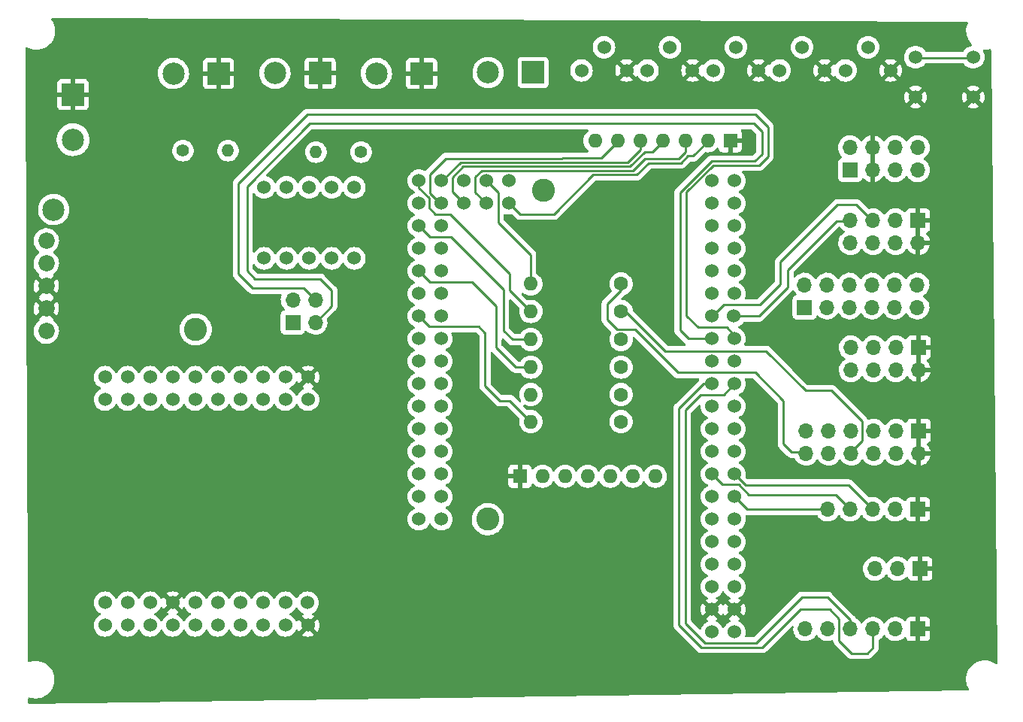
<source format=gbr>
%TF.GenerationSoftware,KiCad,Pcbnew,(6.0.0-0)*%
%TF.CreationDate,2022-03-14T14:23:59-04:00*%
%TF.ProjectId,BODY LED CONTROLLER,424f4459-204c-4454-9420-434f4e54524f,1.0*%
%TF.SameCoordinates,Original*%
%TF.FileFunction,Copper,L4,Bot*%
%TF.FilePolarity,Positive*%
%FSLAX46Y46*%
G04 Gerber Fmt 4.6, Leading zero omitted, Abs format (unit mm)*
G04 Created by KiCad (PCBNEW (6.0.0-0)) date 2022-03-14 14:23:59*
%MOMM*%
%LPD*%
G01*
G04 APERTURE LIST*
%TA.AperFunction,ComponentPad*%
%ADD10R,2.500000X2.500000*%
%TD*%
%TA.AperFunction,ComponentPad*%
%ADD11C,2.500000*%
%TD*%
%TA.AperFunction,ComponentPad*%
%ADD12R,1.700000X1.700000*%
%TD*%
%TA.AperFunction,ComponentPad*%
%ADD13O,1.700000X1.700000*%
%TD*%
%TA.AperFunction,ComponentPad*%
%ADD14C,1.600000*%
%TD*%
%TA.AperFunction,ComponentPad*%
%ADD15O,1.600000X1.600000*%
%TD*%
%TA.AperFunction,ComponentPad*%
%ADD16C,1.836000*%
%TD*%
%TA.AperFunction,ComponentPad*%
%ADD17C,2.600000*%
%TD*%
%TA.AperFunction,ComponentPad*%
%ADD18C,1.524000*%
%TD*%
%TA.AperFunction,ComponentPad*%
%ADD19R,1.600000X1.600000*%
%TD*%
%TA.AperFunction,ComponentPad*%
%ADD20C,1.400000*%
%TD*%
%TA.AperFunction,ComponentPad*%
%ADD21O,1.400000X1.400000*%
%TD*%
%TA.AperFunction,Conductor*%
%ADD22C,0.250000*%
%TD*%
G04 APERTURE END LIST*
D10*
%TO.P,J1,1,Pin_1*%
%TO.N,GND*%
X93790000Y-70645000D03*
D11*
%TO.P,J1,2,Pin_2*%
%TO.N,+12V*%
X93790000Y-75725000D03*
%TD*%
D10*
%TO.P,J2,1,Pin_1*%
%TO.N,GND*%
X110180000Y-68280000D03*
D11*
%TO.P,J2,2,Pin_2*%
%TO.N,+5V*%
X105100000Y-68280000D03*
%TD*%
D10*
%TO.P,J3,1,Pin_1*%
%TO.N,GND*%
X133045000Y-68280000D03*
D11*
%TO.P,J3,2,Pin_2*%
%TO.N,+5V*%
X127965000Y-68280000D03*
%TD*%
D10*
%TO.P,J4,1,Pin_1*%
%TO.N,GND*%
X121615000Y-68254000D03*
D11*
%TO.P,J4,2,Pin_2*%
%TO.N,+5V*%
X116535000Y-68254000D03*
%TD*%
D12*
%TO.P,J7,1,Pin_1*%
%TO.N,GND*%
X188976000Y-117334000D03*
D13*
%TO.P,J7,2,Pin_2*%
%TO.N,+5V*%
X186436000Y-117334000D03*
%TO.P,J7,3,Pin_3*%
%TO.N,DP_LOAD*%
X183896000Y-117334000D03*
%TO.P,J7,4,Pin_4*%
%TO.N,DP_CLOCK*%
X181356000Y-117334000D03*
%TO.P,J7,5,Pin_5*%
%TO.N,DP_DATA_IN*%
X178816000Y-117334000D03*
%TD*%
D12*
%TO.P,J8,1,Pin_1*%
%TO.N,GND*%
X188976000Y-130810000D03*
D13*
%TO.P,J8,2,Pin_2*%
%TO.N,+5V*%
X186436000Y-130810000D03*
%TO.P,J8,3,Pin_3*%
%TO.N,VU_STROBE*%
X183896000Y-130810000D03*
%TO.P,J8,4,Pin_4*%
%TO.N,VU_RESET*%
X181356000Y-130810000D03*
%TO.P,J8,5,Pin_5*%
%TO.N,SPECTRUM_LEFT*%
X178816000Y-130810000D03*
%TO.P,J8,6,Pin_6*%
%TO.N,SPECTRUM_RIGHT*%
X176276000Y-130810000D03*
%TD*%
D14*
%TO.P,R2,1*%
%TO.N,Net-(J5-Pad8)*%
X155520000Y-104422000D03*
D15*
%TO.P,R2,2*%
%TO.N,MAINT_DATA*%
X145360000Y-104422000D03*
%TD*%
D14*
%TO.P,R3,1*%
%TO.N,Net-(J6-Pad7)*%
X155520000Y-101344000D03*
D15*
%TO.P,R3,2*%
%TO.N,CS1_DATA*%
X145360000Y-101344000D03*
%TD*%
D14*
%TO.P,R4,1*%
%TO.N,Net-(J6-Pad11)*%
X155520000Y-98216000D03*
D15*
%TO.P,R4,2*%
%TO.N,CS2_DATA*%
X145360000Y-98216000D03*
%TD*%
D14*
%TO.P,R5,1*%
%TO.N,Net-(J6-Pad8)*%
X155520000Y-95068000D03*
D15*
%TO.P,R5,2*%
%TO.N,VU1_DATA*%
X145360000Y-95068000D03*
%TD*%
D14*
%TO.P,R6,1*%
%TO.N,Net-(J6-Pad12)*%
X155520000Y-91970000D03*
D15*
%TO.P,R6,2*%
%TO.N,VU2_DATA*%
X145360000Y-91970000D03*
%TD*%
D16*
%TO.P,U1,EN,En*%
%TO.N,unconnected-(U1-PadEN)*%
X90780000Y-87130000D03*
%TO.P,U1,GND1,GND*%
%TO.N,GND*%
X90780000Y-92210000D03*
%TO.P,U1,GND2,GND*%
X90780000Y-94750000D03*
D11*
%TO.P,U1,P1*%
%TO.N,N/C*%
X91610000Y-83600000D03*
D17*
%TO.P,U1,P2*%
X107610000Y-97100000D03*
D16*
%TO.P,U1,VIN,VIN*%
%TO.N,+12V*%
X90780000Y-89670000D03*
%TO.P,U1,Vout,VOut*%
%TO.N,+5V*%
X90780000Y-97290000D03*
%TD*%
D18*
%TO.P,U2,0,GPIO0*%
%TO.N,unconnected-(U2-Pad0)*%
X105015400Y-130406600D03*
%TO.P,U2,1,Tx0*%
%TO.N,unconnected-(U2-Pad1)*%
X120205400Y-127866600D03*
%TO.P,U2,2,GPIO2*%
%TO.N,unconnected-(U2-Pad2)*%
X102475400Y-130406600D03*
%TO.P,U2,3,Rx0*%
%TO.N,unconnected-(U2-Pad3)*%
X117715400Y-127866600D03*
%TO.P,U2,4,GPIO4*%
%TO.N,unconnected-(U2-Pad4)*%
X107555400Y-130406600D03*
%TO.P,U2,5,GPIO5*%
%TO.N,unconnected-(U2-Pad5)*%
X105015400Y-105000600D03*
%TO.P,U2,18,GPIO18*%
%TO.N,unconnected-(U2-Pad18)*%
X112635400Y-105000600D03*
%TO.P,U2,19,GPIO19*%
%TO.N,unconnected-(U2-Pad19)*%
X110095400Y-105000600D03*
%TO.P,U2,21,GPIO21*%
%TO.N,unconnected-(U2-Pad21)*%
X112635400Y-127866600D03*
%TO.P,U2,22,GPIO22*%
%TO.N,unconnected-(U2-Pad22)*%
X115175400Y-127866600D03*
%TO.P,U2,23,GPIO23*%
%TO.N,unconnected-(U2-Pad23)*%
X107555400Y-105000600D03*
%TO.P,U2,25,GPIO25*%
%TO.N,unconnected-(U2-Pad25)*%
X107555400Y-127866600D03*
%TO.P,U2,26,GPIO26*%
%TO.N,unconnected-(U2-Pad26)*%
X115175400Y-105000600D03*
%TO.P,U2,27,GPIO27*%
%TO.N,unconnected-(U2-Pad27)*%
X110095400Y-127866600D03*
%TO.P,U2,32,GPIO32*%
%TO.N,unconnected-(U2-Pad32)*%
X112635400Y-130406600D03*
%TO.P,U2,33,GPIO33*%
%TO.N,unconnected-(U2-Pad33)*%
X110095400Y-102460600D03*
%TO.P,U2,34,GPIO34*%
%TO.N,unconnected-(U2-Pad34)*%
X107555400Y-102460600D03*
%TO.P,U2,35,GPIO35*%
%TO.N,unconnected-(U2-Pad35)*%
X112635400Y-102460600D03*
%TO.P,U2,39,VN*%
%TO.N,unconnected-(U2-Pad39)*%
X115175400Y-102460600D03*
%TO.P,U2,60,GND*%
%TO.N,GND*%
X105015400Y-127866600D03*
%TO.P,U2,61,GND*%
X120255400Y-130406600D03*
%TO.P,U2,62,GND*%
X120255400Y-102460600D03*
%TO.P,U2,70,5V*%
%TO.N,+5V*%
X102475400Y-127866600D03*
%TO.P,U2,71,3V3*%
%TO.N,3.3V*%
X102475400Y-105000600D03*
%TO.P,U2,80,TDO*%
%TO.N,unconnected-(U2-Pad80)*%
X99935400Y-127866600D03*
%TO.P,U2,81,SD0*%
%TO.N,unconnected-(U2-Pad81)*%
X97395400Y-127866600D03*
%TO.P,U2,82,TDI*%
%TO.N,unconnected-(U2-Pad82)*%
X110095400Y-130406600D03*
%TO.P,U2,83,SD1*%
%TO.N,unconnected-(U2-Pad83)*%
X99935400Y-130406600D03*
%TO.P,U2,84,CLK*%
%TO.N,unconnected-(U2-Pad84)*%
X97395400Y-130406600D03*
%TO.P,U2,85,RST*%
%TO.N,unconnected-(U2-Pad85)*%
X120255400Y-105000600D03*
%TO.P,U2,86,VP*%
%TO.N,unconnected-(U2-Pad86)*%
X117715400Y-105000600D03*
%TO.P,U2,87,TCK*%
%TO.N,unconnected-(U2-Pad87)*%
X99935400Y-105000600D03*
%TO.P,U2,88,SD3*%
%TO.N,unconnected-(U2-Pad88)*%
X97395400Y-105000600D03*
%TO.P,U2,89,NC*%
%TO.N,unconnected-(U2-Pad89)*%
X117715400Y-102460600D03*
%TO.P,U2,90,TMS*%
%TO.N,unconnected-(U2-Pad90)*%
X105015400Y-102460600D03*
%TO.P,U2,91,NC*%
%TO.N,unconnected-(U2-Pad91)*%
X102475400Y-102460600D03*
%TO.P,U2,92,SD2*%
%TO.N,unconnected-(U2-Pad92)*%
X99935400Y-102460600D03*
%TO.P,U2,93,CMD*%
%TO.N,unconnected-(U2-Pad93)*%
X97395400Y-102460600D03*
%TO.P,U2,251,GPIO25_1*%
%TO.N,ESP_LOGIC_RX*%
X115175400Y-130406600D03*
%TO.P,U2,271,GPIO27_1*%
%TO.N,ESP_LOGIC_TX*%
X117715400Y-130406600D03*
%TD*%
D14*
%TO.P,R1,1*%
%TO.N,Net-(J5-Pad7)*%
X155520000Y-107470000D03*
D15*
%TO.P,R1,2*%
%TO.N,LDP_DATA*%
X145360000Y-107470000D03*
%TD*%
D18*
%TO.P,SW1,1*%
%TO.N,JUMPER5*%
X125476000Y-89091000D03*
%TO.P,SW1,2*%
%TO.N,JUMPER4*%
X122936000Y-89091000D03*
%TO.P,SW1,3*%
%TO.N,JUMPER3*%
X120396000Y-89091000D03*
%TO.P,SW1,4*%
%TO.N,JUMPER2*%
X117856000Y-89091000D03*
%TO.P,SW1,5*%
%TO.N,JUMPER1*%
X115316000Y-89091000D03*
%TO.P,SW1,6*%
%TO.N,+5V*%
X115316000Y-81089000D03*
%TO.P,SW1,7*%
X117856000Y-81089000D03*
%TO.P,SW1,8*%
X120396000Y-81089000D03*
%TO.P,SW1,9*%
X122936000Y-81089000D03*
%TO.P,SW1,10*%
X125476000Y-81089000D03*
%TD*%
%TO.P,RV1,1,1*%
%TO.N,GND*%
X156140000Y-67935000D03*
%TO.P,RV1,2,2*%
%TO.N,TRIM1*%
X153600000Y-65325000D03*
%TO.P,RV1,3,3*%
%TO.N,+5V*%
X151060000Y-67935000D03*
%TD*%
%TO.P,RV2,1,1*%
%TO.N,GND*%
X171015000Y-67935000D03*
%TO.P,RV2,2,2*%
%TO.N,TRIM3*%
X168475000Y-65325000D03*
%TO.P,RV2,3,3*%
%TO.N,+5V*%
X165935000Y-67935000D03*
%TD*%
%TO.P,RV3,1,1*%
%TO.N,GND*%
X185890000Y-67935000D03*
%TO.P,RV3,2,2*%
%TO.N,TRIM5*%
X183350000Y-65325000D03*
%TO.P,RV3,3,3*%
%TO.N,+5V*%
X180810000Y-67935000D03*
%TD*%
%TO.P,RV4,1,1*%
%TO.N,GND*%
X163577500Y-67935000D03*
%TO.P,RV4,2,2*%
%TO.N,TRIM2*%
X161037500Y-65325000D03*
%TO.P,RV4,3,3*%
%TO.N,+5V*%
X158497500Y-67935000D03*
%TD*%
%TO.P,RV5,1,1*%
%TO.N,GND*%
X178452500Y-67935000D03*
%TO.P,RV5,2,2*%
%TO.N,TRIM4*%
X175912500Y-65325000D03*
%TO.P,RV5,3,3*%
%TO.N,+5V*%
X173372500Y-67935000D03*
%TD*%
D12*
%TO.P,J13,1,Pin_1*%
%TO.N,ESP_LOGIC_RX*%
X118545000Y-96315000D03*
D13*
%TO.P,J13,2,Pin_2*%
%TO.N,ESP_LOGIC_TX*%
X118545000Y-93775000D03*
%TO.P,J13,3,Pin_3*%
%TO.N,LOGIC_2560_RX*%
X121085000Y-96315000D03*
%TO.P,J13,4,Pin_4*%
%TO.N,LOGIC_2560_TX*%
X121085000Y-93775000D03*
%TD*%
D12*
%TO.P,J13,1,Pin_1*%
%TO.N,GND*%
X189215000Y-124030000D03*
D13*
%TO.P,J13,2,Pin_2*%
%TO.N,+5V*%
X186675000Y-124030000D03*
%TO.P,J13,3,Pin_3*%
%TO.N,EXT_MIC*%
X184135000Y-124030000D03*
%TD*%
D19*
%TO.P,RN2,1,common*%
%TO.N,GND*%
X144140000Y-113620000D03*
D15*
%TO.P,RN2,2,R1*%
%TO.N,LIMIT1*%
X146680000Y-113620000D03*
%TO.P,RN2,3,R2*%
%TO.N,LIMIT2*%
X149220000Y-113620000D03*
%TO.P,RN2,4,R3*%
%TO.N,LIMIT3*%
X151760000Y-113620000D03*
%TO.P,RN2,5,R4*%
%TO.N,LIMIT4*%
X154300000Y-113620000D03*
%TO.P,RN2,6,R5*%
%TO.N,LIMIT5*%
X156840000Y-113620000D03*
%TO.P,RN2,7,R6*%
%TO.N,LIMIT6*%
X159380000Y-113620000D03*
%TD*%
D20*
%TO.P,R7,1*%
%TO.N,BATTERY_LEVEL*%
X106172000Y-76962000D03*
D21*
%TO.P,R7,2*%
%TO.N,POS*%
X111252000Y-76962000D03*
%TD*%
D18*
%TO.P,SW3,1,1*%
%TO.N,GND*%
X188690000Y-70950000D03*
%TO.P,SW3,2,2*%
%TO.N,SAVE*%
X188690000Y-66450000D03*
%TO.P,SW3,3,3*%
%TO.N,GND*%
X195190000Y-70950000D03*
%TO.P,SW3,4,4*%
%TO.N,SAVE*%
X195190000Y-66450000D03*
%TD*%
D12*
%TO.P,J6,1,Pin_1*%
%TO.N,GND*%
X189050000Y-108510000D03*
D13*
%TO.P,J6,2,Pin_2*%
X189050000Y-111050000D03*
%TO.P,J6,3,Pin_3*%
%TO.N,+5V*%
X186510000Y-108510000D03*
%TO.P,J6,4,Pin_4*%
X186510000Y-111050000D03*
%TO.P,J6,5,Pin_5*%
%TO.N,CS1_CLOCK*%
X183970000Y-108510000D03*
%TO.P,J6,6,Pin_6*%
%TO.N,VU1_CLOCK*%
X183970000Y-111050000D03*
%TO.P,J6,7,Pin_7*%
%TO.N,Net-(J6-Pad7)*%
X181430000Y-108510000D03*
%TO.P,J6,8,Pin_8*%
%TO.N,Net-(J6-Pad8)*%
X181430000Y-111050000D03*
%TO.P,J6,9,Pin_9*%
%TO.N,CS2_CLOCK*%
X178890000Y-108510000D03*
%TO.P,J6,10,Pin_10*%
%TO.N,VU2_CLOCK*%
X178890000Y-111050000D03*
%TO.P,J6,11,Pin_11*%
%TO.N,Net-(J6-Pad11)*%
X176350000Y-108510000D03*
%TO.P,J6,12,Pin_12*%
%TO.N,Net-(J6-Pad12)*%
X176350000Y-111050000D03*
%TD*%
D12*
%TO.P,J11,1,Pin_1*%
%TO.N,GND*%
X188970000Y-84810000D03*
D13*
%TO.P,J11,2,Pin_2*%
X188970000Y-87350000D03*
%TO.P,J11,3,Pin_3*%
%TO.N,+5V*%
X186430000Y-84810000D03*
%TO.P,J11,4,Pin_4*%
X186430000Y-87350000D03*
%TO.P,J11,5,Pin_5*%
%TO.N,TX1*%
X183890000Y-84810000D03*
%TO.P,J11,6,Pin_6*%
%TO.N,TX0*%
X183890000Y-87350000D03*
%TO.P,J11,7,Pin_7*%
%TO.N,RX1*%
X181350000Y-84810000D03*
%TO.P,J11,8,Pin_8*%
%TO.N,RX0*%
X181350000Y-87350000D03*
%TD*%
D12*
%TO.P,J9,1,Pin_1*%
%TO.N,LIMIT1*%
X176200000Y-94600000D03*
D13*
%TO.P,J9,2,Pin_2*%
%TO.N,+5V*%
X176200000Y-92060000D03*
%TO.P,J9,3,Pin_3*%
%TO.N,LIMIT2*%
X178740000Y-94600000D03*
%TO.P,J9,4,Pin_4*%
%TO.N,+5V*%
X178740000Y-92060000D03*
%TO.P,J9,5,Pin_5*%
%TO.N,LIMIT3*%
X181280000Y-94600000D03*
%TO.P,J9,6,Pin_6*%
%TO.N,+5V*%
X181280000Y-92060000D03*
%TO.P,J9,7,Pin_7*%
%TO.N,LIMIT4*%
X183820000Y-94600000D03*
%TO.P,J9,8,Pin_8*%
%TO.N,+5V*%
X183820000Y-92060000D03*
%TO.P,J9,9,Pin_9*%
%TO.N,LIMIT5*%
X186360000Y-94600000D03*
%TO.P,J9,10,Pin_10*%
%TO.N,+5V*%
X186360000Y-92060000D03*
%TO.P,J9,11,Pin_11*%
%TO.N,LIMIT6*%
X188900000Y-94600000D03*
%TO.P,J9,12,Pin_12*%
%TO.N,+5V*%
X188900000Y-92060000D03*
%TD*%
D20*
%TO.P,R8,1*%
%TO.N,NEG*%
X126238000Y-77140000D03*
D21*
%TO.P,R8,2*%
%TO.N,BATTERY_LEVEL*%
X121158000Y-77140000D03*
%TD*%
D19*
%TO.P,RN1,1,common*%
%TO.N,GND*%
X167820000Y-75850000D03*
D15*
%TO.P,RN1,2,R1*%
%TO.N,JUMPER1*%
X165280000Y-75850000D03*
%TO.P,RN1,3,R2*%
%TO.N,JUMPER2*%
X162740000Y-75850000D03*
%TO.P,RN1,4,R3*%
%TO.N,JUMPER3*%
X160200000Y-75850000D03*
%TO.P,RN1,5,R4*%
%TO.N,JUMPER4*%
X157660000Y-75850000D03*
%TO.P,RN1,6,R5*%
%TO.N,JUMPER5*%
X155120000Y-75850000D03*
%TO.P,RN1,7,R6*%
%TO.N,SAVE*%
X152580000Y-75850000D03*
%TD*%
D12*
%TO.P,J10,1,Pin_1*%
%TO.N,+5V*%
X181320000Y-79150000D03*
D13*
%TO.P,J10,2,Pin_2*%
X181320000Y-76610000D03*
%TO.P,J10,3,Pin_3*%
%TO.N,GND*%
X183860000Y-79150000D03*
%TO.P,J10,4,Pin_4*%
X183860000Y-76610000D03*
%TO.P,J10,5,Pin_5*%
%TO.N,SCL*%
X186400000Y-79150000D03*
%TO.P,J10,6,Pin_6*%
X186400000Y-76610000D03*
%TO.P,J10,7,Pin_7*%
%TO.N,SDA*%
X188940000Y-79150000D03*
%TO.P,J10,8,Pin_8*%
X188940000Y-76610000D03*
%TD*%
D12*
%TO.P,J5,1,Pin_1*%
%TO.N,GND*%
X189040000Y-99130000D03*
D13*
%TO.P,J5,2,Pin_2*%
X189040000Y-101670000D03*
%TO.P,J5,3,Pin_3*%
%TO.N,+5V*%
X186500000Y-99130000D03*
%TO.P,J5,4,Pin_4*%
X186500000Y-101670000D03*
%TO.P,J5,5,Pin_5*%
%TO.N,LDP_CLOCK*%
X183960000Y-99130000D03*
%TO.P,J5,6,Pin_6*%
%TO.N,MAINT_CLOCK*%
X183960000Y-101670000D03*
%TO.P,J5,7,Pin_7*%
%TO.N,Net-(J5-Pad7)*%
X181420000Y-99130000D03*
%TO.P,J5,8,Pin_8*%
%TO.N,Net-(J5-Pad8)*%
X181420000Y-101670000D03*
%TD*%
D18*
%TO.P,U3,0,RX*%
%TO.N,TX0*%
X165755000Y-118455000D03*
%TO.P,U3,1,TX*%
%TO.N,RX0*%
X168295000Y-118455000D03*
%TO.P,U3,2,D2*%
%TO.N,OE*%
X165755000Y-115915000D03*
%TO.P,U3,3,D3*%
%TO.N,DP_DATA_IN*%
X168295000Y-115915000D03*
%TO.P,U3,4,D4*%
%TO.N,DP_CLOCK*%
X165765000Y-113375000D03*
%TO.P,U3,5,D5*%
%TO.N,DP_LOAD*%
X168295000Y-113375000D03*
%TO.P,U3,6,D6*%
%TO.N,unconnected-(U3-Pad6)*%
X165755000Y-110835000D03*
%TO.P,U3,7,D7*%
%TO.N,unconnected-(U3-Pad7)*%
X168295000Y-110835000D03*
%TO.P,U3,8,D8*%
%TO.N,unconnected-(U3-Pad8)*%
X165755000Y-108295000D03*
%TO.P,U3,9,D9*%
%TO.N,unconnected-(U3-Pad9)*%
X168295000Y-108295000D03*
%TO.P,U3,10,D10*%
%TO.N,unconnected-(U3-Pad10)*%
X165755000Y-105755000D03*
%TO.P,U3,11,D11*%
%TO.N,unconnected-(U3-Pad11)*%
X168295000Y-105755000D03*
%TO.P,U3,12,D12*%
%TO.N,VU_STROBE*%
X165755000Y-103215000D03*
%TO.P,U3,13,D13*%
%TO.N,VU_RESET*%
X168295000Y-103215000D03*
%TO.P,U3,14,D14*%
%TO.N,unconnected-(U3-Pad14)*%
X165755000Y-100675000D03*
%TO.P,U3,15,D15*%
%TO.N,unconnected-(U3-Pad15)*%
X168295000Y-100675000D03*
%TO.P,U3,16,D16*%
%TO.N,LOGIC_2560_RX*%
X165755000Y-98135000D03*
%TO.P,U3,17,D17*%
%TO.N,LOGIC_2560_TX*%
X168295000Y-98135000D03*
%TO.P,U3,18,D18*%
%TO.N,TX1*%
X165765000Y-95595000D03*
%TO.P,U3,19,D19*%
%TO.N,RX1*%
X168215000Y-95595000D03*
%TO.P,U3,20,D20*%
%TO.N,SDA*%
X165765000Y-93055000D03*
%TO.P,U3,21,D21*%
%TO.N,SCL*%
X168295000Y-93055000D03*
%TO.P,U3,22,D22*%
%TO.N,unconnected-(U3-Pad22)*%
X165755000Y-90515000D03*
%TO.P,U3,23,D23*%
%TO.N,unconnected-(U3-Pad23)*%
X168295000Y-90515000D03*
%TO.P,U3,24,D24*%
%TO.N,unconnected-(U3-Pad24)*%
X165755000Y-87975000D03*
%TO.P,U3,25,D25*%
%TO.N,unconnected-(U3-Pad25)*%
X168295000Y-87975000D03*
%TO.P,U3,26,D26*%
%TO.N,unconnected-(U3-Pad26)*%
X165755000Y-85435000D03*
%TO.P,U3,27,D27*%
%TO.N,unconnected-(U3-Pad27)*%
X168295000Y-85435000D03*
%TO.P,U3,28,D28*%
%TO.N,unconnected-(U3-Pad28)*%
X165755000Y-82895000D03*
%TO.P,U3,29,D29*%
%TO.N,LIMIT1*%
X168295000Y-82895000D03*
%TO.P,U3,30,D30*%
%TO.N,MAINT_DATA*%
X165755000Y-80355000D03*
%TO.P,U3,31,D31*%
%TO.N,LIMIT2*%
X168295000Y-80355000D03*
%TO.P,U3,32,D32*%
%TO.N,MAINT_CLOCK*%
X132735000Y-98135000D03*
%TO.P,U3,33,D33*%
%TO.N,LIMIT3*%
X135275000Y-98135000D03*
%TO.P,U3,34,D34*%
%TO.N,LDP_DATA*%
X132735000Y-95595000D03*
%TO.P,U3,35,D35*%
%TO.N,LIMIT4*%
X135275000Y-95595000D03*
%TO.P,U3,36,D36*%
%TO.N,LDP_CLOCK*%
X132735000Y-93055000D03*
%TO.P,U3,37,D37*%
%TO.N,LIMIT5*%
X135275000Y-93055000D03*
%TO.P,U3,38,D38*%
%TO.N,CS1_DATA*%
X132735000Y-90515000D03*
%TO.P,U3,39,D39*%
%TO.N,LIMIT6*%
X135275000Y-90515000D03*
%TO.P,U3,40,D40*%
%TO.N,CS1_CLOCK*%
X132735000Y-87975000D03*
%TO.P,U3,41,D41*%
%TO.N,SAVE*%
X135275000Y-87975000D03*
%TO.P,U3,42,D42*%
%TO.N,CS2_DATA*%
X132735000Y-85435000D03*
%TO.P,U3,43,D43*%
%TO.N,unconnected-(U3-Pad43)*%
X135275000Y-85435000D03*
%TO.P,U3,44,D44*%
%TO.N,CS2_CLOCK*%
X132735000Y-82895000D03*
%TO.P,U3,45,D45*%
%TO.N,JUMPER5*%
X135275000Y-82895000D03*
%TO.P,U3,46,D46*%
%TO.N,VU1_DATA*%
X132735000Y-80355000D03*
%TO.P,U3,47,D47*%
%TO.N,JUMPER4*%
X135275000Y-80355000D03*
%TO.P,U3,48,D48*%
%TO.N,VU1_CLOCK*%
X137825000Y-80355000D03*
%TO.P,U3,49,D49*%
%TO.N,JUMPER3*%
X137815000Y-82895000D03*
%TO.P,U3,50,D50*%
%TO.N,VU2_DATA*%
X140355000Y-80355000D03*
%TO.P,U3,51,D51*%
%TO.N,JUMPER2*%
X140355000Y-82895000D03*
%TO.P,U3,52,D52*%
%TO.N,VU2_CLOCK*%
X142895000Y-80355000D03*
%TO.P,U3,53,D53*%
%TO.N,JUMPER1*%
X142895000Y-82895000D03*
%TO.P,U3,62,GND*%
%TO.N,GND*%
X168295000Y-128615000D03*
%TO.P,U3,63,GND*%
X165755000Y-128615000D03*
%TO.P,U3,70,VIN*%
%TO.N,+5V*%
X165755000Y-131155000D03*
%TO.P,U3,71,VIN*%
X168295000Y-131155000D03*
%TO.P,U3,72,5V*%
%TO.N,unconnected-(U3-Pad72)*%
X165755000Y-126075000D03*
%TO.P,U3,73,5V*%
%TO.N,unconnected-(U3-Pad73)*%
X168295000Y-126075000D03*
%TO.P,U3,74,3.3V*%
%TO.N,unconnected-(U3-Pad74)*%
X168295000Y-123535000D03*
%TO.P,U3,75,3.3V*%
%TO.N,unconnected-(U3-Pad75)*%
X165755000Y-123535000D03*
D17*
%TO.P,U3,98*%
%TO.N,N/C*%
X146805000Y-81425000D03*
%TO.P,U3,99*%
X140515000Y-118455000D03*
D18*
%TO.P,U3,104,AREF*%
%TO.N,unconnected-(U3-Pad104)*%
X165755000Y-120995000D03*
%TO.P,U3,105,RST*%
%TO.N,unconnected-(U3-Pad105)*%
X168295000Y-120995000D03*
%TO.P,U3,200,A0*%
%TO.N,SPECTRUM_LEFT*%
X132735000Y-118455000D03*
%TO.P,U3,201,A1*%
%TO.N,SPECTRUM_RIGHT*%
X135275000Y-118455000D03*
%TO.P,U3,202,A2*%
%TO.N,TRIM1*%
X132735000Y-115915000D03*
%TO.P,U3,203,A3*%
%TO.N,TRIM2*%
X135275000Y-115915000D03*
%TO.P,U3,204,A4*%
%TO.N,TRIM3*%
X132735000Y-113375000D03*
%TO.P,U3,205,A5*%
%TO.N,TRIM4*%
X135275000Y-113375000D03*
%TO.P,U3,206,A6*%
%TO.N,TRIM5*%
X132735000Y-110835000D03*
%TO.P,U3,207,A7*%
%TO.N,BATTERY_LEVEL*%
X135275000Y-110835000D03*
%TO.P,U3,208,A8*%
%TO.N,EXT_MIC*%
X132735000Y-108295000D03*
%TO.P,U3,209,A9*%
%TO.N,unconnected-(U3-Pad209)*%
X135275000Y-108295000D03*
%TO.P,U3,210,A10*%
%TO.N,unconnected-(U3-Pad210)*%
X132735000Y-105755000D03*
%TO.P,U3,211,A11*%
%TO.N,unconnected-(U3-Pad211)*%
X135275000Y-105755000D03*
%TO.P,U3,212,A12*%
%TO.N,unconnected-(U3-Pad212)*%
X132735000Y-103215000D03*
%TO.P,U3,213,A13*%
%TO.N,unconnected-(U3-Pad213)*%
X135275000Y-103215000D03*
%TO.P,U3,214,A14*%
%TO.N,unconnected-(U3-Pad214)*%
X132735000Y-100675000D03*
%TO.P,U3,215,A15*%
%TO.N,unconnected-(U3-Pad215)*%
X135275000Y-100675000D03*
%TD*%
D10*
%TO.P,J12,1,Pin_1*%
%TO.N,POS*%
X145625000Y-68170000D03*
D11*
%TO.P,J12,2,Pin_2*%
%TO.N,NEG*%
X140545000Y-68170000D03*
%TD*%
D22*
%TO.N,DP_DATA_IN*%
X169714000Y-117334000D02*
X178816000Y-117334000D01*
X168310000Y-115930000D02*
X169714000Y-117334000D01*
%TO.N,DP_CLOCK*%
X166940000Y-114550000D02*
X165780000Y-113390000D01*
X181356000Y-117334000D02*
X179725911Y-115703911D01*
X168760000Y-114550000D02*
X166940000Y-114550000D01*
X179725911Y-115703911D02*
X169913911Y-115703911D01*
X169913911Y-115703911D02*
X168760000Y-114550000D01*
%TO.N,DP_LOAD*%
X181179400Y-114617400D02*
X169537400Y-114617400D01*
X169537400Y-114617400D02*
X168310000Y-113390000D01*
X183896000Y-117334000D02*
X181179400Y-114617400D01*
%TO.N,VU_RESET*%
X170750000Y-132380000D02*
X175876000Y-127254000D01*
X181356000Y-129794000D02*
X181356000Y-130810000D01*
X168310000Y-103230000D02*
X167060000Y-104480000D01*
X178816000Y-127254000D02*
X181356000Y-129794000D01*
X162780000Y-106190000D02*
X162780000Y-130184282D01*
X167060000Y-104480000D02*
X164490000Y-104480000D01*
X164975718Y-132380000D02*
X170750000Y-132380000D01*
X162780000Y-130184282D02*
X164975718Y-132380000D01*
X164490000Y-104480000D02*
X162780000Y-106190000D01*
X175876000Y-127254000D02*
X178816000Y-127254000D01*
%TO.N,VU_STROBE*%
X180080000Y-129700000D02*
X180080000Y-132140000D01*
X162030000Y-130350000D02*
X164580000Y-132900000D01*
X175700000Y-128620000D02*
X179000000Y-128620000D01*
X183250000Y-133560000D02*
X183896000Y-132914000D01*
X181500000Y-133560000D02*
X183250000Y-133560000D01*
X162030000Y-105980000D02*
X162030000Y-130350000D01*
X171420000Y-132900000D02*
X175700000Y-128620000D01*
X180080000Y-132140000D02*
X181500000Y-133560000D01*
X183896000Y-132914000D02*
X183896000Y-130810000D01*
X165770000Y-103230000D02*
X164780000Y-103230000D01*
X164780000Y-103230000D02*
X162030000Y-105980000D01*
X179000000Y-128620000D02*
X180080000Y-129700000D01*
X164580000Y-132900000D02*
X171420000Y-132900000D01*
%TO.N,TX1*%
X173482000Y-89498000D02*
X173482000Y-91988000D01*
X182013000Y-83058000D02*
X179922000Y-83058000D01*
X183840000Y-84885000D02*
X182013000Y-83058000D01*
X173482000Y-91988000D02*
X171140000Y-94330000D01*
X171140000Y-94330000D02*
X167060000Y-94330000D01*
X179922000Y-83058000D02*
X173482000Y-89498000D01*
X167060000Y-94330000D02*
X165522600Y-95867400D01*
%TO.N,RX1*%
X174298000Y-90370000D02*
X179783000Y-84885000D01*
X168230000Y-95610000D02*
X171040000Y-95610000D01*
X171040000Y-95610000D02*
X174298000Y-92352000D01*
X179783000Y-84885000D02*
X181300000Y-84885000D01*
X174298000Y-92352000D02*
X174298000Y-90370000D01*
%TO.N,LDP_DATA*%
X141830000Y-105110000D02*
X143000000Y-105110000D01*
X139480000Y-96760000D02*
X140200000Y-97480000D01*
X143000000Y-105110000D02*
X145360000Y-107470000D01*
X133900000Y-96760000D02*
X139480000Y-96760000D01*
X132750000Y-95610000D02*
X133900000Y-96760000D01*
X140200000Y-103480000D02*
X141830000Y-105110000D01*
X140200000Y-97480000D02*
X140200000Y-103480000D01*
%TO.N,CS1_DATA*%
X132750000Y-90530000D02*
X133980000Y-91760000D01*
X143634000Y-101344000D02*
X145360000Y-101344000D01*
X141440000Y-94450000D02*
X141440000Y-99150000D01*
X133980000Y-91760000D02*
X138750000Y-91760000D01*
X141440000Y-99150000D02*
X143634000Y-101344000D01*
X138750000Y-91760000D02*
X141440000Y-94450000D01*
%TO.N,CS2_DATA*%
X142280000Y-97250000D02*
X142280000Y-92590000D01*
X142280000Y-92590000D02*
X136390000Y-86700000D01*
X143266000Y-98236000D02*
X142280000Y-97250000D01*
X134000000Y-86700000D02*
X132750000Y-85450000D01*
X145120000Y-98236000D02*
X143266000Y-98236000D01*
X136390000Y-86700000D02*
X134000000Y-86700000D01*
%TO.N,VU1_DATA*%
X136260000Y-84120000D02*
X143000000Y-90860000D01*
X133880000Y-83400000D02*
X134600000Y-84120000D01*
X132750000Y-81155718D02*
X133880000Y-82285718D01*
X133880000Y-82285718D02*
X133880000Y-83400000D01*
X143000000Y-92708000D02*
X145360000Y-95068000D01*
X132750000Y-80370000D02*
X132750000Y-81155718D01*
X134600000Y-84120000D02*
X136260000Y-84120000D01*
X143000000Y-90860000D02*
X143000000Y-92708000D01*
%TO.N,VU2_DATA*%
X145360000Y-91970000D02*
X145330000Y-91940000D01*
X145330000Y-88710000D02*
X141680000Y-85060000D01*
X145330000Y-91940000D02*
X145330000Y-88710000D01*
X141680000Y-85060000D02*
X141680000Y-81680000D01*
X141680000Y-81680000D02*
X140370000Y-80370000D01*
%TO.N,JUMPER5*%
X135775000Y-77850000D02*
X133990000Y-79635000D01*
X133990000Y-79635000D02*
X133990000Y-81760000D01*
X153270000Y-77790000D02*
X148910000Y-77790000D01*
X155150000Y-75910000D02*
X153270000Y-77790000D01*
X148910000Y-77790000D02*
X148858560Y-77841440D01*
X148858560Y-77841440D02*
X135791440Y-77841440D01*
X133990000Y-81760000D02*
X135300000Y-83070000D01*
%TO.N,JUMPER4*%
X135370000Y-80360000D02*
X137439040Y-78290960D01*
X157690000Y-76820000D02*
X157690000Y-75910000D01*
X137439040Y-78290960D02*
X156219040Y-78290960D01*
X156219040Y-78290960D02*
X157690000Y-76820000D01*
X135300000Y-80360000D02*
X135370000Y-80360000D01*
%TO.N,JUMPER3*%
X158170000Y-77110000D02*
X156539520Y-78740480D01*
X137739520Y-78740480D02*
X136530000Y-79950000D01*
X156539520Y-78740480D02*
X137739520Y-78740480D01*
X159030000Y-77110000D02*
X158170000Y-77110000D01*
X136530000Y-81610000D02*
X137652600Y-82732600D01*
X136530000Y-79950000D02*
X136530000Y-81610000D01*
X160230000Y-75910000D02*
X159030000Y-77110000D01*
%TO.N,JUMPER2*%
X162020000Y-77850000D02*
X158200000Y-77850000D01*
X139106089Y-79903911D02*
X139106089Y-81646089D01*
X162770000Y-75910000D02*
X162770000Y-77100000D01*
X158200000Y-77850000D02*
X156860000Y-79190000D01*
X139820000Y-79190000D02*
X139106089Y-79903911D01*
X139106089Y-81646089D02*
X140192600Y-82732600D01*
X156860000Y-79190000D02*
X139820000Y-79190000D01*
X162770000Y-77100000D02*
X162020000Y-77850000D01*
%TO.N,JUMPER1*%
X144137400Y-84137400D02*
X147942600Y-84137400D01*
X163660000Y-77560000D02*
X165310000Y-75910000D01*
X147942600Y-84137400D02*
X152390000Y-79690000D01*
X163070000Y-77560000D02*
X163660000Y-77560000D01*
X157292000Y-79690000D02*
X158612000Y-78370000D01*
X142910000Y-82910000D02*
X144137400Y-84137400D01*
X152390000Y-79690000D02*
X157292000Y-79690000D01*
X162260000Y-78370000D02*
X163070000Y-77560000D01*
X158612000Y-78370000D02*
X162260000Y-78370000D01*
%TO.N,LOGIC_2560_TX*%
X168310000Y-97760000D02*
X167410000Y-96860000D01*
X120192000Y-72898000D02*
X112420000Y-80670000D01*
X172070000Y-74320000D02*
X170648000Y-72898000D01*
X171100000Y-78610000D02*
X172070000Y-77640000D01*
X112420000Y-80670000D02*
X112420000Y-90830000D01*
X165890000Y-78610000D02*
X171100000Y-78610000D01*
X114046000Y-92456000D02*
X119766000Y-92456000D01*
X172070000Y-77640000D02*
X172070000Y-74320000D01*
X119766000Y-92456000D02*
X121085000Y-93775000D01*
X112420000Y-90830000D02*
X114046000Y-92456000D01*
X168310000Y-98150000D02*
X168310000Y-97760000D01*
X170648000Y-72898000D02*
X120192000Y-72898000D01*
X162880000Y-81620000D02*
X165890000Y-78610000D01*
X167410000Y-96860000D02*
X164180000Y-96860000D01*
X164180000Y-96860000D02*
X162880000Y-95560000D01*
X162880000Y-95560000D02*
X162880000Y-81620000D01*
%TO.N,LOGIC_2560_RX*%
X114300000Y-91440000D02*
X121666000Y-91440000D01*
X122936000Y-92710000D02*
X122936000Y-94464000D01*
X120430480Y-73929520D02*
X113390000Y-80970000D01*
X165703802Y-78160480D02*
X170590000Y-78160480D01*
X113390000Y-90530000D02*
X114300000Y-91440000D01*
X113390000Y-80970000D02*
X113390000Y-90530000D01*
X171390000Y-74860000D02*
X170459520Y-73929520D01*
X163100000Y-98150000D02*
X162150000Y-97200000D01*
X165770000Y-98150000D02*
X163100000Y-98150000D01*
X170590000Y-78160480D02*
X171390000Y-77360480D01*
X170459520Y-73929520D02*
X120430480Y-73929520D01*
X121666000Y-91440000D02*
X122936000Y-92710000D01*
X171390000Y-77360480D02*
X171390000Y-74860000D01*
X162150000Y-81714282D02*
X165703802Y-78160480D01*
X122936000Y-94464000D02*
X121085000Y-96315000D01*
X162150000Y-97200000D02*
X162150000Y-81714282D01*
%TO.N,SAVE*%
X195320000Y-66520000D02*
X188820000Y-66520000D01*
%TO.N,Net-(J6-Pad12)*%
X153970000Y-94230000D02*
X153970000Y-96007278D01*
X161950000Y-101960000D02*
X170640000Y-101960000D01*
X173790000Y-105110000D02*
X173790000Y-109970000D01*
X170640000Y-101960000D02*
X173790000Y-105110000D01*
X153970000Y-96007278D02*
X155054211Y-97091489D01*
X157081489Y-97091489D02*
X161950000Y-101960000D01*
X155054211Y-97091489D02*
X157081489Y-97091489D01*
X173790000Y-109970000D02*
X174740000Y-110920000D01*
X155520000Y-92680000D02*
X153970000Y-94230000D01*
X155520000Y-91970000D02*
X155520000Y-92680000D01*
X174740000Y-110920000D02*
X176300000Y-110920000D01*
%TO.N,Net-(J6-Pad8)*%
X156028000Y-95068000D02*
X160510000Y-99550000D01*
X176300000Y-103988012D02*
X179238012Y-103988012D01*
X179238012Y-103988012D02*
X182650000Y-107400000D01*
X160510000Y-99550000D02*
X171861988Y-99550000D01*
X182650000Y-107400000D02*
X182650000Y-109650000D01*
X155520000Y-95068000D02*
X156028000Y-95068000D01*
X182650000Y-109650000D02*
X181380000Y-110920000D01*
X171861988Y-99550000D02*
X176300000Y-103988012D01*
%TD*%
%TA.AperFunction,Conductor*%
%TO.N,GND*%
G36*
X134712759Y-62231521D02*
G01*
X194458796Y-62478701D01*
X194526834Y-62498985D01*
X194573104Y-62552832D01*
X194582917Y-62623147D01*
X194573649Y-62655341D01*
X194521517Y-62774102D01*
X194442756Y-63050594D01*
X194402249Y-63335216D01*
X194402227Y-63339505D01*
X194402226Y-63339512D01*
X194402058Y-63371583D01*
X194400743Y-63622703D01*
X194401302Y-63626947D01*
X194401302Y-63626951D01*
X194405526Y-63659036D01*
X194438268Y-63907734D01*
X194514129Y-64185036D01*
X194515813Y-64188984D01*
X194585312Y-64351920D01*
X194626923Y-64449476D01*
X194657952Y-64501322D01*
X194772257Y-64692311D01*
X194774561Y-64696161D01*
X194954313Y-64920528D01*
X194957420Y-64923476D01*
X194957426Y-64923483D01*
X195018987Y-64981902D01*
X195054632Y-65043302D01*
X195051423Y-65114226D01*
X195010379Y-65172156D01*
X194964867Y-65195005D01*
X194828474Y-65231552D01*
X194759114Y-65250137D01*
X194759112Y-65250138D01*
X194753804Y-65251560D01*
X194748823Y-65253882D01*
X194748822Y-65253883D01*
X194557311Y-65343186D01*
X194557306Y-65343189D01*
X194552324Y-65345512D01*
X194547817Y-65348668D01*
X194547815Y-65348669D01*
X194374730Y-65469864D01*
X194374727Y-65469866D01*
X194370219Y-65473023D01*
X194213023Y-65630219D01*
X194209866Y-65634727D01*
X194209864Y-65634730D01*
X194098442Y-65793858D01*
X194085512Y-65812324D01*
X194083187Y-65817311D01*
X194080436Y-65822075D01*
X194078501Y-65820958D01*
X194037927Y-65867037D01*
X193970652Y-65886500D01*
X189909348Y-65886500D01*
X189841227Y-65866498D01*
X189801465Y-65820977D01*
X189799564Y-65822075D01*
X189796813Y-65817311D01*
X189794488Y-65812324D01*
X189781558Y-65793858D01*
X189670136Y-65634730D01*
X189670134Y-65634727D01*
X189666977Y-65630219D01*
X189509781Y-65473023D01*
X189505273Y-65469866D01*
X189505270Y-65469864D01*
X189372755Y-65377076D01*
X189327677Y-65345512D01*
X189322695Y-65343189D01*
X189322690Y-65343186D01*
X189131178Y-65253883D01*
X189131177Y-65253882D01*
X189126196Y-65251560D01*
X189120888Y-65250138D01*
X189120886Y-65250137D01*
X189055051Y-65232497D01*
X188911463Y-65194022D01*
X188690000Y-65174647D01*
X188468537Y-65194022D01*
X188324949Y-65232497D01*
X188259114Y-65250137D01*
X188259112Y-65250138D01*
X188253804Y-65251560D01*
X188248823Y-65253882D01*
X188248822Y-65253883D01*
X188057311Y-65343186D01*
X188057306Y-65343189D01*
X188052324Y-65345512D01*
X188047817Y-65348668D01*
X188047815Y-65348669D01*
X187874730Y-65469864D01*
X187874727Y-65469866D01*
X187870219Y-65473023D01*
X187713023Y-65630219D01*
X187709866Y-65634727D01*
X187709864Y-65634730D01*
X187598442Y-65793858D01*
X187585512Y-65812324D01*
X187583189Y-65817306D01*
X187583186Y-65817311D01*
X187550923Y-65886500D01*
X187491560Y-66013804D01*
X187434022Y-66228537D01*
X187414647Y-66450000D01*
X187434022Y-66671463D01*
X187455160Y-66750351D01*
X187488633Y-66875271D01*
X187491560Y-66886196D01*
X187493882Y-66891177D01*
X187493883Y-66891178D01*
X187583186Y-67082689D01*
X187583189Y-67082694D01*
X187585512Y-67087676D01*
X187588668Y-67092183D01*
X187588669Y-67092185D01*
X187709861Y-67265265D01*
X187713023Y-67269781D01*
X187870219Y-67426977D01*
X187874727Y-67430134D01*
X187874730Y-67430136D01*
X187907982Y-67453419D01*
X188052323Y-67554488D01*
X188057305Y-67556811D01*
X188057310Y-67556814D01*
X188248822Y-67646117D01*
X188253804Y-67648440D01*
X188259112Y-67649862D01*
X188259114Y-67649863D01*
X188293139Y-67658980D01*
X188468537Y-67705978D01*
X188690000Y-67725353D01*
X188911463Y-67705978D01*
X189086861Y-67658980D01*
X189120886Y-67649863D01*
X189120888Y-67649862D01*
X189126196Y-67648440D01*
X189131178Y-67646117D01*
X189322690Y-67556814D01*
X189322695Y-67556811D01*
X189327677Y-67554488D01*
X189472018Y-67453419D01*
X189505270Y-67430136D01*
X189505273Y-67430134D01*
X189509781Y-67426977D01*
X189666977Y-67269781D01*
X189670136Y-67265270D01*
X189670140Y-67265265D01*
X189710776Y-67207230D01*
X189766233Y-67162901D01*
X189813989Y-67153500D01*
X194066011Y-67153500D01*
X194134132Y-67173502D01*
X194169224Y-67207230D01*
X194209860Y-67265265D01*
X194209864Y-67265270D01*
X194213023Y-67269781D01*
X194370219Y-67426977D01*
X194374727Y-67430134D01*
X194374730Y-67430136D01*
X194407982Y-67453419D01*
X194552323Y-67554488D01*
X194557305Y-67556811D01*
X194557310Y-67556814D01*
X194748822Y-67646117D01*
X194753804Y-67648440D01*
X194759112Y-67649862D01*
X194759114Y-67649863D01*
X194793139Y-67658980D01*
X194968537Y-67705978D01*
X195190000Y-67725353D01*
X195411463Y-67705978D01*
X195586861Y-67658980D01*
X195620886Y-67649863D01*
X195620888Y-67649862D01*
X195626196Y-67648440D01*
X195631178Y-67646117D01*
X195822690Y-67556814D01*
X195822695Y-67556811D01*
X195827677Y-67554488D01*
X195972018Y-67453419D01*
X196005270Y-67430136D01*
X196005273Y-67430134D01*
X196009781Y-67426977D01*
X196166977Y-67269781D01*
X196170140Y-67265265D01*
X196291331Y-67092185D01*
X196291332Y-67092183D01*
X196294488Y-67087676D01*
X196296811Y-67082694D01*
X196296814Y-67082689D01*
X196386117Y-66891178D01*
X196386118Y-66891177D01*
X196388440Y-66886196D01*
X196391368Y-66875271D01*
X196424840Y-66750351D01*
X196445978Y-66671463D01*
X196465353Y-66450000D01*
X196445978Y-66228537D01*
X196388440Y-66013804D01*
X196329077Y-65886500D01*
X196296814Y-65817311D01*
X196296811Y-65817306D01*
X196294488Y-65812324D01*
X196281558Y-65793858D01*
X196258870Y-65726584D01*
X196276155Y-65657723D01*
X196327925Y-65609139D01*
X196394657Y-65595975D01*
X196403854Y-65596699D01*
X196424283Y-65598307D01*
X196424290Y-65598307D01*
X196426739Y-65598500D01*
X196582271Y-65598500D01*
X196584407Y-65598354D01*
X196584418Y-65598354D01*
X196792548Y-65584165D01*
X196792554Y-65584164D01*
X196796825Y-65583873D01*
X196801020Y-65583004D01*
X196801022Y-65583004D01*
X197070380Y-65527223D01*
X197141142Y-65532995D01*
X197197549Y-65576108D01*
X197221925Y-65649332D01*
X197919187Y-134650748D01*
X197899874Y-134719067D01*
X197846691Y-134766100D01*
X197776522Y-134776913D01*
X197719667Y-134754343D01*
X197597172Y-134666321D01*
X197597171Y-134666320D01*
X197593683Y-134663814D01*
X197571843Y-134652250D01*
X197436128Y-134580393D01*
X197339608Y-134529288D01*
X197069627Y-134430489D01*
X196788736Y-134369245D01*
X196757685Y-134366801D01*
X196565718Y-134351693D01*
X196565709Y-134351693D01*
X196563261Y-134351500D01*
X196407729Y-134351500D01*
X196405593Y-134351646D01*
X196405582Y-134351646D01*
X196197452Y-134365835D01*
X196197446Y-134365836D01*
X196193175Y-134366127D01*
X196188980Y-134366996D01*
X196188978Y-134366996D01*
X196052416Y-134395277D01*
X195911658Y-134424426D01*
X195640657Y-134520393D01*
X195385188Y-134652250D01*
X195381687Y-134654711D01*
X195381683Y-134654713D01*
X195290117Y-134719067D01*
X195149977Y-134817559D01*
X194939378Y-135013260D01*
X194757287Y-135235732D01*
X194607073Y-135480858D01*
X194605347Y-135484791D01*
X194605346Y-135484792D01*
X194572102Y-135560524D01*
X194491517Y-135744102D01*
X194490342Y-135748229D01*
X194490341Y-135748230D01*
X194469607Y-135821016D01*
X194412756Y-136020594D01*
X194372249Y-136305216D01*
X194372227Y-136309505D01*
X194372226Y-136309512D01*
X194370765Y-136588417D01*
X194370743Y-136592703D01*
X194371302Y-136596947D01*
X194371302Y-136596951D01*
X194381549Y-136674784D01*
X194408268Y-136877734D01*
X194484129Y-137155036D01*
X194596923Y-137419476D01*
X194599130Y-137423163D01*
X194679000Y-137556617D01*
X194696820Y-137625341D01*
X194674656Y-137692789D01*
X194619545Y-137737547D01*
X194572649Y-137747311D01*
X88857253Y-139228217D01*
X88788859Y-139209171D01*
X88741619Y-139156172D01*
X88729489Y-139102735D01*
X88727607Y-138634139D01*
X88747335Y-138565939D01*
X88800804Y-138519231D01*
X88871037Y-138508844D01*
X88896904Y-138515306D01*
X88990373Y-138549511D01*
X89271264Y-138610755D01*
X89299841Y-138613004D01*
X89494282Y-138628307D01*
X89494291Y-138628307D01*
X89496739Y-138628500D01*
X89652271Y-138628500D01*
X89654407Y-138628354D01*
X89654418Y-138628354D01*
X89862548Y-138614165D01*
X89862554Y-138614164D01*
X89866825Y-138613873D01*
X89871020Y-138613004D01*
X89871022Y-138613004D01*
X90098291Y-138565939D01*
X90148342Y-138555574D01*
X90419343Y-138459607D01*
X90674812Y-138327750D01*
X90678313Y-138325289D01*
X90678317Y-138325287D01*
X90792417Y-138245096D01*
X90910023Y-138162441D01*
X91120622Y-137966740D01*
X91302713Y-137744268D01*
X91452927Y-137499142D01*
X91486280Y-137423163D01*
X91566757Y-137239830D01*
X91568483Y-137235898D01*
X91585575Y-137175898D01*
X91646068Y-136963534D01*
X91647244Y-136959406D01*
X91687751Y-136674784D01*
X91688066Y-136614784D01*
X91689235Y-136391583D01*
X91689235Y-136391576D01*
X91689257Y-136387297D01*
X91679017Y-136309512D01*
X91652292Y-136106522D01*
X91651732Y-136102266D01*
X91575871Y-135824964D01*
X91463077Y-135560524D01*
X91315439Y-135313839D01*
X91135687Y-135089472D01*
X90927149Y-134891577D01*
X90693683Y-134723814D01*
X90684718Y-134719067D01*
X90648654Y-134699972D01*
X90439608Y-134589288D01*
X90169627Y-134490489D01*
X89888736Y-134429245D01*
X89857685Y-134426801D01*
X89665718Y-134411693D01*
X89665709Y-134411693D01*
X89663261Y-134411500D01*
X89507729Y-134411500D01*
X89505593Y-134411646D01*
X89505582Y-134411646D01*
X89297452Y-134425835D01*
X89297446Y-134425836D01*
X89293175Y-134426127D01*
X89288980Y-134426996D01*
X89288978Y-134426996D01*
X89152417Y-134455276D01*
X89011658Y-134484426D01*
X88879294Y-134531299D01*
X88878715Y-134531504D01*
X88807825Y-134535388D01*
X88746088Y-134500330D01*
X88713105Y-134437460D01*
X88710656Y-134413237D01*
X88694565Y-130406600D01*
X96120047Y-130406600D01*
X96139422Y-130628063D01*
X96196960Y-130842796D01*
X96199282Y-130847777D01*
X96199283Y-130847778D01*
X96288586Y-131039289D01*
X96288589Y-131039294D01*
X96290912Y-131044276D01*
X96294068Y-131048783D01*
X96294069Y-131048785D01*
X96412302Y-131217639D01*
X96418423Y-131226381D01*
X96575619Y-131383577D01*
X96580127Y-131386734D01*
X96580130Y-131386736D01*
X96640518Y-131429020D01*
X96757723Y-131511088D01*
X96762705Y-131513411D01*
X96762710Y-131513414D01*
X96954222Y-131602717D01*
X96959204Y-131605040D01*
X96964512Y-131606462D01*
X96964514Y-131606463D01*
X97030349Y-131624103D01*
X97173937Y-131662578D01*
X97395400Y-131681953D01*
X97616863Y-131662578D01*
X97760451Y-131624103D01*
X97826286Y-131606463D01*
X97826288Y-131606462D01*
X97831596Y-131605040D01*
X97836578Y-131602717D01*
X98028090Y-131513414D01*
X98028095Y-131513411D01*
X98033077Y-131511088D01*
X98150282Y-131429020D01*
X98210670Y-131386736D01*
X98210673Y-131386734D01*
X98215181Y-131383577D01*
X98372377Y-131226381D01*
X98378499Y-131217639D01*
X98496731Y-131048785D01*
X98496732Y-131048783D01*
X98499888Y-131044276D01*
X98502211Y-131039294D01*
X98502214Y-131039289D01*
X98551205Y-130934227D01*
X98598123Y-130880942D01*
X98666400Y-130861481D01*
X98734360Y-130882023D01*
X98779595Y-130934227D01*
X98828586Y-131039289D01*
X98828589Y-131039294D01*
X98830912Y-131044276D01*
X98834068Y-131048783D01*
X98834069Y-131048785D01*
X98952302Y-131217639D01*
X98958423Y-131226381D01*
X99115619Y-131383577D01*
X99120127Y-131386734D01*
X99120130Y-131386736D01*
X99180518Y-131429020D01*
X99297723Y-131511088D01*
X99302705Y-131513411D01*
X99302710Y-131513414D01*
X99494222Y-131602717D01*
X99499204Y-131605040D01*
X99504512Y-131606462D01*
X99504514Y-131606463D01*
X99570349Y-131624103D01*
X99713937Y-131662578D01*
X99935400Y-131681953D01*
X100156863Y-131662578D01*
X100300451Y-131624103D01*
X100366286Y-131606463D01*
X100366288Y-131606462D01*
X100371596Y-131605040D01*
X100376578Y-131602717D01*
X100568090Y-131513414D01*
X100568095Y-131513411D01*
X100573077Y-131511088D01*
X100690282Y-131429020D01*
X100750670Y-131386736D01*
X100750673Y-131386734D01*
X100755181Y-131383577D01*
X100912377Y-131226381D01*
X100918499Y-131217639D01*
X101036731Y-131048785D01*
X101036732Y-131048783D01*
X101039888Y-131044276D01*
X101042211Y-131039294D01*
X101042214Y-131039289D01*
X101091205Y-130934227D01*
X101138123Y-130880942D01*
X101206400Y-130861481D01*
X101274360Y-130882023D01*
X101319595Y-130934227D01*
X101368586Y-131039289D01*
X101368589Y-131039294D01*
X101370912Y-131044276D01*
X101374068Y-131048783D01*
X101374069Y-131048785D01*
X101492302Y-131217639D01*
X101498423Y-131226381D01*
X101655619Y-131383577D01*
X101660127Y-131386734D01*
X101660130Y-131386736D01*
X101720518Y-131429020D01*
X101837723Y-131511088D01*
X101842705Y-131513411D01*
X101842710Y-131513414D01*
X102034222Y-131602717D01*
X102039204Y-131605040D01*
X102044512Y-131606462D01*
X102044514Y-131606463D01*
X102110349Y-131624103D01*
X102253937Y-131662578D01*
X102475400Y-131681953D01*
X102696863Y-131662578D01*
X102840451Y-131624103D01*
X102906286Y-131606463D01*
X102906288Y-131606462D01*
X102911596Y-131605040D01*
X102916578Y-131602717D01*
X103108090Y-131513414D01*
X103108095Y-131513411D01*
X103113077Y-131511088D01*
X103230282Y-131429020D01*
X103290670Y-131386736D01*
X103290673Y-131386734D01*
X103295181Y-131383577D01*
X103452377Y-131226381D01*
X103458499Y-131217639D01*
X103576731Y-131048785D01*
X103576732Y-131048783D01*
X103579888Y-131044276D01*
X103582211Y-131039294D01*
X103582214Y-131039289D01*
X103631205Y-130934227D01*
X103678123Y-130880942D01*
X103746400Y-130861481D01*
X103814360Y-130882023D01*
X103859595Y-130934227D01*
X103908586Y-131039289D01*
X103908589Y-131039294D01*
X103910912Y-131044276D01*
X103914068Y-131048783D01*
X103914069Y-131048785D01*
X104032302Y-131217639D01*
X104038423Y-131226381D01*
X104195619Y-131383577D01*
X104200127Y-131386734D01*
X104200130Y-131386736D01*
X104260518Y-131429020D01*
X104377723Y-131511088D01*
X104382705Y-131513411D01*
X104382710Y-131513414D01*
X104574222Y-131602717D01*
X104579204Y-131605040D01*
X104584512Y-131606462D01*
X104584514Y-131606463D01*
X104650349Y-131624103D01*
X104793937Y-131662578D01*
X105015400Y-131681953D01*
X105236863Y-131662578D01*
X105380451Y-131624103D01*
X105446286Y-131606463D01*
X105446288Y-131606462D01*
X105451596Y-131605040D01*
X105456578Y-131602717D01*
X105648090Y-131513414D01*
X105648095Y-131513411D01*
X105653077Y-131511088D01*
X105770282Y-131429020D01*
X105830670Y-131386736D01*
X105830673Y-131386734D01*
X105835181Y-131383577D01*
X105992377Y-131226381D01*
X105998499Y-131217639D01*
X106116731Y-131048785D01*
X106116732Y-131048783D01*
X106119888Y-131044276D01*
X106122211Y-131039294D01*
X106122214Y-131039289D01*
X106171205Y-130934227D01*
X106218123Y-130880942D01*
X106286400Y-130861481D01*
X106354360Y-130882023D01*
X106399595Y-130934227D01*
X106448586Y-131039289D01*
X106448589Y-131039294D01*
X106450912Y-131044276D01*
X106454068Y-131048783D01*
X106454069Y-131048785D01*
X106572302Y-131217639D01*
X106578423Y-131226381D01*
X106735619Y-131383577D01*
X106740127Y-131386734D01*
X106740130Y-131386736D01*
X106800518Y-131429020D01*
X106917723Y-131511088D01*
X106922705Y-131513411D01*
X106922710Y-131513414D01*
X107114222Y-131602717D01*
X107119204Y-131605040D01*
X107124512Y-131606462D01*
X107124514Y-131606463D01*
X107190349Y-131624103D01*
X107333937Y-131662578D01*
X107555400Y-131681953D01*
X107776863Y-131662578D01*
X107920451Y-131624103D01*
X107986286Y-131606463D01*
X107986288Y-131606462D01*
X107991596Y-131605040D01*
X107996578Y-131602717D01*
X108188090Y-131513414D01*
X108188095Y-131513411D01*
X108193077Y-131511088D01*
X108310282Y-131429020D01*
X108370670Y-131386736D01*
X108370673Y-131386734D01*
X108375181Y-131383577D01*
X108532377Y-131226381D01*
X108538499Y-131217639D01*
X108656731Y-131048785D01*
X108656732Y-131048783D01*
X108659888Y-131044276D01*
X108662211Y-131039294D01*
X108662214Y-131039289D01*
X108711205Y-130934227D01*
X108758123Y-130880942D01*
X108826400Y-130861481D01*
X108894360Y-130882023D01*
X108939595Y-130934227D01*
X108988586Y-131039289D01*
X108988589Y-131039294D01*
X108990912Y-131044276D01*
X108994068Y-131048783D01*
X108994069Y-131048785D01*
X109112302Y-131217639D01*
X109118423Y-131226381D01*
X109275619Y-131383577D01*
X109280127Y-131386734D01*
X109280130Y-131386736D01*
X109340518Y-131429020D01*
X109457723Y-131511088D01*
X109462705Y-131513411D01*
X109462710Y-131513414D01*
X109654222Y-131602717D01*
X109659204Y-131605040D01*
X109664512Y-131606462D01*
X109664514Y-131606463D01*
X109730349Y-131624103D01*
X109873937Y-131662578D01*
X110095400Y-131681953D01*
X110316863Y-131662578D01*
X110460451Y-131624103D01*
X110526286Y-131606463D01*
X110526288Y-131606462D01*
X110531596Y-131605040D01*
X110536578Y-131602717D01*
X110728090Y-131513414D01*
X110728095Y-131513411D01*
X110733077Y-131511088D01*
X110850282Y-131429020D01*
X110910670Y-131386736D01*
X110910673Y-131386734D01*
X110915181Y-131383577D01*
X111072377Y-131226381D01*
X111078499Y-131217639D01*
X111196731Y-131048785D01*
X111196732Y-131048783D01*
X111199888Y-131044276D01*
X111202211Y-131039294D01*
X111202214Y-131039289D01*
X111251205Y-130934227D01*
X111298123Y-130880942D01*
X111366400Y-130861481D01*
X111434360Y-130882023D01*
X111479595Y-130934227D01*
X111528586Y-131039289D01*
X111528589Y-131039294D01*
X111530912Y-131044276D01*
X111534068Y-131048783D01*
X111534069Y-131048785D01*
X111652302Y-131217639D01*
X111658423Y-131226381D01*
X111815619Y-131383577D01*
X111820127Y-131386734D01*
X111820130Y-131386736D01*
X111880518Y-131429020D01*
X111997723Y-131511088D01*
X112002705Y-131513411D01*
X112002710Y-131513414D01*
X112194222Y-131602717D01*
X112199204Y-131605040D01*
X112204512Y-131606462D01*
X112204514Y-131606463D01*
X112270349Y-131624103D01*
X112413937Y-131662578D01*
X112635400Y-131681953D01*
X112856863Y-131662578D01*
X113000451Y-131624103D01*
X113066286Y-131606463D01*
X113066288Y-131606462D01*
X113071596Y-131605040D01*
X113076578Y-131602717D01*
X113268090Y-131513414D01*
X113268095Y-131513411D01*
X113273077Y-131511088D01*
X113390282Y-131429020D01*
X113450670Y-131386736D01*
X113450673Y-131386734D01*
X113455181Y-131383577D01*
X113612377Y-131226381D01*
X113618499Y-131217639D01*
X113736731Y-131048785D01*
X113736732Y-131048783D01*
X113739888Y-131044276D01*
X113742211Y-131039294D01*
X113742214Y-131039289D01*
X113791205Y-130934227D01*
X113838123Y-130880942D01*
X113906400Y-130861481D01*
X113974360Y-130882023D01*
X114019595Y-130934227D01*
X114068586Y-131039289D01*
X114068589Y-131039294D01*
X114070912Y-131044276D01*
X114074068Y-131048783D01*
X114074069Y-131048785D01*
X114192302Y-131217639D01*
X114198423Y-131226381D01*
X114355619Y-131383577D01*
X114360127Y-131386734D01*
X114360130Y-131386736D01*
X114420518Y-131429020D01*
X114537723Y-131511088D01*
X114542705Y-131513411D01*
X114542710Y-131513414D01*
X114734222Y-131602717D01*
X114739204Y-131605040D01*
X114744512Y-131606462D01*
X114744514Y-131606463D01*
X114810349Y-131624103D01*
X114953937Y-131662578D01*
X115175400Y-131681953D01*
X115396863Y-131662578D01*
X115540451Y-131624103D01*
X115606286Y-131606463D01*
X115606288Y-131606462D01*
X115611596Y-131605040D01*
X115616578Y-131602717D01*
X115808090Y-131513414D01*
X115808095Y-131513411D01*
X115813077Y-131511088D01*
X115930282Y-131429020D01*
X115990670Y-131386736D01*
X115990673Y-131386734D01*
X115995181Y-131383577D01*
X116152377Y-131226381D01*
X116158499Y-131217639D01*
X116276731Y-131048785D01*
X116276732Y-131048783D01*
X116279888Y-131044276D01*
X116282211Y-131039294D01*
X116282214Y-131039289D01*
X116331205Y-130934227D01*
X116378123Y-130880942D01*
X116446400Y-130861481D01*
X116514360Y-130882023D01*
X116559595Y-130934227D01*
X116608586Y-131039289D01*
X116608589Y-131039294D01*
X116610912Y-131044276D01*
X116614068Y-131048783D01*
X116614069Y-131048785D01*
X116732302Y-131217639D01*
X116738423Y-131226381D01*
X116895619Y-131383577D01*
X116900127Y-131386734D01*
X116900130Y-131386736D01*
X116960518Y-131429020D01*
X117077723Y-131511088D01*
X117082705Y-131513411D01*
X117082710Y-131513414D01*
X117274222Y-131602717D01*
X117279204Y-131605040D01*
X117284512Y-131606462D01*
X117284514Y-131606463D01*
X117350349Y-131624103D01*
X117493937Y-131662578D01*
X117715400Y-131681953D01*
X117936863Y-131662578D01*
X118080451Y-131624103D01*
X118146286Y-131606463D01*
X118146288Y-131606462D01*
X118151596Y-131605040D01*
X118156578Y-131602717D01*
X118348090Y-131513414D01*
X118348095Y-131513411D01*
X118353077Y-131511088D01*
X118418359Y-131465377D01*
X119561177Y-131465377D01*
X119570474Y-131477393D01*
X119613469Y-131507498D01*
X119622955Y-131512976D01*
X119814393Y-131602245D01*
X119824685Y-131605991D01*
X120028709Y-131660659D01*
X120039504Y-131662562D01*
X120249925Y-131680972D01*
X120260875Y-131680972D01*
X120471296Y-131662562D01*
X120482091Y-131660659D01*
X120686115Y-131605991D01*
X120696407Y-131602245D01*
X120887845Y-131512976D01*
X120897331Y-131507498D01*
X120941164Y-131476807D01*
X120949539Y-131466329D01*
X120942471Y-131452881D01*
X120268212Y-130778622D01*
X120254268Y-130771008D01*
X120252435Y-130771139D01*
X120245820Y-130775390D01*
X119567607Y-131453603D01*
X119561177Y-131465377D01*
X118418359Y-131465377D01*
X118470282Y-131429020D01*
X118530670Y-131386736D01*
X118530673Y-131386734D01*
X118535181Y-131383577D01*
X118692377Y-131226381D01*
X118698499Y-131217639D01*
X118816731Y-131048785D01*
X118816732Y-131048783D01*
X118819888Y-131044276D01*
X118822211Y-131039294D01*
X118822214Y-131039289D01*
X118871481Y-130933635D01*
X118918399Y-130880350D01*
X118986676Y-130860889D01*
X119054636Y-130881431D01*
X119099871Y-130933635D01*
X119149023Y-131039041D01*
X119154503Y-131048532D01*
X119185194Y-131092365D01*
X119195671Y-131100740D01*
X119209118Y-131093672D01*
X119883378Y-130419412D01*
X119889756Y-130407732D01*
X120619808Y-130407732D01*
X120619939Y-130409565D01*
X120624190Y-130416180D01*
X121302403Y-131094393D01*
X121314177Y-131100823D01*
X121326193Y-131091526D01*
X121356297Y-131048532D01*
X121361777Y-131039041D01*
X121451045Y-130847607D01*
X121454791Y-130837315D01*
X121509459Y-130633291D01*
X121511362Y-130622496D01*
X121529772Y-130412075D01*
X121529772Y-130401125D01*
X121511362Y-130190704D01*
X121509459Y-130179909D01*
X121454791Y-129975885D01*
X121451045Y-129965593D01*
X121361777Y-129774159D01*
X121356297Y-129764668D01*
X121325606Y-129720835D01*
X121315129Y-129712460D01*
X121301682Y-129719528D01*
X120627422Y-130393788D01*
X120619808Y-130407732D01*
X119889756Y-130407732D01*
X119890992Y-130405468D01*
X119890861Y-130403635D01*
X119886610Y-130397020D01*
X119208397Y-129718807D01*
X119196623Y-129712377D01*
X119184607Y-129721674D01*
X119154503Y-129764668D01*
X119149023Y-129774159D01*
X119099871Y-129879565D01*
X119052953Y-129932850D01*
X118984676Y-129952311D01*
X118916716Y-129931769D01*
X118871481Y-129879565D01*
X118822214Y-129773911D01*
X118822211Y-129773906D01*
X118819888Y-129768924D01*
X118786994Y-129721946D01*
X118695536Y-129591330D01*
X118695534Y-129591327D01*
X118692377Y-129586819D01*
X118535181Y-129429623D01*
X118530673Y-129426466D01*
X118530670Y-129426464D01*
X118440469Y-129363305D01*
X118353077Y-129302112D01*
X118348095Y-129299789D01*
X118348090Y-129299786D01*
X118243027Y-129250795D01*
X118189742Y-129203878D01*
X118170281Y-129135601D01*
X118190823Y-129067641D01*
X118243027Y-129022405D01*
X118348090Y-128973414D01*
X118348095Y-128973411D01*
X118353077Y-128971088D01*
X118454905Y-128899787D01*
X118530670Y-128846736D01*
X118530673Y-128846734D01*
X118535181Y-128843577D01*
X118692377Y-128686381D01*
X118733388Y-128627812D01*
X118816731Y-128508785D01*
X118816732Y-128508783D01*
X118819888Y-128504276D01*
X118822211Y-128499294D01*
X118822214Y-128499289D01*
X118846205Y-128447839D01*
X118893122Y-128394554D01*
X118961400Y-128375093D01*
X119029359Y-128395635D01*
X119074595Y-128447839D01*
X119098586Y-128499289D01*
X119098589Y-128499294D01*
X119100912Y-128504276D01*
X119104068Y-128508783D01*
X119104069Y-128508785D01*
X119187413Y-128627812D01*
X119228423Y-128686381D01*
X119385619Y-128843577D01*
X119390127Y-128846734D01*
X119390130Y-128846736D01*
X119465895Y-128899787D01*
X119567723Y-128971088D01*
X119572705Y-128973411D01*
X119572710Y-128973414D01*
X119703365Y-129034339D01*
X119756650Y-129081256D01*
X119776111Y-129149534D01*
X119755569Y-129217494D01*
X119703365Y-129262729D01*
X119622959Y-129300223D01*
X119613468Y-129305703D01*
X119569635Y-129336394D01*
X119561260Y-129346871D01*
X119568328Y-129360318D01*
X120242588Y-130034578D01*
X120256532Y-130042192D01*
X120258365Y-130042061D01*
X120264980Y-130037810D01*
X120943193Y-129359597D01*
X120949623Y-129347823D01*
X120940326Y-129335807D01*
X120897331Y-129305702D01*
X120887845Y-129300224D01*
X120757435Y-129239413D01*
X120704150Y-129192496D01*
X120684689Y-129124218D01*
X120705231Y-129056258D01*
X120757436Y-129011023D01*
X120838086Y-128973416D01*
X120838092Y-128973413D01*
X120843077Y-128971088D01*
X120944905Y-128899787D01*
X121020670Y-128846736D01*
X121020673Y-128846734D01*
X121025181Y-128843577D01*
X121182377Y-128686381D01*
X121223388Y-128627812D01*
X121306731Y-128508785D01*
X121306732Y-128508783D01*
X121309888Y-128504276D01*
X121312211Y-128499294D01*
X121312214Y-128499289D01*
X121401517Y-128307778D01*
X121401518Y-128307777D01*
X121403840Y-128302796D01*
X121461378Y-128088063D01*
X121480753Y-127866600D01*
X121461378Y-127645137D01*
X121403840Y-127430404D01*
X121396300Y-127414235D01*
X121312214Y-127233911D01*
X121312211Y-127233906D01*
X121309888Y-127228924D01*
X121306731Y-127224415D01*
X121185536Y-127051330D01*
X121185534Y-127051327D01*
X121182377Y-127046819D01*
X121025181Y-126889623D01*
X121020673Y-126886466D01*
X121020670Y-126886464D01*
X120929470Y-126822605D01*
X120843077Y-126762112D01*
X120838095Y-126759789D01*
X120838090Y-126759786D01*
X120646578Y-126670483D01*
X120646577Y-126670482D01*
X120641596Y-126668160D01*
X120636288Y-126666738D01*
X120636286Y-126666737D01*
X120539559Y-126640819D01*
X120426863Y-126610622D01*
X120205400Y-126591247D01*
X119983937Y-126610622D01*
X119871241Y-126640819D01*
X119774514Y-126666737D01*
X119774512Y-126666738D01*
X119769204Y-126668160D01*
X119764223Y-126670482D01*
X119764222Y-126670483D01*
X119572711Y-126759786D01*
X119572706Y-126759789D01*
X119567724Y-126762112D01*
X119563217Y-126765268D01*
X119563215Y-126765269D01*
X119390130Y-126886464D01*
X119390127Y-126886466D01*
X119385619Y-126889623D01*
X119228423Y-127046819D01*
X119225266Y-127051327D01*
X119225264Y-127051330D01*
X119104069Y-127224415D01*
X119100912Y-127228924D01*
X119098589Y-127233906D01*
X119098586Y-127233911D01*
X119074595Y-127285361D01*
X119027678Y-127338646D01*
X118959400Y-127358107D01*
X118891441Y-127337565D01*
X118846205Y-127285361D01*
X118822214Y-127233911D01*
X118822211Y-127233906D01*
X118819888Y-127228924D01*
X118816731Y-127224415D01*
X118695536Y-127051330D01*
X118695534Y-127051327D01*
X118692377Y-127046819D01*
X118535181Y-126889623D01*
X118530673Y-126886466D01*
X118530670Y-126886464D01*
X118439470Y-126822605D01*
X118353077Y-126762112D01*
X118348095Y-126759789D01*
X118348090Y-126759786D01*
X118156578Y-126670483D01*
X118156577Y-126670482D01*
X118151596Y-126668160D01*
X118146288Y-126666738D01*
X118146286Y-126666737D01*
X118049559Y-126640819D01*
X117936863Y-126610622D01*
X117715400Y-126591247D01*
X117493937Y-126610622D01*
X117381241Y-126640819D01*
X117284514Y-126666737D01*
X117284512Y-126666738D01*
X117279204Y-126668160D01*
X117274223Y-126670482D01*
X117274222Y-126670483D01*
X117082711Y-126759786D01*
X117082706Y-126759789D01*
X117077724Y-126762112D01*
X117073217Y-126765268D01*
X117073215Y-126765269D01*
X116900130Y-126886464D01*
X116900127Y-126886466D01*
X116895619Y-126889623D01*
X116738423Y-127046819D01*
X116735266Y-127051327D01*
X116735264Y-127051330D01*
X116614069Y-127224415D01*
X116610912Y-127228924D01*
X116608589Y-127233906D01*
X116608586Y-127233911D01*
X116559595Y-127338973D01*
X116512677Y-127392258D01*
X116444400Y-127411719D01*
X116376440Y-127391177D01*
X116331205Y-127338973D01*
X116282214Y-127233911D01*
X116282211Y-127233906D01*
X116279888Y-127228924D01*
X116276731Y-127224415D01*
X116155536Y-127051330D01*
X116155534Y-127051327D01*
X116152377Y-127046819D01*
X115995181Y-126889623D01*
X115990673Y-126886466D01*
X115990670Y-126886464D01*
X115899470Y-126822605D01*
X115813077Y-126762112D01*
X115808095Y-126759789D01*
X115808090Y-126759786D01*
X115616578Y-126670483D01*
X115616577Y-126670482D01*
X115611596Y-126668160D01*
X115606288Y-126666738D01*
X115606286Y-126666737D01*
X115509559Y-126640819D01*
X115396863Y-126610622D01*
X115175400Y-126591247D01*
X114953937Y-126610622D01*
X114841241Y-126640819D01*
X114744514Y-126666737D01*
X114744512Y-126666738D01*
X114739204Y-126668160D01*
X114734223Y-126670482D01*
X114734222Y-126670483D01*
X114542711Y-126759786D01*
X114542706Y-126759789D01*
X114537724Y-126762112D01*
X114533217Y-126765268D01*
X114533215Y-126765269D01*
X114360130Y-126886464D01*
X114360127Y-126886466D01*
X114355619Y-126889623D01*
X114198423Y-127046819D01*
X114195266Y-127051327D01*
X114195264Y-127051330D01*
X114074069Y-127224415D01*
X114070912Y-127228924D01*
X114068589Y-127233906D01*
X114068586Y-127233911D01*
X114019595Y-127338973D01*
X113972677Y-127392258D01*
X113904400Y-127411719D01*
X113836440Y-127391177D01*
X113791205Y-127338973D01*
X113742214Y-127233911D01*
X113742211Y-127233906D01*
X113739888Y-127228924D01*
X113736731Y-127224415D01*
X113615536Y-127051330D01*
X113615534Y-127051327D01*
X113612377Y-127046819D01*
X113455181Y-126889623D01*
X113450673Y-126886466D01*
X113450670Y-126886464D01*
X113359470Y-126822605D01*
X113273077Y-126762112D01*
X113268095Y-126759789D01*
X113268090Y-126759786D01*
X113076578Y-126670483D01*
X113076577Y-126670482D01*
X113071596Y-126668160D01*
X113066288Y-126666738D01*
X113066286Y-126666737D01*
X112969559Y-126640819D01*
X112856863Y-126610622D01*
X112635400Y-126591247D01*
X112413937Y-126610622D01*
X112301241Y-126640819D01*
X112204514Y-126666737D01*
X112204512Y-126666738D01*
X112199204Y-126668160D01*
X112194223Y-126670482D01*
X112194222Y-126670483D01*
X112002711Y-126759786D01*
X112002706Y-126759789D01*
X111997724Y-126762112D01*
X111993217Y-126765268D01*
X111993215Y-126765269D01*
X111820130Y-126886464D01*
X111820127Y-126886466D01*
X111815619Y-126889623D01*
X111658423Y-127046819D01*
X111655266Y-127051327D01*
X111655264Y-127051330D01*
X111534069Y-127224415D01*
X111530912Y-127228924D01*
X111528589Y-127233906D01*
X111528586Y-127233911D01*
X111479595Y-127338973D01*
X111432677Y-127392258D01*
X111364400Y-127411719D01*
X111296440Y-127391177D01*
X111251205Y-127338973D01*
X111202214Y-127233911D01*
X111202211Y-127233906D01*
X111199888Y-127228924D01*
X111196731Y-127224415D01*
X111075536Y-127051330D01*
X111075534Y-127051327D01*
X111072377Y-127046819D01*
X110915181Y-126889623D01*
X110910673Y-126886466D01*
X110910670Y-126886464D01*
X110819470Y-126822605D01*
X110733077Y-126762112D01*
X110728095Y-126759789D01*
X110728090Y-126759786D01*
X110536578Y-126670483D01*
X110536577Y-126670482D01*
X110531596Y-126668160D01*
X110526288Y-126666738D01*
X110526286Y-126666737D01*
X110429559Y-126640819D01*
X110316863Y-126610622D01*
X110095400Y-126591247D01*
X109873937Y-126610622D01*
X109761241Y-126640819D01*
X109664514Y-126666737D01*
X109664512Y-126666738D01*
X109659204Y-126668160D01*
X109654223Y-126670482D01*
X109654222Y-126670483D01*
X109462711Y-126759786D01*
X109462706Y-126759789D01*
X109457724Y-126762112D01*
X109453217Y-126765268D01*
X109453215Y-126765269D01*
X109280130Y-126886464D01*
X109280127Y-126886466D01*
X109275619Y-126889623D01*
X109118423Y-127046819D01*
X109115266Y-127051327D01*
X109115264Y-127051330D01*
X108994069Y-127224415D01*
X108990912Y-127228924D01*
X108988589Y-127233906D01*
X108988586Y-127233911D01*
X108939595Y-127338973D01*
X108892677Y-127392258D01*
X108824400Y-127411719D01*
X108756440Y-127391177D01*
X108711205Y-127338973D01*
X108662214Y-127233911D01*
X108662211Y-127233906D01*
X108659888Y-127228924D01*
X108656731Y-127224415D01*
X108535536Y-127051330D01*
X108535534Y-127051327D01*
X108532377Y-127046819D01*
X108375181Y-126889623D01*
X108370673Y-126886466D01*
X108370670Y-126886464D01*
X108279470Y-126822605D01*
X108193077Y-126762112D01*
X108188095Y-126759789D01*
X108188090Y-126759786D01*
X107996578Y-126670483D01*
X107996577Y-126670482D01*
X107991596Y-126668160D01*
X107986288Y-126666738D01*
X107986286Y-126666737D01*
X107889559Y-126640819D01*
X107776863Y-126610622D01*
X107555400Y-126591247D01*
X107333937Y-126610622D01*
X107221241Y-126640819D01*
X107124514Y-126666737D01*
X107124512Y-126666738D01*
X107119204Y-126668160D01*
X107114223Y-126670482D01*
X107114222Y-126670483D01*
X106922711Y-126759786D01*
X106922706Y-126759789D01*
X106917724Y-126762112D01*
X106913217Y-126765268D01*
X106913215Y-126765269D01*
X106740130Y-126886464D01*
X106740127Y-126886466D01*
X106735619Y-126889623D01*
X106578423Y-127046819D01*
X106575266Y-127051327D01*
X106575264Y-127051330D01*
X106454069Y-127224415D01*
X106450912Y-127228924D01*
X106448589Y-127233906D01*
X106448586Y-127233911D01*
X106399319Y-127339565D01*
X106352401Y-127392850D01*
X106284124Y-127412311D01*
X106216164Y-127391769D01*
X106170929Y-127339565D01*
X106121777Y-127234159D01*
X106116297Y-127224668D01*
X106085606Y-127180835D01*
X106075129Y-127172460D01*
X106061682Y-127179528D01*
X105387422Y-127853788D01*
X105379808Y-127867732D01*
X105379939Y-127869565D01*
X105384190Y-127876180D01*
X106062403Y-128554393D01*
X106074177Y-128560823D01*
X106086193Y-128551526D01*
X106116297Y-128508532D01*
X106121777Y-128499041D01*
X106170929Y-128393635D01*
X106217847Y-128340350D01*
X106286124Y-128320889D01*
X106354084Y-128341431D01*
X106399319Y-128393635D01*
X106448586Y-128499289D01*
X106448589Y-128499294D01*
X106450912Y-128504276D01*
X106454068Y-128508783D01*
X106454069Y-128508785D01*
X106537413Y-128627812D01*
X106578423Y-128686381D01*
X106735619Y-128843577D01*
X106740127Y-128846734D01*
X106740130Y-128846736D01*
X106815895Y-128899787D01*
X106917723Y-128971088D01*
X106922705Y-128973411D01*
X106922710Y-128973414D01*
X107027773Y-129022405D01*
X107081058Y-129069322D01*
X107100519Y-129137599D01*
X107079977Y-129205559D01*
X107027773Y-129250795D01*
X106922711Y-129299786D01*
X106922706Y-129299789D01*
X106917724Y-129302112D01*
X106913217Y-129305268D01*
X106913215Y-129305269D01*
X106740130Y-129426464D01*
X106740127Y-129426466D01*
X106735619Y-129429623D01*
X106578423Y-129586819D01*
X106575266Y-129591327D01*
X106575264Y-129591330D01*
X106483806Y-129721946D01*
X106450912Y-129768924D01*
X106448589Y-129773906D01*
X106448586Y-129773911D01*
X106399595Y-129878973D01*
X106352677Y-129932258D01*
X106284400Y-129951719D01*
X106216440Y-129931177D01*
X106171205Y-129878973D01*
X106122214Y-129773911D01*
X106122211Y-129773906D01*
X106119888Y-129768924D01*
X106086994Y-129721946D01*
X105995536Y-129591330D01*
X105995534Y-129591327D01*
X105992377Y-129586819D01*
X105835181Y-129429623D01*
X105830673Y-129426466D01*
X105830670Y-129426464D01*
X105740469Y-129363305D01*
X105653077Y-129302112D01*
X105648095Y-129299789D01*
X105648090Y-129299786D01*
X105542435Y-129250519D01*
X105489150Y-129203602D01*
X105469689Y-129135325D01*
X105490231Y-129067365D01*
X105542435Y-129022129D01*
X105647845Y-128972976D01*
X105657331Y-128967498D01*
X105701164Y-128936807D01*
X105709539Y-128926329D01*
X105702471Y-128912881D01*
X105028212Y-128238622D01*
X105014268Y-128231008D01*
X105012435Y-128231139D01*
X105005820Y-128235390D01*
X104327607Y-128913603D01*
X104321177Y-128925377D01*
X104330474Y-128937393D01*
X104373469Y-128967498D01*
X104382955Y-128972976D01*
X104488365Y-129022129D01*
X104541650Y-129069046D01*
X104561111Y-129137323D01*
X104540569Y-129205283D01*
X104488365Y-129250519D01*
X104382711Y-129299786D01*
X104382706Y-129299789D01*
X104377724Y-129302112D01*
X104373217Y-129305268D01*
X104373215Y-129305269D01*
X104200130Y-129426464D01*
X104200127Y-129426466D01*
X104195619Y-129429623D01*
X104038423Y-129586819D01*
X104035266Y-129591327D01*
X104035264Y-129591330D01*
X103943806Y-129721946D01*
X103910912Y-129768924D01*
X103908589Y-129773906D01*
X103908586Y-129773911D01*
X103859595Y-129878973D01*
X103812677Y-129932258D01*
X103744400Y-129951719D01*
X103676440Y-129931177D01*
X103631205Y-129878973D01*
X103582214Y-129773911D01*
X103582211Y-129773906D01*
X103579888Y-129768924D01*
X103546994Y-129721946D01*
X103455536Y-129591330D01*
X103455534Y-129591327D01*
X103452377Y-129586819D01*
X103295181Y-129429623D01*
X103290673Y-129426466D01*
X103290670Y-129426464D01*
X103200469Y-129363305D01*
X103113077Y-129302112D01*
X103108095Y-129299789D01*
X103108090Y-129299786D01*
X103003027Y-129250795D01*
X102949742Y-129203878D01*
X102930281Y-129135601D01*
X102950823Y-129067641D01*
X103003027Y-129022405D01*
X103108090Y-128973414D01*
X103108095Y-128973411D01*
X103113077Y-128971088D01*
X103214905Y-128899787D01*
X103290670Y-128846736D01*
X103290673Y-128846734D01*
X103295181Y-128843577D01*
X103452377Y-128686381D01*
X103493388Y-128627812D01*
X103576731Y-128508785D01*
X103576732Y-128508783D01*
X103579888Y-128504276D01*
X103582211Y-128499294D01*
X103582214Y-128499289D01*
X103631481Y-128393635D01*
X103678399Y-128340350D01*
X103746676Y-128320889D01*
X103814636Y-128341431D01*
X103859871Y-128393635D01*
X103909023Y-128499041D01*
X103914503Y-128508532D01*
X103945194Y-128552365D01*
X103955671Y-128560740D01*
X103969118Y-128553672D01*
X104643378Y-127879412D01*
X104650992Y-127865468D01*
X104650861Y-127863635D01*
X104646610Y-127857020D01*
X103968397Y-127178807D01*
X103956623Y-127172377D01*
X103944607Y-127181674D01*
X103914503Y-127224668D01*
X103909023Y-127234159D01*
X103859871Y-127339565D01*
X103812953Y-127392850D01*
X103744676Y-127412311D01*
X103676716Y-127391769D01*
X103631481Y-127339565D01*
X103582214Y-127233911D01*
X103582211Y-127233906D01*
X103579888Y-127228924D01*
X103576731Y-127224415D01*
X103455536Y-127051330D01*
X103455534Y-127051327D01*
X103452377Y-127046819D01*
X103295181Y-126889623D01*
X103290673Y-126886466D01*
X103290670Y-126886464D01*
X103199470Y-126822605D01*
X103177000Y-126806871D01*
X104321260Y-126806871D01*
X104328328Y-126820318D01*
X105002588Y-127494578D01*
X105016532Y-127502192D01*
X105018365Y-127502061D01*
X105024980Y-127497810D01*
X105703193Y-126819597D01*
X105709623Y-126807823D01*
X105700326Y-126795807D01*
X105657331Y-126765702D01*
X105647845Y-126760224D01*
X105456407Y-126670955D01*
X105446115Y-126667209D01*
X105242091Y-126612541D01*
X105231296Y-126610638D01*
X105020875Y-126592228D01*
X105009925Y-126592228D01*
X104799504Y-126610638D01*
X104788709Y-126612541D01*
X104584685Y-126667209D01*
X104574393Y-126670955D01*
X104382959Y-126760223D01*
X104373468Y-126765703D01*
X104329635Y-126796394D01*
X104321260Y-126806871D01*
X103177000Y-126806871D01*
X103113077Y-126762112D01*
X103108095Y-126759789D01*
X103108090Y-126759786D01*
X102916578Y-126670483D01*
X102916577Y-126670482D01*
X102911596Y-126668160D01*
X102906288Y-126666738D01*
X102906286Y-126666737D01*
X102809559Y-126640819D01*
X102696863Y-126610622D01*
X102475400Y-126591247D01*
X102253937Y-126610622D01*
X102141241Y-126640819D01*
X102044514Y-126666737D01*
X102044512Y-126666738D01*
X102039204Y-126668160D01*
X102034223Y-126670482D01*
X102034222Y-126670483D01*
X101842711Y-126759786D01*
X101842706Y-126759789D01*
X101837724Y-126762112D01*
X101833217Y-126765268D01*
X101833215Y-126765269D01*
X101660130Y-126886464D01*
X101660127Y-126886466D01*
X101655619Y-126889623D01*
X101498423Y-127046819D01*
X101495266Y-127051327D01*
X101495264Y-127051330D01*
X101374069Y-127224415D01*
X101370912Y-127228924D01*
X101368589Y-127233906D01*
X101368586Y-127233911D01*
X101319595Y-127338973D01*
X101272677Y-127392258D01*
X101204400Y-127411719D01*
X101136440Y-127391177D01*
X101091205Y-127338973D01*
X101042214Y-127233911D01*
X101042211Y-127233906D01*
X101039888Y-127228924D01*
X101036731Y-127224415D01*
X100915536Y-127051330D01*
X100915534Y-127051327D01*
X100912377Y-127046819D01*
X100755181Y-126889623D01*
X100750673Y-126886466D01*
X100750670Y-126886464D01*
X100659470Y-126822605D01*
X100573077Y-126762112D01*
X100568095Y-126759789D01*
X100568090Y-126759786D01*
X100376578Y-126670483D01*
X100376577Y-126670482D01*
X100371596Y-126668160D01*
X100366288Y-126666738D01*
X100366286Y-126666737D01*
X100269559Y-126640819D01*
X100156863Y-126610622D01*
X99935400Y-126591247D01*
X99713937Y-126610622D01*
X99601241Y-126640819D01*
X99504514Y-126666737D01*
X99504512Y-126666738D01*
X99499204Y-126668160D01*
X99494223Y-126670482D01*
X99494222Y-126670483D01*
X99302711Y-126759786D01*
X99302706Y-126759789D01*
X99297724Y-126762112D01*
X99293217Y-126765268D01*
X99293215Y-126765269D01*
X99120130Y-126886464D01*
X99120127Y-126886466D01*
X99115619Y-126889623D01*
X98958423Y-127046819D01*
X98955266Y-127051327D01*
X98955264Y-127051330D01*
X98834069Y-127224415D01*
X98830912Y-127228924D01*
X98828589Y-127233906D01*
X98828586Y-127233911D01*
X98779595Y-127338973D01*
X98732677Y-127392258D01*
X98664400Y-127411719D01*
X98596440Y-127391177D01*
X98551205Y-127338973D01*
X98502214Y-127233911D01*
X98502211Y-127233906D01*
X98499888Y-127228924D01*
X98496731Y-127224415D01*
X98375536Y-127051330D01*
X98375534Y-127051327D01*
X98372377Y-127046819D01*
X98215181Y-126889623D01*
X98210673Y-126886466D01*
X98210670Y-126886464D01*
X98119470Y-126822605D01*
X98033077Y-126762112D01*
X98028095Y-126759789D01*
X98028090Y-126759786D01*
X97836578Y-126670483D01*
X97836577Y-126670482D01*
X97831596Y-126668160D01*
X97826288Y-126666738D01*
X97826286Y-126666737D01*
X97729559Y-126640819D01*
X97616863Y-126610622D01*
X97395400Y-126591247D01*
X97173937Y-126610622D01*
X97061241Y-126640819D01*
X96964514Y-126666737D01*
X96964512Y-126666738D01*
X96959204Y-126668160D01*
X96954223Y-126670482D01*
X96954222Y-126670483D01*
X96762711Y-126759786D01*
X96762706Y-126759789D01*
X96757724Y-126762112D01*
X96753217Y-126765268D01*
X96753215Y-126765269D01*
X96580130Y-126886464D01*
X96580127Y-126886466D01*
X96575619Y-126889623D01*
X96418423Y-127046819D01*
X96415266Y-127051327D01*
X96415264Y-127051330D01*
X96294069Y-127224415D01*
X96290912Y-127228924D01*
X96288589Y-127233906D01*
X96288586Y-127233911D01*
X96204500Y-127414235D01*
X96196960Y-127430404D01*
X96139422Y-127645137D01*
X96120047Y-127866600D01*
X96139422Y-128088063D01*
X96196960Y-128302796D01*
X96199282Y-128307777D01*
X96199283Y-128307778D01*
X96288586Y-128499289D01*
X96288589Y-128499294D01*
X96290912Y-128504276D01*
X96294068Y-128508783D01*
X96294069Y-128508785D01*
X96377413Y-128627812D01*
X96418423Y-128686381D01*
X96575619Y-128843577D01*
X96580127Y-128846734D01*
X96580130Y-128846736D01*
X96655895Y-128899787D01*
X96757723Y-128971088D01*
X96762705Y-128973411D01*
X96762710Y-128973414D01*
X96867773Y-129022405D01*
X96921058Y-129069322D01*
X96940519Y-129137599D01*
X96919977Y-129205559D01*
X96867773Y-129250795D01*
X96762711Y-129299786D01*
X96762706Y-129299789D01*
X96757724Y-129302112D01*
X96753217Y-129305268D01*
X96753215Y-129305269D01*
X96580130Y-129426464D01*
X96580127Y-129426466D01*
X96575619Y-129429623D01*
X96418423Y-129586819D01*
X96415266Y-129591327D01*
X96415264Y-129591330D01*
X96323806Y-129721946D01*
X96290912Y-129768924D01*
X96288589Y-129773906D01*
X96288586Y-129773911D01*
X96202379Y-129958782D01*
X96196960Y-129970404D01*
X96195538Y-129975712D01*
X96195537Y-129975714D01*
X96189319Y-129998919D01*
X96139422Y-130185137D01*
X96120047Y-130406600D01*
X88694565Y-130406600D01*
X88592533Y-105000600D01*
X96120047Y-105000600D01*
X96139422Y-105222063D01*
X96140845Y-105227373D01*
X96195503Y-105431357D01*
X96196960Y-105436796D01*
X96199282Y-105441777D01*
X96199283Y-105441778D01*
X96288586Y-105633289D01*
X96288589Y-105633294D01*
X96290912Y-105638276D01*
X96294068Y-105642783D01*
X96294069Y-105642785D01*
X96410936Y-105809688D01*
X96418423Y-105820381D01*
X96575619Y-105977577D01*
X96580127Y-105980734D01*
X96580130Y-105980736D01*
X96613299Y-106003961D01*
X96757723Y-106105088D01*
X96762705Y-106107411D01*
X96762710Y-106107414D01*
X96913828Y-106177881D01*
X96959204Y-106199040D01*
X96964512Y-106200462D01*
X96964514Y-106200463D01*
X96999663Y-106209881D01*
X97173937Y-106256578D01*
X97395400Y-106275953D01*
X97616863Y-106256578D01*
X97791137Y-106209881D01*
X97826286Y-106200463D01*
X97826288Y-106200462D01*
X97831596Y-106199040D01*
X97876972Y-106177881D01*
X98028090Y-106107414D01*
X98028095Y-106107411D01*
X98033077Y-106105088D01*
X98177501Y-106003961D01*
X98210670Y-105980736D01*
X98210673Y-105980734D01*
X98215181Y-105977577D01*
X98372377Y-105820381D01*
X98379865Y-105809688D01*
X98496731Y-105642785D01*
X98496732Y-105642783D01*
X98499888Y-105638276D01*
X98502211Y-105633294D01*
X98502214Y-105633289D01*
X98551205Y-105528227D01*
X98598123Y-105474942D01*
X98666400Y-105455481D01*
X98734360Y-105476023D01*
X98779595Y-105528227D01*
X98828586Y-105633289D01*
X98828589Y-105633294D01*
X98830912Y-105638276D01*
X98834068Y-105642783D01*
X98834069Y-105642785D01*
X98950936Y-105809688D01*
X98958423Y-105820381D01*
X99115619Y-105977577D01*
X99120127Y-105980734D01*
X99120130Y-105980736D01*
X99153299Y-106003961D01*
X99297723Y-106105088D01*
X99302705Y-106107411D01*
X99302710Y-106107414D01*
X99453828Y-106177881D01*
X99499204Y-106199040D01*
X99504512Y-106200462D01*
X99504514Y-106200463D01*
X99539663Y-106209881D01*
X99713937Y-106256578D01*
X99935400Y-106275953D01*
X100156863Y-106256578D01*
X100331137Y-106209881D01*
X100366286Y-106200463D01*
X100366288Y-106200462D01*
X100371596Y-106199040D01*
X100416972Y-106177881D01*
X100568090Y-106107414D01*
X100568095Y-106107411D01*
X100573077Y-106105088D01*
X100717501Y-106003961D01*
X100750670Y-105980736D01*
X100750673Y-105980734D01*
X100755181Y-105977577D01*
X100912377Y-105820381D01*
X100919865Y-105809688D01*
X101036731Y-105642785D01*
X101036732Y-105642783D01*
X101039888Y-105638276D01*
X101042211Y-105633294D01*
X101042214Y-105633289D01*
X101091205Y-105528227D01*
X101138123Y-105474942D01*
X101206400Y-105455481D01*
X101274360Y-105476023D01*
X101319595Y-105528227D01*
X101368586Y-105633289D01*
X101368589Y-105633294D01*
X101370912Y-105638276D01*
X101374068Y-105642783D01*
X101374069Y-105642785D01*
X101490936Y-105809688D01*
X101498423Y-105820381D01*
X101655619Y-105977577D01*
X101660127Y-105980734D01*
X101660130Y-105980736D01*
X101693299Y-106003961D01*
X101837723Y-106105088D01*
X101842705Y-106107411D01*
X101842710Y-106107414D01*
X101993828Y-106177881D01*
X102039204Y-106199040D01*
X102044512Y-106200462D01*
X102044514Y-106200463D01*
X102079663Y-106209881D01*
X102253937Y-106256578D01*
X102475400Y-106275953D01*
X102696863Y-106256578D01*
X102871137Y-106209881D01*
X102906286Y-106200463D01*
X102906288Y-106200462D01*
X102911596Y-106199040D01*
X102956972Y-106177881D01*
X103108090Y-106107414D01*
X103108095Y-106107411D01*
X103113077Y-106105088D01*
X103257501Y-106003961D01*
X103290670Y-105980736D01*
X103290673Y-105980734D01*
X103295181Y-105977577D01*
X103452377Y-105820381D01*
X103459865Y-105809688D01*
X103576731Y-105642785D01*
X103576732Y-105642783D01*
X103579888Y-105638276D01*
X103582211Y-105633294D01*
X103582214Y-105633289D01*
X103631205Y-105528227D01*
X103678123Y-105474942D01*
X103746400Y-105455481D01*
X103814360Y-105476023D01*
X103859595Y-105528227D01*
X103908586Y-105633289D01*
X103908589Y-105633294D01*
X103910912Y-105638276D01*
X103914068Y-105642783D01*
X103914069Y-105642785D01*
X104030936Y-105809688D01*
X104038423Y-105820381D01*
X104195619Y-105977577D01*
X104200127Y-105980734D01*
X104200130Y-105980736D01*
X104233299Y-106003961D01*
X104377723Y-106105088D01*
X104382705Y-106107411D01*
X104382710Y-106107414D01*
X104533828Y-106177881D01*
X104579204Y-106199040D01*
X104584512Y-106200462D01*
X104584514Y-106200463D01*
X104619663Y-106209881D01*
X104793937Y-106256578D01*
X105015400Y-106275953D01*
X105236863Y-106256578D01*
X105411137Y-106209881D01*
X105446286Y-106200463D01*
X105446288Y-106200462D01*
X105451596Y-106199040D01*
X105496972Y-106177881D01*
X105648090Y-106107414D01*
X105648095Y-106107411D01*
X105653077Y-106105088D01*
X105797501Y-106003961D01*
X105830670Y-105980736D01*
X105830673Y-105980734D01*
X105835181Y-105977577D01*
X105992377Y-105820381D01*
X105999865Y-105809688D01*
X106116731Y-105642785D01*
X106116732Y-105642783D01*
X106119888Y-105638276D01*
X106122211Y-105633294D01*
X106122214Y-105633289D01*
X106171205Y-105528227D01*
X106218123Y-105474942D01*
X106286400Y-105455481D01*
X106354360Y-105476023D01*
X106399595Y-105528227D01*
X106448586Y-105633289D01*
X106448589Y-105633294D01*
X106450912Y-105638276D01*
X106454068Y-105642783D01*
X106454069Y-105642785D01*
X106570936Y-105809688D01*
X106578423Y-105820381D01*
X106735619Y-105977577D01*
X106740127Y-105980734D01*
X106740130Y-105980736D01*
X106773299Y-106003961D01*
X106917723Y-106105088D01*
X106922705Y-106107411D01*
X106922710Y-106107414D01*
X107073828Y-106177881D01*
X107119204Y-106199040D01*
X107124512Y-106200462D01*
X107124514Y-106200463D01*
X107159663Y-106209881D01*
X107333937Y-106256578D01*
X107555400Y-106275953D01*
X107776863Y-106256578D01*
X107951137Y-106209881D01*
X107986286Y-106200463D01*
X107986288Y-106200462D01*
X107991596Y-106199040D01*
X108036972Y-106177881D01*
X108188090Y-106107414D01*
X108188095Y-106107411D01*
X108193077Y-106105088D01*
X108337501Y-106003961D01*
X108370670Y-105980736D01*
X108370673Y-105980734D01*
X108375181Y-105977577D01*
X108532377Y-105820381D01*
X108539865Y-105809688D01*
X108656731Y-105642785D01*
X108656732Y-105642783D01*
X108659888Y-105638276D01*
X108662211Y-105633294D01*
X108662214Y-105633289D01*
X108711205Y-105528227D01*
X108758123Y-105474942D01*
X108826400Y-105455481D01*
X108894360Y-105476023D01*
X108939595Y-105528227D01*
X108988586Y-105633289D01*
X108988589Y-105633294D01*
X108990912Y-105638276D01*
X108994068Y-105642783D01*
X108994069Y-105642785D01*
X109110936Y-105809688D01*
X109118423Y-105820381D01*
X109275619Y-105977577D01*
X109280127Y-105980734D01*
X109280130Y-105980736D01*
X109313299Y-106003961D01*
X109457723Y-106105088D01*
X109462705Y-106107411D01*
X109462710Y-106107414D01*
X109613828Y-106177881D01*
X109659204Y-106199040D01*
X109664512Y-106200462D01*
X109664514Y-106200463D01*
X109699663Y-106209881D01*
X109873937Y-106256578D01*
X110095400Y-106275953D01*
X110316863Y-106256578D01*
X110491137Y-106209881D01*
X110526286Y-106200463D01*
X110526288Y-106200462D01*
X110531596Y-106199040D01*
X110576972Y-106177881D01*
X110728090Y-106107414D01*
X110728095Y-106107411D01*
X110733077Y-106105088D01*
X110877501Y-106003961D01*
X110910670Y-105980736D01*
X110910673Y-105980734D01*
X110915181Y-105977577D01*
X111072377Y-105820381D01*
X111079865Y-105809688D01*
X111196731Y-105642785D01*
X111196732Y-105642783D01*
X111199888Y-105638276D01*
X111202211Y-105633294D01*
X111202214Y-105633289D01*
X111251205Y-105528227D01*
X111298123Y-105474942D01*
X111366400Y-105455481D01*
X111434360Y-105476023D01*
X111479595Y-105528227D01*
X111528586Y-105633289D01*
X111528589Y-105633294D01*
X111530912Y-105638276D01*
X111534068Y-105642783D01*
X111534069Y-105642785D01*
X111650936Y-105809688D01*
X111658423Y-105820381D01*
X111815619Y-105977577D01*
X111820127Y-105980734D01*
X111820130Y-105980736D01*
X111853299Y-106003961D01*
X111997723Y-106105088D01*
X112002705Y-106107411D01*
X112002710Y-106107414D01*
X112153828Y-106177881D01*
X112199204Y-106199040D01*
X112204512Y-106200462D01*
X112204514Y-106200463D01*
X112239663Y-106209881D01*
X112413937Y-106256578D01*
X112635400Y-106275953D01*
X112856863Y-106256578D01*
X113031137Y-106209881D01*
X113066286Y-106200463D01*
X113066288Y-106200462D01*
X113071596Y-106199040D01*
X113116972Y-106177881D01*
X113268090Y-106107414D01*
X113268095Y-106107411D01*
X113273077Y-106105088D01*
X113417501Y-106003961D01*
X113450670Y-105980736D01*
X113450673Y-105980734D01*
X113455181Y-105977577D01*
X113612377Y-105820381D01*
X113619865Y-105809688D01*
X113736731Y-105642785D01*
X113736732Y-105642783D01*
X113739888Y-105638276D01*
X113742211Y-105633294D01*
X113742214Y-105633289D01*
X113791205Y-105528227D01*
X113838123Y-105474942D01*
X113906400Y-105455481D01*
X113974360Y-105476023D01*
X114019595Y-105528227D01*
X114068586Y-105633289D01*
X114068589Y-105633294D01*
X114070912Y-105638276D01*
X114074068Y-105642783D01*
X114074069Y-105642785D01*
X114190936Y-105809688D01*
X114198423Y-105820381D01*
X114355619Y-105977577D01*
X114360127Y-105980734D01*
X114360130Y-105980736D01*
X114393299Y-106003961D01*
X114537723Y-106105088D01*
X114542705Y-106107411D01*
X114542710Y-106107414D01*
X114693828Y-106177881D01*
X114739204Y-106199040D01*
X114744512Y-106200462D01*
X114744514Y-106200463D01*
X114779663Y-106209881D01*
X114953937Y-106256578D01*
X115175400Y-106275953D01*
X115396863Y-106256578D01*
X115571137Y-106209881D01*
X115606286Y-106200463D01*
X115606288Y-106200462D01*
X115611596Y-106199040D01*
X115656972Y-106177881D01*
X115808090Y-106107414D01*
X115808095Y-106107411D01*
X115813077Y-106105088D01*
X115957501Y-106003961D01*
X115990670Y-105980736D01*
X115990673Y-105980734D01*
X115995181Y-105977577D01*
X116152377Y-105820381D01*
X116159865Y-105809688D01*
X116276731Y-105642785D01*
X116276732Y-105642783D01*
X116279888Y-105638276D01*
X116282211Y-105633294D01*
X116282214Y-105633289D01*
X116331205Y-105528227D01*
X116378123Y-105474942D01*
X116446400Y-105455481D01*
X116514360Y-105476023D01*
X116559595Y-105528227D01*
X116608586Y-105633289D01*
X116608589Y-105633294D01*
X116610912Y-105638276D01*
X116614068Y-105642783D01*
X116614069Y-105642785D01*
X116730936Y-105809688D01*
X116738423Y-105820381D01*
X116895619Y-105977577D01*
X116900127Y-105980734D01*
X116900130Y-105980736D01*
X116933299Y-106003961D01*
X117077723Y-106105088D01*
X117082705Y-106107411D01*
X117082710Y-106107414D01*
X117233828Y-106177881D01*
X117279204Y-106199040D01*
X117284512Y-106200462D01*
X117284514Y-106200463D01*
X117319663Y-106209881D01*
X117493937Y-106256578D01*
X117715400Y-106275953D01*
X117936863Y-106256578D01*
X118111137Y-106209881D01*
X118146286Y-106200463D01*
X118146288Y-106200462D01*
X118151596Y-106199040D01*
X118196972Y-106177881D01*
X118348090Y-106107414D01*
X118348095Y-106107411D01*
X118353077Y-106105088D01*
X118497501Y-106003961D01*
X118530670Y-105980736D01*
X118530673Y-105980734D01*
X118535181Y-105977577D01*
X118692377Y-105820381D01*
X118699865Y-105809688D01*
X118816731Y-105642785D01*
X118816732Y-105642783D01*
X118819888Y-105638276D01*
X118822211Y-105633294D01*
X118822214Y-105633289D01*
X118871205Y-105528227D01*
X118918123Y-105474942D01*
X118986400Y-105455481D01*
X119054360Y-105476023D01*
X119099595Y-105528227D01*
X119148586Y-105633289D01*
X119148589Y-105633294D01*
X119150912Y-105638276D01*
X119154068Y-105642783D01*
X119154069Y-105642785D01*
X119270936Y-105809688D01*
X119278423Y-105820381D01*
X119435619Y-105977577D01*
X119440127Y-105980734D01*
X119440130Y-105980736D01*
X119473299Y-106003961D01*
X119617723Y-106105088D01*
X119622705Y-106107411D01*
X119622710Y-106107414D01*
X119773828Y-106177881D01*
X119819204Y-106199040D01*
X119824512Y-106200462D01*
X119824514Y-106200463D01*
X119859663Y-106209881D01*
X120033937Y-106256578D01*
X120255400Y-106275953D01*
X120476863Y-106256578D01*
X120651137Y-106209881D01*
X120686286Y-106200463D01*
X120686288Y-106200462D01*
X120691596Y-106199040D01*
X120736972Y-106177881D01*
X120888090Y-106107414D01*
X120888095Y-106107411D01*
X120893077Y-106105088D01*
X121037501Y-106003961D01*
X121070670Y-105980736D01*
X121070673Y-105980734D01*
X121075181Y-105977577D01*
X121232377Y-105820381D01*
X121239865Y-105809688D01*
X121356731Y-105642785D01*
X121356732Y-105642783D01*
X121359888Y-105638276D01*
X121362211Y-105633294D01*
X121362214Y-105633289D01*
X121451517Y-105441778D01*
X121451518Y-105441777D01*
X121453840Y-105436796D01*
X121455298Y-105431357D01*
X121509955Y-105227373D01*
X121511378Y-105222063D01*
X121530753Y-105000600D01*
X121511378Y-104779137D01*
X121465551Y-104608111D01*
X121455263Y-104569714D01*
X121455262Y-104569712D01*
X121453840Y-104564404D01*
X121450642Y-104557545D01*
X121362214Y-104367911D01*
X121362211Y-104367906D01*
X121359888Y-104362924D01*
X121329474Y-104319488D01*
X121235536Y-104185330D01*
X121235534Y-104185327D01*
X121232377Y-104180819D01*
X121075181Y-104023623D01*
X121070673Y-104020466D01*
X121070670Y-104020464D01*
X120994905Y-103967413D01*
X120893077Y-103896112D01*
X120888095Y-103893789D01*
X120888090Y-103893786D01*
X120782435Y-103844519D01*
X120729150Y-103797602D01*
X120709689Y-103729325D01*
X120730231Y-103661365D01*
X120782435Y-103616129D01*
X120887845Y-103566976D01*
X120897331Y-103561498D01*
X120941164Y-103530807D01*
X120949539Y-103520329D01*
X120942471Y-103506881D01*
X120268212Y-102832622D01*
X120254268Y-102825008D01*
X120252435Y-102825139D01*
X120245820Y-102829390D01*
X119567607Y-103507603D01*
X119561177Y-103519377D01*
X119570474Y-103531393D01*
X119613469Y-103561498D01*
X119622955Y-103566976D01*
X119728365Y-103616129D01*
X119781650Y-103663046D01*
X119801111Y-103731323D01*
X119780569Y-103799283D01*
X119728365Y-103844519D01*
X119622711Y-103893786D01*
X119622706Y-103893789D01*
X119617724Y-103896112D01*
X119613217Y-103899268D01*
X119613215Y-103899269D01*
X119440130Y-104020464D01*
X119440127Y-104020466D01*
X119435619Y-104023623D01*
X119278423Y-104180819D01*
X119275266Y-104185327D01*
X119275264Y-104185330D01*
X119181326Y-104319488D01*
X119150912Y-104362924D01*
X119148589Y-104367906D01*
X119148586Y-104367911D01*
X119099595Y-104472973D01*
X119052677Y-104526258D01*
X118984400Y-104545719D01*
X118916440Y-104525177D01*
X118871205Y-104472973D01*
X118822214Y-104367911D01*
X118822211Y-104367906D01*
X118819888Y-104362924D01*
X118789474Y-104319488D01*
X118695536Y-104185330D01*
X118695534Y-104185327D01*
X118692377Y-104180819D01*
X118535181Y-104023623D01*
X118530673Y-104020466D01*
X118530670Y-104020464D01*
X118454905Y-103967413D01*
X118353077Y-103896112D01*
X118348095Y-103893789D01*
X118348090Y-103893786D01*
X118243027Y-103844795D01*
X118189742Y-103797878D01*
X118170281Y-103729601D01*
X118190823Y-103661641D01*
X118243027Y-103616405D01*
X118348090Y-103567414D01*
X118348095Y-103567411D01*
X118353077Y-103565088D01*
X118492297Y-103467605D01*
X118530670Y-103440736D01*
X118530673Y-103440734D01*
X118535181Y-103437577D01*
X118692377Y-103280381D01*
X118754131Y-103192188D01*
X118816731Y-103102785D01*
X118816732Y-103102783D01*
X118819888Y-103098276D01*
X118822211Y-103093294D01*
X118822214Y-103093289D01*
X118871481Y-102987635D01*
X118918399Y-102934350D01*
X118986676Y-102914889D01*
X119054636Y-102935431D01*
X119099871Y-102987635D01*
X119149023Y-103093041D01*
X119154503Y-103102532D01*
X119185194Y-103146365D01*
X119195671Y-103154740D01*
X119209118Y-103147672D01*
X119883378Y-102473412D01*
X119889756Y-102461732D01*
X120619808Y-102461732D01*
X120619939Y-102463565D01*
X120624190Y-102470180D01*
X121302403Y-103148393D01*
X121314177Y-103154823D01*
X121326193Y-103145526D01*
X121356297Y-103102532D01*
X121361777Y-103093041D01*
X121451045Y-102901607D01*
X121454791Y-102891315D01*
X121509459Y-102687291D01*
X121511362Y-102676496D01*
X121529772Y-102466075D01*
X121529772Y-102455125D01*
X121511362Y-102244704D01*
X121509459Y-102233909D01*
X121454791Y-102029885D01*
X121451045Y-102019593D01*
X121361777Y-101828159D01*
X121356297Y-101818668D01*
X121325606Y-101774835D01*
X121315129Y-101766460D01*
X121301682Y-101773528D01*
X120627422Y-102447788D01*
X120619808Y-102461732D01*
X119889756Y-102461732D01*
X119890992Y-102459468D01*
X119890861Y-102457635D01*
X119886610Y-102451020D01*
X119208397Y-101772807D01*
X119196623Y-101766377D01*
X119184607Y-101775674D01*
X119154503Y-101818668D01*
X119149023Y-101828159D01*
X119099871Y-101933565D01*
X119052953Y-101986850D01*
X118984676Y-102006311D01*
X118916716Y-101985769D01*
X118871481Y-101933565D01*
X118822214Y-101827911D01*
X118822211Y-101827906D01*
X118819888Y-101822924D01*
X118816731Y-101818415D01*
X118695536Y-101645330D01*
X118695534Y-101645327D01*
X118692377Y-101640819D01*
X118535181Y-101483623D01*
X118530673Y-101480466D01*
X118530670Y-101480464D01*
X118436219Y-101414329D01*
X118416999Y-101400871D01*
X119561260Y-101400871D01*
X119568328Y-101414318D01*
X120242588Y-102088578D01*
X120256532Y-102096192D01*
X120258365Y-102096061D01*
X120264980Y-102091810D01*
X120943193Y-101413597D01*
X120949623Y-101401823D01*
X120940326Y-101389807D01*
X120897331Y-101359702D01*
X120887845Y-101354224D01*
X120696407Y-101264955D01*
X120686115Y-101261209D01*
X120482091Y-101206541D01*
X120471296Y-101204638D01*
X120260875Y-101186228D01*
X120249925Y-101186228D01*
X120039504Y-101204638D01*
X120028709Y-101206541D01*
X119824685Y-101261209D01*
X119814393Y-101264955D01*
X119622959Y-101354223D01*
X119613468Y-101359703D01*
X119569635Y-101390394D01*
X119561260Y-101400871D01*
X118416999Y-101400871D01*
X118353077Y-101356112D01*
X118348095Y-101353789D01*
X118348090Y-101353786D01*
X118156578Y-101264483D01*
X118156577Y-101264482D01*
X118151596Y-101262160D01*
X118146288Y-101260738D01*
X118146286Y-101260737D01*
X118034194Y-101230702D01*
X117936863Y-101204622D01*
X117715400Y-101185247D01*
X117493937Y-101204622D01*
X117396606Y-101230702D01*
X117284514Y-101260737D01*
X117284512Y-101260738D01*
X117279204Y-101262160D01*
X117274223Y-101264482D01*
X117274222Y-101264483D01*
X117082711Y-101353786D01*
X117082706Y-101353789D01*
X117077724Y-101356112D01*
X117073217Y-101359268D01*
X117073215Y-101359269D01*
X116900130Y-101480464D01*
X116900127Y-101480466D01*
X116895619Y-101483623D01*
X116738423Y-101640819D01*
X116735266Y-101645327D01*
X116735264Y-101645330D01*
X116614069Y-101818415D01*
X116610912Y-101822924D01*
X116608589Y-101827906D01*
X116608586Y-101827911D01*
X116559595Y-101932973D01*
X116512677Y-101986258D01*
X116444400Y-102005719D01*
X116376440Y-101985177D01*
X116331205Y-101932973D01*
X116282214Y-101827911D01*
X116282211Y-101827906D01*
X116279888Y-101822924D01*
X116276731Y-101818415D01*
X116155536Y-101645330D01*
X116155534Y-101645327D01*
X116152377Y-101640819D01*
X115995181Y-101483623D01*
X115990673Y-101480466D01*
X115990670Y-101480464D01*
X115896219Y-101414329D01*
X115813077Y-101356112D01*
X115808095Y-101353789D01*
X115808090Y-101353786D01*
X115616578Y-101264483D01*
X115616577Y-101264482D01*
X115611596Y-101262160D01*
X115606288Y-101260738D01*
X115606286Y-101260737D01*
X115494194Y-101230702D01*
X115396863Y-101204622D01*
X115175400Y-101185247D01*
X114953937Y-101204622D01*
X114856606Y-101230702D01*
X114744514Y-101260737D01*
X114744512Y-101260738D01*
X114739204Y-101262160D01*
X114734223Y-101264482D01*
X114734222Y-101264483D01*
X114542711Y-101353786D01*
X114542706Y-101353789D01*
X114537724Y-101356112D01*
X114533217Y-101359268D01*
X114533215Y-101359269D01*
X114360130Y-101480464D01*
X114360127Y-101480466D01*
X114355619Y-101483623D01*
X114198423Y-101640819D01*
X114195266Y-101645327D01*
X114195264Y-101645330D01*
X114074069Y-101818415D01*
X114070912Y-101822924D01*
X114068589Y-101827906D01*
X114068586Y-101827911D01*
X114019595Y-101932973D01*
X113972677Y-101986258D01*
X113904400Y-102005719D01*
X113836440Y-101985177D01*
X113791205Y-101932973D01*
X113742214Y-101827911D01*
X113742211Y-101827906D01*
X113739888Y-101822924D01*
X113736731Y-101818415D01*
X113615536Y-101645330D01*
X113615534Y-101645327D01*
X113612377Y-101640819D01*
X113455181Y-101483623D01*
X113450673Y-101480466D01*
X113450670Y-101480464D01*
X113356219Y-101414329D01*
X113273077Y-101356112D01*
X113268095Y-101353789D01*
X113268090Y-101353786D01*
X113076578Y-101264483D01*
X113076577Y-101264482D01*
X113071596Y-101262160D01*
X113066288Y-101260738D01*
X113066286Y-101260737D01*
X112954194Y-101230702D01*
X112856863Y-101204622D01*
X112635400Y-101185247D01*
X112413937Y-101204622D01*
X112316606Y-101230702D01*
X112204514Y-101260737D01*
X112204512Y-101260738D01*
X112199204Y-101262160D01*
X112194223Y-101264482D01*
X112194222Y-101264483D01*
X112002711Y-101353786D01*
X112002706Y-101353789D01*
X111997724Y-101356112D01*
X111993217Y-101359268D01*
X111993215Y-101359269D01*
X111820130Y-101480464D01*
X111820127Y-101480466D01*
X111815619Y-101483623D01*
X111658423Y-101640819D01*
X111655266Y-101645327D01*
X111655264Y-101645330D01*
X111534069Y-101818415D01*
X111530912Y-101822924D01*
X111528589Y-101827906D01*
X111528586Y-101827911D01*
X111479595Y-101932973D01*
X111432677Y-101986258D01*
X111364400Y-102005719D01*
X111296440Y-101985177D01*
X111251205Y-101932973D01*
X111202214Y-101827911D01*
X111202211Y-101827906D01*
X111199888Y-101822924D01*
X111196731Y-101818415D01*
X111075536Y-101645330D01*
X111075534Y-101645327D01*
X111072377Y-101640819D01*
X110915181Y-101483623D01*
X110910673Y-101480466D01*
X110910670Y-101480464D01*
X110816219Y-101414329D01*
X110733077Y-101356112D01*
X110728095Y-101353789D01*
X110728090Y-101353786D01*
X110536578Y-101264483D01*
X110536577Y-101264482D01*
X110531596Y-101262160D01*
X110526288Y-101260738D01*
X110526286Y-101260737D01*
X110414194Y-101230702D01*
X110316863Y-101204622D01*
X110095400Y-101185247D01*
X109873937Y-101204622D01*
X109776606Y-101230702D01*
X109664514Y-101260737D01*
X109664512Y-101260738D01*
X109659204Y-101262160D01*
X109654223Y-101264482D01*
X109654222Y-101264483D01*
X109462711Y-101353786D01*
X109462706Y-101353789D01*
X109457724Y-101356112D01*
X109453217Y-101359268D01*
X109453215Y-101359269D01*
X109280130Y-101480464D01*
X109280127Y-101480466D01*
X109275619Y-101483623D01*
X109118423Y-101640819D01*
X109115266Y-101645327D01*
X109115264Y-101645330D01*
X108994069Y-101818415D01*
X108990912Y-101822924D01*
X108988589Y-101827906D01*
X108988586Y-101827911D01*
X108939595Y-101932973D01*
X108892677Y-101986258D01*
X108824400Y-102005719D01*
X108756440Y-101985177D01*
X108711205Y-101932973D01*
X108662214Y-101827911D01*
X108662211Y-101827906D01*
X108659888Y-101822924D01*
X108656731Y-101818415D01*
X108535536Y-101645330D01*
X108535534Y-101645327D01*
X108532377Y-101640819D01*
X108375181Y-101483623D01*
X108370673Y-101480466D01*
X108370670Y-101480464D01*
X108276219Y-101414329D01*
X108193077Y-101356112D01*
X108188095Y-101353789D01*
X108188090Y-101353786D01*
X107996578Y-101264483D01*
X107996577Y-101264482D01*
X107991596Y-101262160D01*
X107986288Y-101260738D01*
X107986286Y-101260737D01*
X107874194Y-101230702D01*
X107776863Y-101204622D01*
X107555400Y-101185247D01*
X107333937Y-101204622D01*
X107236606Y-101230702D01*
X107124514Y-101260737D01*
X107124512Y-101260738D01*
X107119204Y-101262160D01*
X107114223Y-101264482D01*
X107114222Y-101264483D01*
X106922711Y-101353786D01*
X106922706Y-101353789D01*
X106917724Y-101356112D01*
X106913217Y-101359268D01*
X106913215Y-101359269D01*
X106740130Y-101480464D01*
X106740127Y-101480466D01*
X106735619Y-101483623D01*
X106578423Y-101640819D01*
X106575266Y-101645327D01*
X106575264Y-101645330D01*
X106454069Y-101818415D01*
X106450912Y-101822924D01*
X106448589Y-101827906D01*
X106448586Y-101827911D01*
X106399595Y-101932973D01*
X106352677Y-101986258D01*
X106284400Y-102005719D01*
X106216440Y-101985177D01*
X106171205Y-101932973D01*
X106122214Y-101827911D01*
X106122211Y-101827906D01*
X106119888Y-101822924D01*
X106116731Y-101818415D01*
X105995536Y-101645330D01*
X105995534Y-101645327D01*
X105992377Y-101640819D01*
X105835181Y-101483623D01*
X105830673Y-101480466D01*
X105830670Y-101480464D01*
X105736219Y-101414329D01*
X105653077Y-101356112D01*
X105648095Y-101353789D01*
X105648090Y-101353786D01*
X105456578Y-101264483D01*
X105456577Y-101264482D01*
X105451596Y-101262160D01*
X105446288Y-101260738D01*
X105446286Y-101260737D01*
X105334194Y-101230702D01*
X105236863Y-101204622D01*
X105015400Y-101185247D01*
X104793937Y-101204622D01*
X104696606Y-101230702D01*
X104584514Y-101260737D01*
X104584512Y-101260738D01*
X104579204Y-101262160D01*
X104574223Y-101264482D01*
X104574222Y-101264483D01*
X104382711Y-101353786D01*
X104382706Y-101353789D01*
X104377724Y-101356112D01*
X104373217Y-101359268D01*
X104373215Y-101359269D01*
X104200130Y-101480464D01*
X104200127Y-101480466D01*
X104195619Y-101483623D01*
X104038423Y-101640819D01*
X104035266Y-101645327D01*
X104035264Y-101645330D01*
X103914069Y-101818415D01*
X103910912Y-101822924D01*
X103908589Y-101827906D01*
X103908586Y-101827911D01*
X103859595Y-101932973D01*
X103812677Y-101986258D01*
X103744400Y-102005719D01*
X103676440Y-101985177D01*
X103631205Y-101932973D01*
X103582214Y-101827911D01*
X103582211Y-101827906D01*
X103579888Y-101822924D01*
X103576731Y-101818415D01*
X103455536Y-101645330D01*
X103455534Y-101645327D01*
X103452377Y-101640819D01*
X103295181Y-101483623D01*
X103290673Y-101480466D01*
X103290670Y-101480464D01*
X103196219Y-101414329D01*
X103113077Y-101356112D01*
X103108095Y-101353789D01*
X103108090Y-101353786D01*
X102916578Y-101264483D01*
X102916577Y-101264482D01*
X102911596Y-101262160D01*
X102906288Y-101260738D01*
X102906286Y-101260737D01*
X102794194Y-101230702D01*
X102696863Y-101204622D01*
X102475400Y-101185247D01*
X102253937Y-101204622D01*
X102156606Y-101230702D01*
X102044514Y-101260737D01*
X102044512Y-101260738D01*
X102039204Y-101262160D01*
X102034223Y-101264482D01*
X102034222Y-101264483D01*
X101842711Y-101353786D01*
X101842706Y-101353789D01*
X101837724Y-101356112D01*
X101833217Y-101359268D01*
X101833215Y-101359269D01*
X101660130Y-101480464D01*
X101660127Y-101480466D01*
X101655619Y-101483623D01*
X101498423Y-101640819D01*
X101495266Y-101645327D01*
X101495264Y-101645330D01*
X101374069Y-101818415D01*
X101370912Y-101822924D01*
X101368589Y-101827906D01*
X101368586Y-101827911D01*
X101319595Y-101932973D01*
X101272677Y-101986258D01*
X101204400Y-102005719D01*
X101136440Y-101985177D01*
X101091205Y-101932973D01*
X101042214Y-101827911D01*
X101042211Y-101827906D01*
X101039888Y-101822924D01*
X101036731Y-101818415D01*
X100915536Y-101645330D01*
X100915534Y-101645327D01*
X100912377Y-101640819D01*
X100755181Y-101483623D01*
X100750673Y-101480466D01*
X100750670Y-101480464D01*
X100656219Y-101414329D01*
X100573077Y-101356112D01*
X100568095Y-101353789D01*
X100568090Y-101353786D01*
X100376578Y-101264483D01*
X100376577Y-101264482D01*
X100371596Y-101262160D01*
X100366288Y-101260738D01*
X100366286Y-101260737D01*
X100254194Y-101230702D01*
X100156863Y-101204622D01*
X99935400Y-101185247D01*
X99713937Y-101204622D01*
X99616606Y-101230702D01*
X99504514Y-101260737D01*
X99504512Y-101260738D01*
X99499204Y-101262160D01*
X99494223Y-101264482D01*
X99494222Y-101264483D01*
X99302711Y-101353786D01*
X99302706Y-101353789D01*
X99297724Y-101356112D01*
X99293217Y-101359268D01*
X99293215Y-101359269D01*
X99120130Y-101480464D01*
X99120127Y-101480466D01*
X99115619Y-101483623D01*
X98958423Y-101640819D01*
X98955266Y-101645327D01*
X98955264Y-101645330D01*
X98834069Y-101818415D01*
X98830912Y-101822924D01*
X98828589Y-101827906D01*
X98828586Y-101827911D01*
X98779595Y-101932973D01*
X98732677Y-101986258D01*
X98664400Y-102005719D01*
X98596440Y-101985177D01*
X98551205Y-101932973D01*
X98502214Y-101827911D01*
X98502211Y-101827906D01*
X98499888Y-101822924D01*
X98496731Y-101818415D01*
X98375536Y-101645330D01*
X98375534Y-101645327D01*
X98372377Y-101640819D01*
X98215181Y-101483623D01*
X98210673Y-101480466D01*
X98210670Y-101480464D01*
X98116219Y-101414329D01*
X98033077Y-101356112D01*
X98028095Y-101353789D01*
X98028090Y-101353786D01*
X97836578Y-101264483D01*
X97836577Y-101264482D01*
X97831596Y-101262160D01*
X97826288Y-101260738D01*
X97826286Y-101260737D01*
X97714194Y-101230702D01*
X97616863Y-101204622D01*
X97395400Y-101185247D01*
X97173937Y-101204622D01*
X97076606Y-101230702D01*
X96964514Y-101260737D01*
X96964512Y-101260738D01*
X96959204Y-101262160D01*
X96954223Y-101264482D01*
X96954222Y-101264483D01*
X96762711Y-101353786D01*
X96762706Y-101353789D01*
X96757724Y-101356112D01*
X96753217Y-101359268D01*
X96753215Y-101359269D01*
X96580130Y-101480464D01*
X96580127Y-101480466D01*
X96575619Y-101483623D01*
X96418423Y-101640819D01*
X96415266Y-101645327D01*
X96415264Y-101645330D01*
X96294069Y-101818415D01*
X96290912Y-101822924D01*
X96288589Y-101827906D01*
X96288586Y-101827911D01*
X96200618Y-102016560D01*
X96196960Y-102024404D01*
X96139422Y-102239137D01*
X96120047Y-102460600D01*
X96139422Y-102682063D01*
X96151050Y-102725458D01*
X96181982Y-102840896D01*
X96196960Y-102896796D01*
X96199282Y-102901777D01*
X96199283Y-102901778D01*
X96288586Y-103093289D01*
X96288589Y-103093294D01*
X96290912Y-103098276D01*
X96294068Y-103102783D01*
X96294069Y-103102785D01*
X96356670Y-103192188D01*
X96418423Y-103280381D01*
X96575619Y-103437577D01*
X96580127Y-103440734D01*
X96580130Y-103440736D01*
X96618503Y-103467605D01*
X96757723Y-103565088D01*
X96762705Y-103567411D01*
X96762710Y-103567414D01*
X96867773Y-103616405D01*
X96921058Y-103663322D01*
X96940519Y-103731599D01*
X96919977Y-103799559D01*
X96867773Y-103844795D01*
X96762711Y-103893786D01*
X96762706Y-103893789D01*
X96757724Y-103896112D01*
X96753217Y-103899268D01*
X96753215Y-103899269D01*
X96580130Y-104020464D01*
X96580127Y-104020466D01*
X96575619Y-104023623D01*
X96418423Y-104180819D01*
X96415266Y-104185327D01*
X96415264Y-104185330D01*
X96321326Y-104319488D01*
X96290912Y-104362924D01*
X96288589Y-104367906D01*
X96288586Y-104367911D01*
X96200158Y-104557545D01*
X96196960Y-104564404D01*
X96195538Y-104569712D01*
X96195537Y-104569714D01*
X96185249Y-104608111D01*
X96139422Y-104779137D01*
X96120047Y-105000600D01*
X88592533Y-105000600D01*
X88561426Y-97255028D01*
X89349038Y-97255028D01*
X89349335Y-97260180D01*
X89349335Y-97260184D01*
X89358072Y-97411705D01*
X89362541Y-97489211D01*
X89363678Y-97494257D01*
X89363679Y-97494263D01*
X89391738Y-97618767D01*
X89414111Y-97718044D01*
X89416053Y-97722826D01*
X89416054Y-97722830D01*
X89462676Y-97837646D01*
X89502362Y-97935381D01*
X89624926Y-98135386D01*
X89778510Y-98312688D01*
X89782485Y-98315988D01*
X89782489Y-98315992D01*
X89858509Y-98379105D01*
X89958989Y-98462525D01*
X89963441Y-98465127D01*
X89963446Y-98465130D01*
X90142344Y-98569669D01*
X90161517Y-98580873D01*
X90380655Y-98664554D01*
X90385721Y-98665585D01*
X90385722Y-98665585D01*
X90438625Y-98676348D01*
X90610518Y-98711320D01*
X90743221Y-98716186D01*
X90839768Y-98719726D01*
X90839772Y-98719726D01*
X90844932Y-98719915D01*
X90850052Y-98719259D01*
X90850054Y-98719259D01*
X91072476Y-98690767D01*
X91072479Y-98690766D01*
X91077603Y-98690110D01*
X91169212Y-98662626D01*
X91297328Y-98624189D01*
X91302281Y-98622703D01*
X91306920Y-98620430D01*
X91306926Y-98620428D01*
X91508295Y-98521778D01*
X91512933Y-98519506D01*
X91569650Y-98479050D01*
X91699689Y-98386294D01*
X91699693Y-98386290D01*
X91703901Y-98383289D01*
X91870058Y-98217712D01*
X91875223Y-98210525D01*
X92003922Y-98031420D01*
X92006940Y-98027220D01*
X92023659Y-97993393D01*
X92108578Y-97821571D01*
X92108579Y-97821569D01*
X92110872Y-97816929D01*
X92179062Y-97592488D01*
X92184220Y-97553307D01*
X92209243Y-97363245D01*
X92209244Y-97363238D01*
X92209680Y-97359923D01*
X92210199Y-97338700D01*
X92211307Y-97293365D01*
X92211307Y-97293360D01*
X92211389Y-97290000D01*
X92192169Y-97056217D01*
X92191242Y-97052526D01*
X105797050Y-97052526D01*
X105797274Y-97057192D01*
X105797274Y-97057197D01*
X105802305Y-97161920D01*
X105809947Y-97321019D01*
X105862388Y-97584656D01*
X105953220Y-97837646D01*
X105955432Y-97841762D01*
X105955433Y-97841765D01*
X106027833Y-97976507D01*
X106080450Y-98074431D01*
X106083241Y-98078168D01*
X106083245Y-98078175D01*
X106187443Y-98217712D01*
X106241281Y-98289810D01*
X106244590Y-98293090D01*
X106244595Y-98293096D01*
X106391382Y-98438607D01*
X106432180Y-98479050D01*
X106435942Y-98481808D01*
X106435945Y-98481811D01*
X106605861Y-98606398D01*
X106648954Y-98637995D01*
X106653089Y-98640171D01*
X106653093Y-98640173D01*
X106874016Y-98756407D01*
X106886840Y-98763154D01*
X106960162Y-98788759D01*
X107115033Y-98842842D01*
X107140613Y-98851775D01*
X107145206Y-98852647D01*
X107400109Y-98901042D01*
X107400112Y-98901042D01*
X107404698Y-98901913D01*
X107532370Y-98906929D01*
X107668625Y-98912283D01*
X107668630Y-98912283D01*
X107673293Y-98912466D01*
X107777607Y-98901042D01*
X107935844Y-98883713D01*
X107935850Y-98883712D01*
X107940497Y-98883203D01*
X107945021Y-98882012D01*
X108195918Y-98815956D01*
X108195920Y-98815955D01*
X108200441Y-98814765D01*
X108268292Y-98785614D01*
X108443120Y-98710502D01*
X108443122Y-98710501D01*
X108447414Y-98708657D01*
X108553486Y-98643018D01*
X108672017Y-98569669D01*
X108672021Y-98569666D01*
X108675990Y-98567210D01*
X108881149Y-98393530D01*
X109058382Y-98191434D01*
X109067250Y-98177648D01*
X109166992Y-98022581D01*
X109203797Y-97965361D01*
X109314199Y-97720278D01*
X109328639Y-97669077D01*
X109385893Y-97466072D01*
X109385894Y-97466069D01*
X109387163Y-97461568D01*
X109400237Y-97358797D01*
X109420688Y-97198045D01*
X109420688Y-97198041D01*
X109421086Y-97194915D01*
X109423571Y-97100000D01*
X109414244Y-96974499D01*
X109403996Y-96836592D01*
X109403996Y-96836591D01*
X109403650Y-96831937D01*
X109401848Y-96823973D01*
X109345361Y-96574331D01*
X109345360Y-96574326D01*
X109344327Y-96569763D01*
X109246902Y-96319238D01*
X109113518Y-96085864D01*
X109108999Y-96080131D01*
X109012822Y-95958131D01*
X108947105Y-95874769D01*
X108751317Y-95690591D01*
X108587923Y-95577240D01*
X108534299Y-95540039D01*
X108534296Y-95540037D01*
X108530457Y-95537374D01*
X108499738Y-95522225D01*
X108293564Y-95420551D01*
X108293561Y-95420550D01*
X108289376Y-95418486D01*
X108284316Y-95416866D01*
X108169345Y-95380064D01*
X108033370Y-95336538D01*
X108028763Y-95335788D01*
X108028760Y-95335787D01*
X107793287Y-95297438D01*
X107768063Y-95293330D01*
X107637719Y-95291624D01*
X107503961Y-95289873D01*
X107503958Y-95289873D01*
X107499284Y-95289812D01*
X107232937Y-95326060D01*
X107228451Y-95327368D01*
X107228449Y-95327368D01*
X107192099Y-95337963D01*
X106974874Y-95401278D01*
X106730763Y-95513815D01*
X106717936Y-95522225D01*
X106509881Y-95658631D01*
X106509876Y-95658635D01*
X106505968Y-95661197D01*
X106440934Y-95719242D01*
X106332008Y-95816463D01*
X106305426Y-95840188D01*
X106133544Y-96046854D01*
X106131121Y-96050847D01*
X106008293Y-96253261D01*
X105994096Y-96276656D01*
X105992287Y-96280970D01*
X105992285Y-96280974D01*
X105928596Y-96432857D01*
X105890148Y-96524545D01*
X105823981Y-96785077D01*
X105797050Y-97052526D01*
X92191242Y-97052526D01*
X92135023Y-96828712D01*
X92041488Y-96613596D01*
X91914075Y-96416645D01*
X91756205Y-96243148D01*
X91594246Y-96115241D01*
X91553183Y-96057324D01*
X91549951Y-95986401D01*
X91573233Y-95938550D01*
X91586401Y-95921778D01*
X91579415Y-95908626D01*
X90792811Y-95122021D01*
X90778868Y-95114408D01*
X90777034Y-95114539D01*
X90770420Y-95118790D01*
X89977021Y-95912190D01*
X89970264Y-95924564D01*
X89985667Y-95945139D01*
X90010479Y-96011659D01*
X89995389Y-96081033D01*
X89960453Y-96121410D01*
X89835481Y-96215242D01*
X89829663Y-96219610D01*
X89667602Y-96389198D01*
X89664688Y-96393470D01*
X89664687Y-96393471D01*
X89605278Y-96480561D01*
X89535415Y-96582977D01*
X89533235Y-96587674D01*
X89438828Y-96791053D01*
X89438826Y-96791058D01*
X89436651Y-96795744D01*
X89373965Y-97021784D01*
X89349038Y-97255028D01*
X88561426Y-97255028D01*
X88551246Y-94720196D01*
X89349837Y-94720196D01*
X89362740Y-94943972D01*
X89364176Y-94954193D01*
X89413454Y-95172852D01*
X89416533Y-95182680D01*
X89500867Y-95390368D01*
X89505510Y-95399559D01*
X89597008Y-95548871D01*
X89607464Y-95558331D01*
X89616242Y-95554547D01*
X90407979Y-94762811D01*
X90414356Y-94751132D01*
X91144408Y-94751132D01*
X91144539Y-94752966D01*
X91148790Y-94759580D01*
X91939205Y-95549994D01*
X91951211Y-95556550D01*
X91962950Y-95547582D01*
X92003492Y-95491161D01*
X92008803Y-95482322D01*
X92108111Y-95281386D01*
X92111910Y-95271791D01*
X92177068Y-95057334D01*
X92179247Y-95047253D01*
X92208742Y-94823220D01*
X92209261Y-94816547D01*
X92210805Y-94753365D01*
X92210611Y-94746646D01*
X92192097Y-94521450D01*
X92190414Y-94511288D01*
X92135807Y-94293885D01*
X92132489Y-94284137D01*
X92043106Y-94078570D01*
X92038240Y-94069495D01*
X91962242Y-93952022D01*
X91951555Y-93942818D01*
X91941990Y-93947221D01*
X91152021Y-94737189D01*
X91144408Y-94751132D01*
X90414356Y-94751132D01*
X90415592Y-94748868D01*
X90415461Y-94747034D01*
X90411210Y-94740420D01*
X89620908Y-93950119D01*
X89609377Y-93943822D01*
X89597094Y-93953445D01*
X89538761Y-94038959D01*
X89533676Y-94047910D01*
X89439302Y-94251222D01*
X89435739Y-94260909D01*
X89375840Y-94476896D01*
X89373909Y-94487016D01*
X89350089Y-94709908D01*
X89349837Y-94720196D01*
X88551246Y-94720196D01*
X88545882Y-93384565D01*
X89970264Y-93384565D01*
X89987258Y-93407266D01*
X90012070Y-93473786D01*
X89996979Y-93543160D01*
X89987366Y-93558143D01*
X89972652Y-93577856D01*
X89979396Y-93590185D01*
X90767189Y-94377979D01*
X90781132Y-94385592D01*
X90782966Y-94385461D01*
X90789580Y-94381210D01*
X91581809Y-93588980D01*
X91588826Y-93576129D01*
X91570874Y-93551489D01*
X91574793Y-93548634D01*
X91552860Y-93517675D01*
X91549653Y-93446751D01*
X91572925Y-93398942D01*
X91586401Y-93381778D01*
X91579415Y-93368626D01*
X90792811Y-92582021D01*
X90778868Y-92574408D01*
X90777034Y-92574539D01*
X90770420Y-92578790D01*
X89977021Y-93372190D01*
X89970264Y-93384565D01*
X88545882Y-93384565D01*
X88541045Y-92180196D01*
X89349837Y-92180196D01*
X89362740Y-92403972D01*
X89364176Y-92414193D01*
X89413454Y-92632852D01*
X89416533Y-92642680D01*
X89500867Y-92850368D01*
X89505510Y-92859559D01*
X89597008Y-93008871D01*
X89607464Y-93018331D01*
X89616242Y-93014547D01*
X90407979Y-92222811D01*
X90414356Y-92211132D01*
X91144408Y-92211132D01*
X91144539Y-92212966D01*
X91148790Y-92219580D01*
X91939205Y-93009994D01*
X91951211Y-93016550D01*
X91962950Y-93007582D01*
X92003492Y-92951161D01*
X92008805Y-92942318D01*
X92108111Y-92741386D01*
X92111910Y-92731791D01*
X92177068Y-92517334D01*
X92179247Y-92507253D01*
X92208742Y-92283220D01*
X92209261Y-92276547D01*
X92210805Y-92213365D01*
X92210611Y-92206646D01*
X92192097Y-91981450D01*
X92190414Y-91971288D01*
X92135807Y-91753885D01*
X92132489Y-91744137D01*
X92043106Y-91538570D01*
X92038240Y-91529495D01*
X91962242Y-91412022D01*
X91951555Y-91402818D01*
X91941990Y-91407221D01*
X91152021Y-92197189D01*
X91144408Y-92211132D01*
X90414356Y-92211132D01*
X90415592Y-92208868D01*
X90415461Y-92207034D01*
X90411210Y-92200420D01*
X89620908Y-91410119D01*
X89609377Y-91403822D01*
X89597094Y-91413445D01*
X89538761Y-91498959D01*
X89533676Y-91507910D01*
X89439302Y-91711222D01*
X89435739Y-91720909D01*
X89375840Y-91936896D01*
X89373909Y-91947016D01*
X89350089Y-92169908D01*
X89349837Y-92180196D01*
X88541045Y-92180196D01*
X88530824Y-89635028D01*
X89349038Y-89635028D01*
X89349335Y-89640180D01*
X89349335Y-89640184D01*
X89352769Y-89699730D01*
X89362541Y-89869211D01*
X89363678Y-89874257D01*
X89363679Y-89874263D01*
X89386930Y-89977432D01*
X89414111Y-90098044D01*
X89416053Y-90102826D01*
X89416054Y-90102830D01*
X89492406Y-90290863D01*
X89502362Y-90315381D01*
X89624926Y-90515386D01*
X89778510Y-90692688D01*
X89782485Y-90695988D01*
X89782489Y-90695992D01*
X89850545Y-90752493D01*
X89958373Y-90842013D01*
X89958374Y-90842015D01*
X89958989Y-90842525D01*
X89958884Y-90842652D01*
X90001906Y-90896482D01*
X90009211Y-90967102D01*
X89986280Y-91019596D01*
X89972652Y-91037855D01*
X89979396Y-91050185D01*
X90767189Y-91837979D01*
X90781132Y-91845592D01*
X90782966Y-91845461D01*
X90789580Y-91841210D01*
X91581809Y-91048980D01*
X91588827Y-91036128D01*
X91572320Y-91013473D01*
X91548371Y-90946638D01*
X91564359Y-90877465D01*
X91600987Y-90836697D01*
X91602478Y-90835634D01*
X91643322Y-90806500D01*
X91699689Y-90766294D01*
X91699693Y-90766290D01*
X91703901Y-90763289D01*
X91870058Y-90597712D01*
X91882474Y-90580434D01*
X92003922Y-90411420D01*
X92006940Y-90407220D01*
X92027375Y-90365874D01*
X92108578Y-90201571D01*
X92108579Y-90201569D01*
X92110872Y-90196929D01*
X92179062Y-89972488D01*
X92187780Y-89906270D01*
X92209243Y-89743245D01*
X92209244Y-89743238D01*
X92209680Y-89739923D01*
X92210077Y-89723689D01*
X92211307Y-89673365D01*
X92211307Y-89673360D01*
X92211389Y-89670000D01*
X92192169Y-89436217D01*
X92135023Y-89208712D01*
X92057236Y-89029813D01*
X92043548Y-88998333D01*
X92043546Y-88998330D01*
X92041488Y-88993596D01*
X91914075Y-88796645D01*
X91756205Y-88623148D01*
X91597048Y-88497454D01*
X91555986Y-88439538D01*
X91552754Y-88368615D01*
X91588379Y-88307204D01*
X91601972Y-88295995D01*
X91684487Y-88237137D01*
X91703901Y-88223289D01*
X91870058Y-88057712D01*
X91880605Y-88043035D01*
X92003922Y-87871420D01*
X92006940Y-87867220D01*
X92012354Y-87856267D01*
X92108578Y-87661571D01*
X92108579Y-87661569D01*
X92110872Y-87656929D01*
X92179062Y-87432488D01*
X92192094Y-87333500D01*
X92209243Y-87203245D01*
X92209244Y-87203238D01*
X92209680Y-87199923D01*
X92209762Y-87196571D01*
X92211307Y-87133365D01*
X92211307Y-87133360D01*
X92211389Y-87130000D01*
X92192169Y-86896217D01*
X92138204Y-86681375D01*
X92136282Y-86673724D01*
X92136282Y-86673723D01*
X92135023Y-86668712D01*
X92060240Y-86496722D01*
X92043548Y-86458333D01*
X92043546Y-86458330D01*
X92041488Y-86453596D01*
X91941455Y-86298968D01*
X91916883Y-86260985D01*
X91916881Y-86260982D01*
X91914075Y-86256645D01*
X91756205Y-86083148D01*
X91572119Y-85937766D01*
X91420687Y-85854171D01*
X91371290Y-85826902D01*
X91371288Y-85826901D01*
X91366759Y-85824401D01*
X91191534Y-85762351D01*
X91150514Y-85747825D01*
X91150511Y-85747824D01*
X91145642Y-85746100D01*
X91140553Y-85745193D01*
X91140551Y-85745193D01*
X90919795Y-85705870D01*
X90919789Y-85705869D01*
X90914706Y-85704964D01*
X90824008Y-85703856D01*
X90685320Y-85702161D01*
X90685318Y-85702161D01*
X90680151Y-85702098D01*
X90448279Y-85737579D01*
X90225314Y-85810455D01*
X90220722Y-85812845D01*
X90220723Y-85812845D01*
X90033278Y-85910423D01*
X90017247Y-85918768D01*
X90013114Y-85921871D01*
X90013111Y-85921873D01*
X89837446Y-86053766D01*
X89829663Y-86059610D01*
X89667602Y-86229198D01*
X89664688Y-86233470D01*
X89664687Y-86233471D01*
X89585300Y-86349848D01*
X89535415Y-86422977D01*
X89501328Y-86496411D01*
X89438828Y-86631053D01*
X89438826Y-86631058D01*
X89436651Y-86635744D01*
X89373965Y-86861784D01*
X89349038Y-87095028D01*
X89349335Y-87100180D01*
X89349335Y-87100184D01*
X89352769Y-87159730D01*
X89362541Y-87329211D01*
X89363678Y-87334257D01*
X89363679Y-87334263D01*
X89386930Y-87437432D01*
X89414111Y-87558044D01*
X89416053Y-87562826D01*
X89416054Y-87562830D01*
X89448571Y-87642910D01*
X89502362Y-87775381D01*
X89624926Y-87975386D01*
X89778510Y-88152688D01*
X89782485Y-88155988D01*
X89782489Y-88155992D01*
X89958989Y-88302525D01*
X89958270Y-88303392D01*
X89999173Y-88354559D01*
X90006485Y-88425178D01*
X89974457Y-88488540D01*
X89958229Y-88503080D01*
X89948882Y-88510098D01*
X89856663Y-88579338D01*
X89829663Y-88599610D01*
X89667602Y-88769198D01*
X89664688Y-88773470D01*
X89664687Y-88773471D01*
X89660272Y-88779943D01*
X89535415Y-88962977D01*
X89498680Y-89042115D01*
X89438828Y-89171053D01*
X89438826Y-89171058D01*
X89436651Y-89175744D01*
X89373965Y-89401784D01*
X89349038Y-89635028D01*
X88530824Y-89635028D01*
X88506401Y-83553839D01*
X89847173Y-83553839D01*
X89847397Y-83558505D01*
X89847397Y-83558511D01*
X89852973Y-83674598D01*
X89859713Y-83814908D01*
X89910704Y-84071256D01*
X89999026Y-84317252D01*
X90001242Y-84321376D01*
X90117576Y-84537885D01*
X90122737Y-84547491D01*
X90125532Y-84551234D01*
X90125534Y-84551237D01*
X90276330Y-84753177D01*
X90276335Y-84753183D01*
X90279122Y-84756915D01*
X90282431Y-84760195D01*
X90282436Y-84760201D01*
X90399846Y-84876590D01*
X90464743Y-84940923D01*
X90468505Y-84943681D01*
X90468508Y-84943684D01*
X90671750Y-85092707D01*
X90675524Y-85095474D01*
X90679667Y-85097654D01*
X90679669Y-85097655D01*
X90902684Y-85214989D01*
X90902689Y-85214991D01*
X90906834Y-85217172D01*
X91153590Y-85303344D01*
X91158183Y-85304216D01*
X91405785Y-85351224D01*
X91405788Y-85351224D01*
X91410374Y-85352095D01*
X91540958Y-85357226D01*
X91666875Y-85362174D01*
X91666881Y-85362174D01*
X91671543Y-85362357D01*
X91750977Y-85353657D01*
X91926707Y-85334412D01*
X91926712Y-85334411D01*
X91931360Y-85333902D01*
X91935884Y-85332711D01*
X92179594Y-85268548D01*
X92179596Y-85268547D01*
X92184117Y-85267357D01*
X92424262Y-85164182D01*
X92431200Y-85159889D01*
X92642547Y-85029104D01*
X92642548Y-85029104D01*
X92646519Y-85026646D01*
X92650082Y-85023629D01*
X92650087Y-85023626D01*
X92842439Y-84860787D01*
X92842440Y-84860786D01*
X92846005Y-84857768D01*
X92866736Y-84834128D01*
X93015257Y-84664774D01*
X93015261Y-84664769D01*
X93018339Y-84661259D01*
X93047446Y-84616008D01*
X93146558Y-84461920D01*
X93159733Y-84441437D01*
X93267083Y-84203129D01*
X93285824Y-84136680D01*
X93336760Y-83956076D01*
X93336761Y-83956073D01*
X93338030Y-83951572D01*
X93355166Y-83816870D01*
X93370616Y-83695421D01*
X93370616Y-83695417D01*
X93371014Y-83692291D01*
X93371478Y-83674598D01*
X93373319Y-83604276D01*
X93373431Y-83600000D01*
X93371230Y-83570386D01*
X93354407Y-83344000D01*
X93354406Y-83343996D01*
X93354061Y-83339348D01*
X93352217Y-83331196D01*
X93297408Y-83088980D01*
X93296377Y-83084423D01*
X93277353Y-83035502D01*
X93203340Y-82845176D01*
X93203339Y-82845173D01*
X93201647Y-82840823D01*
X93197641Y-82833813D01*
X93106035Y-82673537D01*
X93071951Y-82613902D01*
X92910138Y-82408643D01*
X92719763Y-82229557D01*
X92505009Y-82080576D01*
X92500816Y-82078508D01*
X92274781Y-81967040D01*
X92274778Y-81967039D01*
X92270593Y-81964975D01*
X92224449Y-81950204D01*
X92026123Y-81886720D01*
X92021665Y-81885293D01*
X91763693Y-81843279D01*
X91649942Y-81841790D01*
X91507022Y-81839919D01*
X91507019Y-81839919D01*
X91502345Y-81839858D01*
X91243362Y-81875104D01*
X91238876Y-81876412D01*
X91238874Y-81876412D01*
X91210988Y-81884540D01*
X90992433Y-81948243D01*
X90988180Y-81950203D01*
X90988179Y-81950204D01*
X90951659Y-81967040D01*
X90755072Y-82057668D01*
X90716067Y-82083241D01*
X90540404Y-82198410D01*
X90540399Y-82198414D01*
X90536491Y-82200976D01*
X90341494Y-82375018D01*
X90174363Y-82575970D01*
X90171934Y-82579973D01*
X90087856Y-82718530D01*
X90038771Y-82799419D01*
X89937697Y-83040455D01*
X89873359Y-83293783D01*
X89847173Y-83553839D01*
X88506401Y-83553839D01*
X88494739Y-80649943D01*
X111781780Y-80649943D01*
X111782526Y-80657835D01*
X111785941Y-80693961D01*
X111786500Y-80705819D01*
X111786500Y-90751233D01*
X111785973Y-90762416D01*
X111784298Y-90769909D01*
X111784547Y-90777835D01*
X111784547Y-90777836D01*
X111786438Y-90837986D01*
X111786500Y-90841945D01*
X111786500Y-90869856D01*
X111786997Y-90873790D01*
X111786997Y-90873791D01*
X111787005Y-90873856D01*
X111787938Y-90885693D01*
X111789327Y-90929889D01*
X111794193Y-90946638D01*
X111794978Y-90949339D01*
X111798987Y-90968700D01*
X111801526Y-90988797D01*
X111804445Y-90996168D01*
X111804445Y-90996170D01*
X111817804Y-91029912D01*
X111821649Y-91041142D01*
X111830065Y-91070110D01*
X111833982Y-91083593D01*
X111838015Y-91090412D01*
X111838017Y-91090417D01*
X111844293Y-91101028D01*
X111852988Y-91118776D01*
X111860448Y-91137617D01*
X111865110Y-91144033D01*
X111865110Y-91144034D01*
X111886436Y-91173387D01*
X111892952Y-91183307D01*
X111908967Y-91210386D01*
X111915458Y-91221362D01*
X111929779Y-91235683D01*
X111942619Y-91250716D01*
X111954528Y-91267107D01*
X111988605Y-91295298D01*
X111997384Y-91303288D01*
X113542343Y-92848247D01*
X113549887Y-92856537D01*
X113554000Y-92863018D01*
X113559777Y-92868443D01*
X113603667Y-92909658D01*
X113606509Y-92912413D01*
X113626230Y-92932134D01*
X113629425Y-92934612D01*
X113638447Y-92942318D01*
X113670679Y-92972586D01*
X113677628Y-92976406D01*
X113688432Y-92982346D01*
X113704956Y-92993199D01*
X113720959Y-93005613D01*
X113761543Y-93023176D01*
X113772173Y-93028383D01*
X113810940Y-93049695D01*
X113818617Y-93051666D01*
X113818622Y-93051668D01*
X113830558Y-93054732D01*
X113849266Y-93061137D01*
X113867855Y-93069181D01*
X113875683Y-93070421D01*
X113875690Y-93070423D01*
X113911524Y-93076099D01*
X113923144Y-93078505D01*
X113958289Y-93087528D01*
X113965970Y-93089500D01*
X113986224Y-93089500D01*
X114005934Y-93091051D01*
X114025943Y-93094220D01*
X114033835Y-93093474D01*
X114069961Y-93090059D01*
X114081819Y-93089500D01*
X117167997Y-93089500D01*
X117236118Y-93109502D01*
X117282611Y-93163158D01*
X117292715Y-93233432D01*
X117282284Y-93268551D01*
X117267869Y-93299604D01*
X117267865Y-93299616D01*
X117265688Y-93304305D01*
X117205989Y-93519570D01*
X117182251Y-93741695D01*
X117182548Y-93746848D01*
X117182548Y-93746851D01*
X117192084Y-93912232D01*
X117195110Y-93964715D01*
X117196247Y-93969761D01*
X117196248Y-93969767D01*
X117220304Y-94076508D01*
X117244222Y-94182639D01*
X117274710Y-94257722D01*
X117322191Y-94374654D01*
X117328266Y-94389616D01*
X117379942Y-94473944D01*
X117442291Y-94575688D01*
X117444987Y-94580088D01*
X117591250Y-94748938D01*
X117595230Y-94752242D01*
X117599981Y-94756187D01*
X117639616Y-94815090D01*
X117641113Y-94886071D01*
X117603997Y-94946593D01*
X117563725Y-94971112D01*
X117483055Y-95001354D01*
X117448295Y-95014385D01*
X117331739Y-95101739D01*
X117244385Y-95218295D01*
X117193255Y-95354684D01*
X117186500Y-95416866D01*
X117186500Y-97213134D01*
X117193255Y-97275316D01*
X117244385Y-97411705D01*
X117331739Y-97528261D01*
X117448295Y-97615615D01*
X117584684Y-97666745D01*
X117646866Y-97673500D01*
X119443134Y-97673500D01*
X119505316Y-97666745D01*
X119641705Y-97615615D01*
X119758261Y-97528261D01*
X119845615Y-97411705D01*
X119857116Y-97381027D01*
X119889598Y-97294382D01*
X119932240Y-97237618D01*
X119998802Y-97212918D01*
X120068150Y-97228126D01*
X120102817Y-97256114D01*
X120131250Y-97288938D01*
X120303126Y-97431632D01*
X120496000Y-97544338D01*
X120500825Y-97546180D01*
X120500826Y-97546181D01*
X120507609Y-97548771D01*
X120704692Y-97624030D01*
X120709760Y-97625061D01*
X120709763Y-97625062D01*
X120793818Y-97642163D01*
X120923597Y-97668567D01*
X120928772Y-97668757D01*
X120928774Y-97668757D01*
X121141673Y-97676564D01*
X121141677Y-97676564D01*
X121146837Y-97676753D01*
X121151957Y-97676097D01*
X121151959Y-97676097D01*
X121363288Y-97649025D01*
X121363289Y-97649025D01*
X121368416Y-97648368D01*
X121373366Y-97646883D01*
X121577429Y-97585661D01*
X121577434Y-97585659D01*
X121582384Y-97584174D01*
X121782994Y-97485896D01*
X121964860Y-97356173D01*
X121970122Y-97350930D01*
X122071509Y-97249896D01*
X122123096Y-97198489D01*
X122191597Y-97103160D01*
X122250435Y-97021277D01*
X122253453Y-97017077D01*
X122261390Y-97001019D01*
X122350136Y-96821453D01*
X122350137Y-96821451D01*
X122352430Y-96816811D01*
X122398981Y-96663594D01*
X122415865Y-96608023D01*
X122415865Y-96608021D01*
X122417370Y-96603069D01*
X122446529Y-96381590D01*
X122446665Y-96376021D01*
X122448074Y-96318365D01*
X122448074Y-96318361D01*
X122448156Y-96315000D01*
X122429852Y-96092361D01*
X122401821Y-95980765D01*
X122404625Y-95909823D01*
X122434930Y-95860974D01*
X123328247Y-94967657D01*
X123336537Y-94960113D01*
X123343018Y-94956000D01*
X123358943Y-94939042D01*
X123389658Y-94906333D01*
X123392413Y-94903491D01*
X123412134Y-94883770D01*
X123414612Y-94880575D01*
X123422318Y-94871553D01*
X123447158Y-94845101D01*
X123452586Y-94839321D01*
X123462346Y-94821568D01*
X123473199Y-94805045D01*
X123480753Y-94795306D01*
X123485613Y-94789041D01*
X123503176Y-94748457D01*
X123508383Y-94737827D01*
X123529695Y-94699060D01*
X123531666Y-94691383D01*
X123531668Y-94691378D01*
X123534732Y-94679442D01*
X123541138Y-94660730D01*
X123546033Y-94649419D01*
X123549181Y-94642145D01*
X123550421Y-94634317D01*
X123550423Y-94634310D01*
X123556099Y-94598476D01*
X123558505Y-94586856D01*
X123567528Y-94551711D01*
X123567528Y-94551710D01*
X123569500Y-94544030D01*
X123569500Y-94523776D01*
X123571051Y-94504065D01*
X123572980Y-94491886D01*
X123574220Y-94484057D01*
X123570059Y-94440038D01*
X123569500Y-94428181D01*
X123569500Y-92788767D01*
X123570027Y-92777584D01*
X123571702Y-92770091D01*
X123570604Y-92735144D01*
X123569562Y-92702014D01*
X123569500Y-92698055D01*
X123569500Y-92670144D01*
X123568995Y-92666144D01*
X123568062Y-92654301D01*
X123566922Y-92618029D01*
X123566673Y-92610110D01*
X123561022Y-92590658D01*
X123557014Y-92571306D01*
X123555467Y-92559063D01*
X123554474Y-92551203D01*
X123541065Y-92517334D01*
X123538200Y-92510097D01*
X123534355Y-92498870D01*
X123526595Y-92472161D01*
X123522018Y-92456407D01*
X123517984Y-92449585D01*
X123517981Y-92449579D01*
X123511706Y-92438968D01*
X123503010Y-92421218D01*
X123498472Y-92409756D01*
X123498469Y-92409751D01*
X123495552Y-92402383D01*
X123469573Y-92366625D01*
X123463057Y-92356707D01*
X123444575Y-92325457D01*
X123440542Y-92318637D01*
X123426218Y-92304313D01*
X123413376Y-92289278D01*
X123412880Y-92288595D01*
X123401472Y-92272893D01*
X123367406Y-92244711D01*
X123358627Y-92236722D01*
X122169652Y-91047747D01*
X122162112Y-91039461D01*
X122158000Y-91032982D01*
X122108348Y-90986356D01*
X122105507Y-90983602D01*
X122085770Y-90963865D01*
X122082573Y-90961385D01*
X122073551Y-90953680D01*
X122047100Y-90928841D01*
X122041321Y-90923414D01*
X122034375Y-90919595D01*
X122034372Y-90919593D01*
X122023566Y-90913652D01*
X122007047Y-90902801D01*
X121998900Y-90896482D01*
X121991041Y-90890386D01*
X121983772Y-90887241D01*
X121983768Y-90887238D01*
X121950463Y-90872826D01*
X121939813Y-90867609D01*
X121901060Y-90846305D01*
X121881437Y-90841267D01*
X121862734Y-90834863D01*
X121851420Y-90829967D01*
X121851419Y-90829967D01*
X121844145Y-90826819D01*
X121836322Y-90825580D01*
X121836312Y-90825577D01*
X121800476Y-90819901D01*
X121788856Y-90817495D01*
X121753711Y-90808472D01*
X121753710Y-90808472D01*
X121746030Y-90806500D01*
X121725776Y-90806500D01*
X121706065Y-90804949D01*
X121693886Y-90803020D01*
X121686057Y-90801780D01*
X121678165Y-90802526D01*
X121642039Y-90805941D01*
X121630181Y-90806500D01*
X114614595Y-90806500D01*
X114546474Y-90786498D01*
X114525500Y-90769595D01*
X114060405Y-90304500D01*
X114026379Y-90242188D01*
X114023500Y-90215405D01*
X114023500Y-89859788D01*
X114043502Y-89791667D01*
X114097158Y-89745174D01*
X114167432Y-89735070D01*
X114232012Y-89764564D01*
X114252713Y-89787518D01*
X114335860Y-89906265D01*
X114335864Y-89906270D01*
X114339023Y-89910781D01*
X114496219Y-90067977D01*
X114500727Y-90071134D01*
X114500730Y-90071136D01*
X114519265Y-90084114D01*
X114678323Y-90195488D01*
X114683305Y-90197811D01*
X114683310Y-90197814D01*
X114832957Y-90267595D01*
X114879804Y-90289440D01*
X114885112Y-90290862D01*
X114885114Y-90290863D01*
X114936008Y-90304500D01*
X115094537Y-90346978D01*
X115316000Y-90366353D01*
X115537463Y-90346978D01*
X115695992Y-90304500D01*
X115746886Y-90290863D01*
X115746888Y-90290862D01*
X115752196Y-90289440D01*
X115799043Y-90267595D01*
X115948690Y-90197814D01*
X115948695Y-90197811D01*
X115953677Y-90195488D01*
X116112735Y-90084114D01*
X116131270Y-90071136D01*
X116131273Y-90071134D01*
X116135781Y-90067977D01*
X116292977Y-89910781D01*
X116296140Y-89906265D01*
X116417331Y-89733185D01*
X116417332Y-89733183D01*
X116420488Y-89728676D01*
X116422811Y-89723694D01*
X116422814Y-89723689D01*
X116471805Y-89618627D01*
X116518723Y-89565342D01*
X116587000Y-89545881D01*
X116654960Y-89566423D01*
X116700195Y-89618627D01*
X116749186Y-89723689D01*
X116749189Y-89723694D01*
X116751512Y-89728676D01*
X116754668Y-89733183D01*
X116754669Y-89733185D01*
X116875861Y-89906265D01*
X116879023Y-89910781D01*
X117036219Y-90067977D01*
X117040727Y-90071134D01*
X117040730Y-90071136D01*
X117059265Y-90084114D01*
X117218323Y-90195488D01*
X117223305Y-90197811D01*
X117223310Y-90197814D01*
X117372957Y-90267595D01*
X117419804Y-90289440D01*
X117425112Y-90290862D01*
X117425114Y-90290863D01*
X117476008Y-90304500D01*
X117634537Y-90346978D01*
X117856000Y-90366353D01*
X118077463Y-90346978D01*
X118235992Y-90304500D01*
X118286886Y-90290863D01*
X118286888Y-90290862D01*
X118292196Y-90289440D01*
X118339043Y-90267595D01*
X118488690Y-90197814D01*
X118488695Y-90197811D01*
X118493677Y-90195488D01*
X118652735Y-90084114D01*
X118671270Y-90071136D01*
X118671273Y-90071134D01*
X118675781Y-90067977D01*
X118832977Y-89910781D01*
X118836140Y-89906265D01*
X118957331Y-89733185D01*
X118957332Y-89733183D01*
X118960488Y-89728676D01*
X118962811Y-89723694D01*
X118962814Y-89723689D01*
X119011805Y-89618627D01*
X119058723Y-89565342D01*
X119127000Y-89545881D01*
X119194960Y-89566423D01*
X119240195Y-89618627D01*
X119289186Y-89723689D01*
X119289189Y-89723694D01*
X119291512Y-89728676D01*
X119294668Y-89733183D01*
X119294669Y-89733185D01*
X119415861Y-89906265D01*
X119419023Y-89910781D01*
X119576219Y-90067977D01*
X119580727Y-90071134D01*
X119580730Y-90071136D01*
X119599265Y-90084114D01*
X119758323Y-90195488D01*
X119763305Y-90197811D01*
X119763310Y-90197814D01*
X119912957Y-90267595D01*
X119959804Y-90289440D01*
X119965112Y-90290862D01*
X119965114Y-90290863D01*
X120016008Y-90304500D01*
X120174537Y-90346978D01*
X120396000Y-90366353D01*
X120617463Y-90346978D01*
X120775992Y-90304500D01*
X120826886Y-90290863D01*
X120826888Y-90290862D01*
X120832196Y-90289440D01*
X120879043Y-90267595D01*
X121028690Y-90197814D01*
X121028695Y-90197811D01*
X121033677Y-90195488D01*
X121192735Y-90084114D01*
X121211270Y-90071136D01*
X121211273Y-90071134D01*
X121215781Y-90067977D01*
X121372977Y-89910781D01*
X121376140Y-89906265D01*
X121497331Y-89733185D01*
X121497332Y-89733183D01*
X121500488Y-89728676D01*
X121502811Y-89723694D01*
X121502814Y-89723689D01*
X121551805Y-89618627D01*
X121598723Y-89565342D01*
X121667000Y-89545881D01*
X121734960Y-89566423D01*
X121780195Y-89618627D01*
X121829186Y-89723689D01*
X121829189Y-89723694D01*
X121831512Y-89728676D01*
X121834668Y-89733183D01*
X121834669Y-89733185D01*
X121955861Y-89906265D01*
X121959023Y-89910781D01*
X122116219Y-90067977D01*
X122120727Y-90071134D01*
X122120730Y-90071136D01*
X122139265Y-90084114D01*
X122298323Y-90195488D01*
X122303305Y-90197811D01*
X122303310Y-90197814D01*
X122452957Y-90267595D01*
X122499804Y-90289440D01*
X122505112Y-90290862D01*
X122505114Y-90290863D01*
X122556008Y-90304500D01*
X122714537Y-90346978D01*
X122936000Y-90366353D01*
X123157463Y-90346978D01*
X123315992Y-90304500D01*
X123366886Y-90290863D01*
X123366888Y-90290862D01*
X123372196Y-90289440D01*
X123419043Y-90267595D01*
X123568690Y-90197814D01*
X123568695Y-90197811D01*
X123573677Y-90195488D01*
X123732735Y-90084114D01*
X123751270Y-90071136D01*
X123751273Y-90071134D01*
X123755781Y-90067977D01*
X123912977Y-89910781D01*
X123916140Y-89906265D01*
X124037331Y-89733185D01*
X124037332Y-89733183D01*
X124040488Y-89728676D01*
X124042811Y-89723694D01*
X124042814Y-89723689D01*
X124091805Y-89618627D01*
X124138723Y-89565342D01*
X124207000Y-89545881D01*
X124274960Y-89566423D01*
X124320195Y-89618627D01*
X124369186Y-89723689D01*
X124369189Y-89723694D01*
X124371512Y-89728676D01*
X124374668Y-89733183D01*
X124374669Y-89733185D01*
X124495861Y-89906265D01*
X124499023Y-89910781D01*
X124656219Y-90067977D01*
X124660727Y-90071134D01*
X124660730Y-90071136D01*
X124679265Y-90084114D01*
X124838323Y-90195488D01*
X124843305Y-90197811D01*
X124843310Y-90197814D01*
X124992957Y-90267595D01*
X125039804Y-90289440D01*
X125045112Y-90290862D01*
X125045114Y-90290863D01*
X125096008Y-90304500D01*
X125254537Y-90346978D01*
X125476000Y-90366353D01*
X125697463Y-90346978D01*
X125855992Y-90304500D01*
X125906886Y-90290863D01*
X125906888Y-90290862D01*
X125912196Y-90289440D01*
X125959043Y-90267595D01*
X126108690Y-90197814D01*
X126108695Y-90197811D01*
X126113677Y-90195488D01*
X126272735Y-90084114D01*
X126291270Y-90071136D01*
X126291273Y-90071134D01*
X126295781Y-90067977D01*
X126452977Y-89910781D01*
X126456140Y-89906265D01*
X126577331Y-89733185D01*
X126577332Y-89733183D01*
X126580488Y-89728676D01*
X126582811Y-89723694D01*
X126582814Y-89723689D01*
X126672117Y-89532178D01*
X126672118Y-89532177D01*
X126674440Y-89527196D01*
X126731978Y-89312463D01*
X126751353Y-89091000D01*
X126731978Y-88869537D01*
X126686026Y-88698044D01*
X126675863Y-88660114D01*
X126675862Y-88660112D01*
X126674440Y-88654804D01*
X126665727Y-88636119D01*
X126582814Y-88458311D01*
X126582811Y-88458306D01*
X126580488Y-88453324D01*
X126570835Y-88439538D01*
X126456136Y-88275730D01*
X126456134Y-88275727D01*
X126452977Y-88271219D01*
X126295781Y-88114023D01*
X126291273Y-88110866D01*
X126291270Y-88110864D01*
X126168849Y-88025144D01*
X126113677Y-87986512D01*
X126108695Y-87984189D01*
X126108690Y-87984186D01*
X125917178Y-87894883D01*
X125917177Y-87894882D01*
X125912196Y-87892560D01*
X125906888Y-87891138D01*
X125906886Y-87891137D01*
X125833301Y-87871420D01*
X125697463Y-87835022D01*
X125476000Y-87815647D01*
X125254537Y-87835022D01*
X125118699Y-87871420D01*
X125045114Y-87891137D01*
X125045112Y-87891138D01*
X125039804Y-87892560D01*
X125034823Y-87894882D01*
X125034822Y-87894883D01*
X124843311Y-87984186D01*
X124843306Y-87984189D01*
X124838324Y-87986512D01*
X124833817Y-87989668D01*
X124833815Y-87989669D01*
X124660730Y-88110864D01*
X124660727Y-88110866D01*
X124656219Y-88114023D01*
X124499023Y-88271219D01*
X124495866Y-88275727D01*
X124495864Y-88275730D01*
X124381165Y-88439538D01*
X124371512Y-88453324D01*
X124369189Y-88458306D01*
X124369186Y-88458311D01*
X124320195Y-88563373D01*
X124273277Y-88616658D01*
X124205000Y-88636119D01*
X124137040Y-88615577D01*
X124091805Y-88563373D01*
X124042814Y-88458311D01*
X124042811Y-88458306D01*
X124040488Y-88453324D01*
X124030835Y-88439538D01*
X123916136Y-88275730D01*
X123916134Y-88275727D01*
X123912977Y-88271219D01*
X123755781Y-88114023D01*
X123751273Y-88110866D01*
X123751270Y-88110864D01*
X123628849Y-88025144D01*
X123573677Y-87986512D01*
X123568695Y-87984189D01*
X123568690Y-87984186D01*
X123377178Y-87894883D01*
X123377177Y-87894882D01*
X123372196Y-87892560D01*
X123366888Y-87891138D01*
X123366886Y-87891137D01*
X123293301Y-87871420D01*
X123157463Y-87835022D01*
X122936000Y-87815647D01*
X122714537Y-87835022D01*
X122578699Y-87871420D01*
X122505114Y-87891137D01*
X122505112Y-87891138D01*
X122499804Y-87892560D01*
X122494823Y-87894882D01*
X122494822Y-87894883D01*
X122303311Y-87984186D01*
X122303306Y-87984189D01*
X122298324Y-87986512D01*
X122293817Y-87989668D01*
X122293815Y-87989669D01*
X122120730Y-88110864D01*
X122120727Y-88110866D01*
X122116219Y-88114023D01*
X121959023Y-88271219D01*
X121955866Y-88275727D01*
X121955864Y-88275730D01*
X121841165Y-88439538D01*
X121831512Y-88453324D01*
X121829189Y-88458306D01*
X121829186Y-88458311D01*
X121780195Y-88563373D01*
X121733277Y-88616658D01*
X121665000Y-88636119D01*
X121597040Y-88615577D01*
X121551805Y-88563373D01*
X121502814Y-88458311D01*
X121502811Y-88458306D01*
X121500488Y-88453324D01*
X121490835Y-88439538D01*
X121376136Y-88275730D01*
X121376134Y-88275727D01*
X121372977Y-88271219D01*
X121215781Y-88114023D01*
X121211273Y-88110866D01*
X121211270Y-88110864D01*
X121088849Y-88025144D01*
X121033677Y-87986512D01*
X121028695Y-87984189D01*
X121028690Y-87984186D01*
X120837178Y-87894883D01*
X120837177Y-87894882D01*
X120832196Y-87892560D01*
X120826888Y-87891138D01*
X120826886Y-87891137D01*
X120753301Y-87871420D01*
X120617463Y-87835022D01*
X120396000Y-87815647D01*
X120174537Y-87835022D01*
X120038699Y-87871420D01*
X119965114Y-87891137D01*
X119965112Y-87891138D01*
X119959804Y-87892560D01*
X119954823Y-87894882D01*
X119954822Y-87894883D01*
X119763311Y-87984186D01*
X119763306Y-87984189D01*
X119758324Y-87986512D01*
X119753817Y-87989668D01*
X119753815Y-87989669D01*
X119580730Y-88110864D01*
X119580727Y-88110866D01*
X119576219Y-88114023D01*
X119419023Y-88271219D01*
X119415866Y-88275727D01*
X119415864Y-88275730D01*
X119301165Y-88439538D01*
X119291512Y-88453324D01*
X119289189Y-88458306D01*
X119289186Y-88458311D01*
X119240195Y-88563373D01*
X119193277Y-88616658D01*
X119125000Y-88636119D01*
X119057040Y-88615577D01*
X119011805Y-88563373D01*
X118962814Y-88458311D01*
X118962811Y-88458306D01*
X118960488Y-88453324D01*
X118950835Y-88439538D01*
X118836136Y-88275730D01*
X118836134Y-88275727D01*
X118832977Y-88271219D01*
X118675781Y-88114023D01*
X118671273Y-88110866D01*
X118671270Y-88110864D01*
X118548849Y-88025144D01*
X118493677Y-87986512D01*
X118488695Y-87984189D01*
X118488690Y-87984186D01*
X118297178Y-87894883D01*
X118297177Y-87894882D01*
X118292196Y-87892560D01*
X118286888Y-87891138D01*
X118286886Y-87891137D01*
X118213301Y-87871420D01*
X118077463Y-87835022D01*
X117856000Y-87815647D01*
X117634537Y-87835022D01*
X117498699Y-87871420D01*
X117425114Y-87891137D01*
X117425112Y-87891138D01*
X117419804Y-87892560D01*
X117414823Y-87894882D01*
X117414822Y-87894883D01*
X117223311Y-87984186D01*
X117223306Y-87984189D01*
X117218324Y-87986512D01*
X117213817Y-87989668D01*
X117213815Y-87989669D01*
X117040730Y-88110864D01*
X117040727Y-88110866D01*
X117036219Y-88114023D01*
X116879023Y-88271219D01*
X116875866Y-88275727D01*
X116875864Y-88275730D01*
X116761165Y-88439538D01*
X116751512Y-88453324D01*
X116749189Y-88458306D01*
X116749186Y-88458311D01*
X116700195Y-88563373D01*
X116653277Y-88616658D01*
X116585000Y-88636119D01*
X116517040Y-88615577D01*
X116471805Y-88563373D01*
X116422814Y-88458311D01*
X116422811Y-88458306D01*
X116420488Y-88453324D01*
X116410835Y-88439538D01*
X116296136Y-88275730D01*
X116296134Y-88275727D01*
X116292977Y-88271219D01*
X116135781Y-88114023D01*
X116131273Y-88110866D01*
X116131270Y-88110864D01*
X116008849Y-88025144D01*
X115953677Y-87986512D01*
X115948695Y-87984189D01*
X115948690Y-87984186D01*
X115757178Y-87894883D01*
X115757177Y-87894882D01*
X115752196Y-87892560D01*
X115746888Y-87891138D01*
X115746886Y-87891137D01*
X115673301Y-87871420D01*
X115537463Y-87835022D01*
X115316000Y-87815647D01*
X115094537Y-87835022D01*
X114958699Y-87871420D01*
X114885114Y-87891137D01*
X114885112Y-87891138D01*
X114879804Y-87892560D01*
X114874823Y-87894882D01*
X114874822Y-87894883D01*
X114683311Y-87984186D01*
X114683306Y-87984189D01*
X114678324Y-87986512D01*
X114673817Y-87989668D01*
X114673815Y-87989669D01*
X114500730Y-88110864D01*
X114500727Y-88110866D01*
X114496219Y-88114023D01*
X114339023Y-88271219D01*
X114335865Y-88275729D01*
X114335860Y-88275735D01*
X114252713Y-88394482D01*
X114197256Y-88438811D01*
X114126637Y-88446120D01*
X114063276Y-88414090D01*
X114027291Y-88352888D01*
X114023500Y-88322212D01*
X114023500Y-81857788D01*
X114043502Y-81789667D01*
X114097158Y-81743174D01*
X114167432Y-81733070D01*
X114232012Y-81762564D01*
X114252713Y-81785518D01*
X114335860Y-81904265D01*
X114335864Y-81904270D01*
X114339023Y-81908781D01*
X114496219Y-82065977D01*
X114500727Y-82069134D01*
X114500730Y-82069136D01*
X114514115Y-82078508D01*
X114678323Y-82193488D01*
X114683305Y-82195811D01*
X114683310Y-82195814D01*
X114874822Y-82285117D01*
X114879804Y-82287440D01*
X114885112Y-82288862D01*
X114885114Y-82288863D01*
X114890705Y-82290361D01*
X115094537Y-82344978D01*
X115316000Y-82364353D01*
X115537463Y-82344978D01*
X115741295Y-82290361D01*
X115746886Y-82288863D01*
X115746888Y-82288862D01*
X115752196Y-82287440D01*
X115757178Y-82285117D01*
X115948690Y-82195814D01*
X115948695Y-82195811D01*
X115953677Y-82193488D01*
X116117885Y-82078508D01*
X116131270Y-82069136D01*
X116131273Y-82069134D01*
X116135781Y-82065977D01*
X116292977Y-81908781D01*
X116296140Y-81904265D01*
X116417331Y-81731185D01*
X116417332Y-81731183D01*
X116420488Y-81726676D01*
X116422811Y-81721694D01*
X116422814Y-81721689D01*
X116471805Y-81616627D01*
X116518723Y-81563342D01*
X116587000Y-81543881D01*
X116654960Y-81564423D01*
X116700195Y-81616627D01*
X116749186Y-81721689D01*
X116749189Y-81721694D01*
X116751512Y-81726676D01*
X116754668Y-81731183D01*
X116754669Y-81731185D01*
X116875861Y-81904265D01*
X116879023Y-81908781D01*
X117036219Y-82065977D01*
X117040727Y-82069134D01*
X117040730Y-82069136D01*
X117054115Y-82078508D01*
X117218323Y-82193488D01*
X117223305Y-82195811D01*
X117223310Y-82195814D01*
X117414822Y-82285117D01*
X117419804Y-82287440D01*
X117425112Y-82288862D01*
X117425114Y-82288863D01*
X117430705Y-82290361D01*
X117634537Y-82344978D01*
X117856000Y-82364353D01*
X118077463Y-82344978D01*
X118281295Y-82290361D01*
X118286886Y-82288863D01*
X118286888Y-82288862D01*
X118292196Y-82287440D01*
X118297178Y-82285117D01*
X118488690Y-82195814D01*
X118488695Y-82195811D01*
X118493677Y-82193488D01*
X118657885Y-82078508D01*
X118671270Y-82069136D01*
X118671273Y-82069134D01*
X118675781Y-82065977D01*
X118832977Y-81908781D01*
X118836140Y-81904265D01*
X118957331Y-81731185D01*
X118957332Y-81731183D01*
X118960488Y-81726676D01*
X118962811Y-81721694D01*
X118962814Y-81721689D01*
X119011805Y-81616627D01*
X119058723Y-81563342D01*
X119127000Y-81543881D01*
X119194960Y-81564423D01*
X119240195Y-81616627D01*
X119289186Y-81721689D01*
X119289189Y-81721694D01*
X119291512Y-81726676D01*
X119294668Y-81731183D01*
X119294669Y-81731185D01*
X119415861Y-81904265D01*
X119419023Y-81908781D01*
X119576219Y-82065977D01*
X119580727Y-82069134D01*
X119580730Y-82069136D01*
X119594115Y-82078508D01*
X119758323Y-82193488D01*
X119763305Y-82195811D01*
X119763310Y-82195814D01*
X119954822Y-82285117D01*
X119959804Y-82287440D01*
X119965112Y-82288862D01*
X119965114Y-82288863D01*
X119970705Y-82290361D01*
X120174537Y-82344978D01*
X120396000Y-82364353D01*
X120617463Y-82344978D01*
X120821295Y-82290361D01*
X120826886Y-82288863D01*
X120826888Y-82288862D01*
X120832196Y-82287440D01*
X120837178Y-82285117D01*
X121028690Y-82195814D01*
X121028695Y-82195811D01*
X121033677Y-82193488D01*
X121197885Y-82078508D01*
X121211270Y-82069136D01*
X121211273Y-82069134D01*
X121215781Y-82065977D01*
X121372977Y-81908781D01*
X121376140Y-81904265D01*
X121497331Y-81731185D01*
X121497332Y-81731183D01*
X121500488Y-81726676D01*
X121502811Y-81721694D01*
X121502814Y-81721689D01*
X121551805Y-81616627D01*
X121598723Y-81563342D01*
X121667000Y-81543881D01*
X121734960Y-81564423D01*
X121780195Y-81616627D01*
X121829186Y-81721689D01*
X121829189Y-81721694D01*
X121831512Y-81726676D01*
X121834668Y-81731183D01*
X121834669Y-81731185D01*
X121955861Y-81904265D01*
X121959023Y-81908781D01*
X122116219Y-82065977D01*
X122120727Y-82069134D01*
X122120730Y-82069136D01*
X122134115Y-82078508D01*
X122298323Y-82193488D01*
X122303305Y-82195811D01*
X122303310Y-82195814D01*
X122494822Y-82285117D01*
X122499804Y-82287440D01*
X122505112Y-82288862D01*
X122505114Y-82288863D01*
X122510705Y-82290361D01*
X122714537Y-82344978D01*
X122936000Y-82364353D01*
X123157463Y-82344978D01*
X123361295Y-82290361D01*
X123366886Y-82288863D01*
X123366888Y-82288862D01*
X123372196Y-82287440D01*
X123377178Y-82285117D01*
X123568690Y-82195814D01*
X123568695Y-82195811D01*
X123573677Y-82193488D01*
X123737885Y-82078508D01*
X123751270Y-82069136D01*
X123751273Y-82069134D01*
X123755781Y-82065977D01*
X123912977Y-81908781D01*
X123916140Y-81904265D01*
X124037331Y-81731185D01*
X124037332Y-81731183D01*
X124040488Y-81726676D01*
X124042811Y-81721694D01*
X124042814Y-81721689D01*
X124091805Y-81616627D01*
X124138723Y-81563342D01*
X124207000Y-81543881D01*
X124274960Y-81564423D01*
X124320195Y-81616627D01*
X124369186Y-81721689D01*
X124369189Y-81721694D01*
X124371512Y-81726676D01*
X124374668Y-81731183D01*
X124374669Y-81731185D01*
X124495861Y-81904265D01*
X124499023Y-81908781D01*
X124656219Y-82065977D01*
X124660727Y-82069134D01*
X124660730Y-82069136D01*
X124674115Y-82078508D01*
X124838323Y-82193488D01*
X124843305Y-82195811D01*
X124843310Y-82195814D01*
X125034822Y-82285117D01*
X125039804Y-82287440D01*
X125045112Y-82288862D01*
X125045114Y-82288863D01*
X125050705Y-82290361D01*
X125254537Y-82344978D01*
X125476000Y-82364353D01*
X125697463Y-82344978D01*
X125901295Y-82290361D01*
X125906886Y-82288863D01*
X125906888Y-82288862D01*
X125912196Y-82287440D01*
X125917178Y-82285117D01*
X126108690Y-82195814D01*
X126108695Y-82195811D01*
X126113677Y-82193488D01*
X126277885Y-82078508D01*
X126291270Y-82069136D01*
X126291273Y-82069134D01*
X126295781Y-82065977D01*
X126452977Y-81908781D01*
X126456140Y-81904265D01*
X126577331Y-81731185D01*
X126577332Y-81731183D01*
X126580488Y-81726676D01*
X126582811Y-81721694D01*
X126582814Y-81721689D01*
X126672117Y-81530178D01*
X126672118Y-81530177D01*
X126674440Y-81525196D01*
X126679555Y-81506109D01*
X126697140Y-81440480D01*
X126731978Y-81310463D01*
X126751353Y-81089000D01*
X126731978Y-80867537D01*
X126674440Y-80652804D01*
X126663776Y-80629935D01*
X126582814Y-80456311D01*
X126582811Y-80456306D01*
X126580488Y-80451324D01*
X126559018Y-80420661D01*
X126456136Y-80273730D01*
X126456134Y-80273727D01*
X126452977Y-80269219D01*
X126295781Y-80112023D01*
X126291273Y-80108866D01*
X126291270Y-80108864D01*
X126199658Y-80044717D01*
X126113677Y-79984512D01*
X126108695Y-79982189D01*
X126108690Y-79982186D01*
X125917178Y-79892883D01*
X125917177Y-79892882D01*
X125912196Y-79890560D01*
X125906888Y-79889138D01*
X125906886Y-79889137D01*
X125807005Y-79862374D01*
X125697463Y-79833022D01*
X125476000Y-79813647D01*
X125254537Y-79833022D01*
X125144995Y-79862374D01*
X125045114Y-79889137D01*
X125045112Y-79889138D01*
X125039804Y-79890560D01*
X125034823Y-79892882D01*
X125034822Y-79892883D01*
X124843311Y-79982186D01*
X124843306Y-79982189D01*
X124838324Y-79984512D01*
X124833817Y-79987668D01*
X124833815Y-79987669D01*
X124660730Y-80108864D01*
X124660727Y-80108866D01*
X124656219Y-80112023D01*
X124499023Y-80269219D01*
X124495866Y-80273727D01*
X124495864Y-80273730D01*
X124392982Y-80420661D01*
X124371512Y-80451324D01*
X124369189Y-80456306D01*
X124369186Y-80456311D01*
X124320195Y-80561373D01*
X124273277Y-80614658D01*
X124205000Y-80634119D01*
X124137040Y-80613577D01*
X124091805Y-80561373D01*
X124042814Y-80456311D01*
X124042811Y-80456306D01*
X124040488Y-80451324D01*
X124019018Y-80420661D01*
X123916136Y-80273730D01*
X123916134Y-80273727D01*
X123912977Y-80269219D01*
X123755781Y-80112023D01*
X123751273Y-80108866D01*
X123751270Y-80108864D01*
X123659658Y-80044717D01*
X123573677Y-79984512D01*
X123568695Y-79982189D01*
X123568690Y-79982186D01*
X123377178Y-79892883D01*
X123377177Y-79892882D01*
X123372196Y-79890560D01*
X123366888Y-79889138D01*
X123366886Y-79889137D01*
X123267005Y-79862374D01*
X123157463Y-79833022D01*
X122936000Y-79813647D01*
X122714537Y-79833022D01*
X122604995Y-79862374D01*
X122505114Y-79889137D01*
X122505112Y-79889138D01*
X122499804Y-79890560D01*
X122494823Y-79892882D01*
X122494822Y-79892883D01*
X122303311Y-79982186D01*
X122303306Y-79982189D01*
X122298324Y-79984512D01*
X122293817Y-79987668D01*
X122293815Y-79987669D01*
X122120730Y-80108864D01*
X122120727Y-80108866D01*
X122116219Y-80112023D01*
X121959023Y-80269219D01*
X121955866Y-80273727D01*
X121955864Y-80273730D01*
X121852982Y-80420661D01*
X121831512Y-80451324D01*
X121829189Y-80456306D01*
X121829186Y-80456311D01*
X121780195Y-80561373D01*
X121733277Y-80614658D01*
X121665000Y-80634119D01*
X121597040Y-80613577D01*
X121551805Y-80561373D01*
X121502814Y-80456311D01*
X121502811Y-80456306D01*
X121500488Y-80451324D01*
X121479018Y-80420661D01*
X121376136Y-80273730D01*
X121376134Y-80273727D01*
X121372977Y-80269219D01*
X121215781Y-80112023D01*
X121211273Y-80108866D01*
X121211270Y-80108864D01*
X121119658Y-80044717D01*
X121033677Y-79984512D01*
X121028695Y-79982189D01*
X121028690Y-79982186D01*
X120837178Y-79892883D01*
X120837177Y-79892882D01*
X120832196Y-79890560D01*
X120826888Y-79889138D01*
X120826886Y-79889137D01*
X120727005Y-79862374D01*
X120617463Y-79833022D01*
X120396000Y-79813647D01*
X120174537Y-79833022D01*
X120064995Y-79862374D01*
X119965114Y-79889137D01*
X119965112Y-79889138D01*
X119959804Y-79890560D01*
X119954823Y-79892882D01*
X119954822Y-79892883D01*
X119763311Y-79982186D01*
X119763306Y-79982189D01*
X119758324Y-79984512D01*
X119753817Y-79987668D01*
X119753815Y-79987669D01*
X119580730Y-80108864D01*
X119580727Y-80108866D01*
X119576219Y-80112023D01*
X119419023Y-80269219D01*
X119415866Y-80273727D01*
X119415864Y-80273730D01*
X119312982Y-80420661D01*
X119291512Y-80451324D01*
X119289189Y-80456306D01*
X119289186Y-80456311D01*
X119240195Y-80561373D01*
X119193277Y-80614658D01*
X119125000Y-80634119D01*
X119057040Y-80613577D01*
X119011805Y-80561373D01*
X118962814Y-80456311D01*
X118962811Y-80456306D01*
X118960488Y-80451324D01*
X118939018Y-80420661D01*
X118836136Y-80273730D01*
X118836134Y-80273727D01*
X118832977Y-80269219D01*
X118675781Y-80112023D01*
X118671273Y-80108866D01*
X118671270Y-80108864D01*
X118579658Y-80044717D01*
X118493677Y-79984512D01*
X118488695Y-79982189D01*
X118488690Y-79982186D01*
X118297178Y-79892883D01*
X118297177Y-79892882D01*
X118292196Y-79890560D01*
X118286888Y-79889138D01*
X118286886Y-79889137D01*
X118187005Y-79862374D01*
X118077463Y-79833022D01*
X117856000Y-79813647D01*
X117634537Y-79833022D01*
X117524995Y-79862374D01*
X117425114Y-79889137D01*
X117425112Y-79889138D01*
X117419804Y-79890560D01*
X117414823Y-79892882D01*
X117414822Y-79892883D01*
X117223311Y-79982186D01*
X117223306Y-79982189D01*
X117218324Y-79984512D01*
X117213817Y-79987668D01*
X117213815Y-79987669D01*
X117040730Y-80108864D01*
X117040727Y-80108866D01*
X117036219Y-80112023D01*
X116879023Y-80269219D01*
X116875866Y-80273727D01*
X116875864Y-80273730D01*
X116772982Y-80420661D01*
X116751512Y-80451324D01*
X116749189Y-80456306D01*
X116749186Y-80456311D01*
X116700195Y-80561373D01*
X116653277Y-80614658D01*
X116585000Y-80634119D01*
X116517040Y-80613577D01*
X116471805Y-80561373D01*
X116422814Y-80456311D01*
X116422811Y-80456306D01*
X116420488Y-80451324D01*
X116399018Y-80420661D01*
X116296136Y-80273730D01*
X116296134Y-80273727D01*
X116292977Y-80269219D01*
X116135781Y-80112023D01*
X116131273Y-80108866D01*
X116131270Y-80108864D01*
X116039658Y-80044717D01*
X115953677Y-79984512D01*
X115948695Y-79982189D01*
X115948690Y-79982186D01*
X115757178Y-79892883D01*
X115757177Y-79892882D01*
X115752196Y-79890560D01*
X115746888Y-79889138D01*
X115746886Y-79889137D01*
X115724970Y-79883265D01*
X115657895Y-79865292D01*
X115597274Y-79828342D01*
X115566253Y-79764481D01*
X115574681Y-79693986D01*
X115601413Y-79654491D01*
X118115904Y-77140000D01*
X119944884Y-77140000D01*
X119963314Y-77350655D01*
X119964738Y-77355968D01*
X119964738Y-77355970D01*
X120016023Y-77547366D01*
X120018044Y-77554910D01*
X120020366Y-77559891D01*
X120020367Y-77559892D01*
X120099145Y-77728831D01*
X120107411Y-77746558D01*
X120228699Y-77919776D01*
X120378224Y-78069301D01*
X120551442Y-78190589D01*
X120556420Y-78192910D01*
X120556423Y-78192912D01*
X120738108Y-78277633D01*
X120743090Y-78279956D01*
X120748398Y-78281378D01*
X120748400Y-78281379D01*
X120942030Y-78333262D01*
X120942032Y-78333262D01*
X120947345Y-78334686D01*
X121158000Y-78353116D01*
X121368655Y-78334686D01*
X121373968Y-78333262D01*
X121373970Y-78333262D01*
X121567600Y-78281379D01*
X121567602Y-78281378D01*
X121572910Y-78279956D01*
X121577892Y-78277633D01*
X121759577Y-78192912D01*
X121759580Y-78192910D01*
X121764558Y-78190589D01*
X121937776Y-78069301D01*
X122087301Y-77919776D01*
X122208589Y-77746558D01*
X122216856Y-77728831D01*
X122295633Y-77559892D01*
X122295634Y-77559891D01*
X122297956Y-77554910D01*
X122299978Y-77547366D01*
X122351262Y-77355970D01*
X122351262Y-77355968D01*
X122352686Y-77350655D01*
X122371116Y-77140000D01*
X125024884Y-77140000D01*
X125043314Y-77350655D01*
X125044738Y-77355968D01*
X125044738Y-77355970D01*
X125096023Y-77547366D01*
X125098044Y-77554910D01*
X125100366Y-77559891D01*
X125100367Y-77559892D01*
X125179145Y-77728831D01*
X125187411Y-77746558D01*
X125308699Y-77919776D01*
X125458224Y-78069301D01*
X125631442Y-78190589D01*
X125636420Y-78192910D01*
X125636423Y-78192912D01*
X125818108Y-78277633D01*
X125823090Y-78279956D01*
X125828398Y-78281378D01*
X125828400Y-78281379D01*
X126022030Y-78333262D01*
X126022032Y-78333262D01*
X126027345Y-78334686D01*
X126238000Y-78353116D01*
X126448655Y-78334686D01*
X126453968Y-78333262D01*
X126453970Y-78333262D01*
X126647600Y-78281379D01*
X126647602Y-78281378D01*
X126652910Y-78279956D01*
X126657892Y-78277633D01*
X126839577Y-78192912D01*
X126839580Y-78192910D01*
X126844558Y-78190589D01*
X127017776Y-78069301D01*
X127167301Y-77919776D01*
X127288589Y-77746558D01*
X127296856Y-77728831D01*
X127375633Y-77559892D01*
X127375634Y-77559891D01*
X127377956Y-77554910D01*
X127379978Y-77547366D01*
X127431262Y-77355970D01*
X127431262Y-77355968D01*
X127432686Y-77350655D01*
X127451116Y-77140000D01*
X127432686Y-76929345D01*
X127431262Y-76924030D01*
X127379379Y-76730400D01*
X127379378Y-76730398D01*
X127377956Y-76725090D01*
X127363772Y-76694672D01*
X127290912Y-76538423D01*
X127290910Y-76538420D01*
X127288589Y-76533442D01*
X127167301Y-76360224D01*
X127017776Y-76210699D01*
X126844558Y-76089411D01*
X126839580Y-76087090D01*
X126839577Y-76087088D01*
X126657892Y-76002367D01*
X126657891Y-76002366D01*
X126652910Y-76000044D01*
X126647602Y-75998622D01*
X126647600Y-75998621D01*
X126453970Y-75946738D01*
X126453968Y-75946738D01*
X126448655Y-75945314D01*
X126238000Y-75926884D01*
X126027345Y-75945314D01*
X126022032Y-75946738D01*
X126022030Y-75946738D01*
X125828400Y-75998621D01*
X125828398Y-75998622D01*
X125823090Y-76000044D01*
X125818109Y-76002366D01*
X125818108Y-76002367D01*
X125636423Y-76087088D01*
X125636420Y-76087090D01*
X125631442Y-76089411D01*
X125458224Y-76210699D01*
X125308699Y-76360224D01*
X125187411Y-76533442D01*
X125185090Y-76538420D01*
X125185088Y-76538423D01*
X125112228Y-76694672D01*
X125098044Y-76725090D01*
X125096622Y-76730398D01*
X125096621Y-76730400D01*
X125044738Y-76924030D01*
X125043314Y-76929345D01*
X125024884Y-77140000D01*
X122371116Y-77140000D01*
X122352686Y-76929345D01*
X122351262Y-76924030D01*
X122299379Y-76730400D01*
X122299378Y-76730398D01*
X122297956Y-76725090D01*
X122283772Y-76694672D01*
X122210912Y-76538423D01*
X122210910Y-76538420D01*
X122208589Y-76533442D01*
X122087301Y-76360224D01*
X121937776Y-76210699D01*
X121764558Y-76089411D01*
X121759580Y-76087090D01*
X121759577Y-76087088D01*
X121577892Y-76002367D01*
X121577891Y-76002366D01*
X121572910Y-76000044D01*
X121567602Y-75998622D01*
X121567600Y-75998621D01*
X121373970Y-75946738D01*
X121373968Y-75946738D01*
X121368655Y-75945314D01*
X121158000Y-75926884D01*
X120947345Y-75945314D01*
X120942032Y-75946738D01*
X120942030Y-75946738D01*
X120748400Y-75998621D01*
X120748398Y-75998622D01*
X120743090Y-76000044D01*
X120738109Y-76002366D01*
X120738108Y-76002367D01*
X120556423Y-76087088D01*
X120556420Y-76087090D01*
X120551442Y-76089411D01*
X120378224Y-76210699D01*
X120228699Y-76360224D01*
X120107411Y-76533442D01*
X120105090Y-76538420D01*
X120105088Y-76538423D01*
X120032228Y-76694672D01*
X120018044Y-76725090D01*
X120016622Y-76730398D01*
X120016621Y-76730400D01*
X119964738Y-76924030D01*
X119963314Y-76929345D01*
X119944884Y-77140000D01*
X118115904Y-77140000D01*
X120655979Y-74599925D01*
X120718291Y-74565899D01*
X120745074Y-74563020D01*
X151737077Y-74563020D01*
X151805198Y-74583022D01*
X151851691Y-74636678D01*
X151861795Y-74706952D01*
X151832301Y-74771532D01*
X151809348Y-74792233D01*
X151740211Y-74840643D01*
X151740208Y-74840645D01*
X151735700Y-74843802D01*
X151573802Y-75005700D01*
X151570645Y-75010208D01*
X151570643Y-75010211D01*
X151517926Y-75085499D01*
X151442477Y-75193251D01*
X151440154Y-75198233D01*
X151440151Y-75198238D01*
X151360245Y-75369599D01*
X151345716Y-75400757D01*
X151344294Y-75406065D01*
X151344293Y-75406067D01*
X151287881Y-75616598D01*
X151286457Y-75621913D01*
X151266502Y-75850000D01*
X151286457Y-76078087D01*
X151287881Y-76083400D01*
X151287881Y-76083402D01*
X151321991Y-76210699D01*
X151345716Y-76299243D01*
X151348039Y-76304224D01*
X151348039Y-76304225D01*
X151440151Y-76501762D01*
X151440154Y-76501767D01*
X151442477Y-76506749D01*
X151487860Y-76571562D01*
X151563725Y-76679908D01*
X151573802Y-76694300D01*
X151735700Y-76856198D01*
X151740208Y-76859355D01*
X151740211Y-76859357D01*
X151837225Y-76927287D01*
X151881553Y-76982744D01*
X151888862Y-77053364D01*
X151856831Y-77116724D01*
X151795630Y-77152709D01*
X151764954Y-77156500D01*
X148988767Y-77156500D01*
X148977584Y-77155973D01*
X148970091Y-77154298D01*
X148962165Y-77154547D01*
X148962164Y-77154547D01*
X148902014Y-77156438D01*
X148898055Y-77156500D01*
X148870144Y-77156500D01*
X148866210Y-77156997D01*
X148866209Y-77156997D01*
X148866144Y-77157005D01*
X148854307Y-77157938D01*
X148822490Y-77158938D01*
X148818029Y-77159078D01*
X148810110Y-77159327D01*
X148795753Y-77163498D01*
X148790658Y-77164978D01*
X148771306Y-77168986D01*
X148764235Y-77169880D01*
X148751203Y-77171526D01*
X148743834Y-77174443D01*
X148743832Y-77174444D01*
X148710097Y-77187800D01*
X148698870Y-77191644D01*
X148660005Y-77202936D01*
X148624850Y-77207940D01*
X135751584Y-77207940D01*
X135694872Y-77215105D01*
X135640508Y-77221972D01*
X135640505Y-77221973D01*
X135632643Y-77222966D01*
X135625275Y-77225883D01*
X135625272Y-77225884D01*
X135555630Y-77253457D01*
X135544404Y-77257301D01*
X135521407Y-77263982D01*
X135514467Y-77268087D01*
X135496713Y-77276784D01*
X135491198Y-77278968D01*
X135483823Y-77281888D01*
X135477408Y-77286549D01*
X135456661Y-77301622D01*
X135446742Y-77308138D01*
X135434143Y-77315589D01*
X135390457Y-77341424D01*
X135390453Y-77341427D01*
X135383637Y-77345458D01*
X133597747Y-79131348D01*
X133589461Y-79138888D01*
X133582982Y-79143000D01*
X133577557Y-79148777D01*
X133536357Y-79192651D01*
X133533602Y-79195493D01*
X133513865Y-79215230D01*
X133512829Y-79216565D01*
X133453208Y-79254164D01*
X133382214Y-79253556D01*
X133365496Y-79247163D01*
X133176178Y-79158883D01*
X133176177Y-79158882D01*
X133171196Y-79156560D01*
X133165888Y-79155138D01*
X133165886Y-79155137D01*
X133077104Y-79131348D01*
X132956463Y-79099022D01*
X132735000Y-79079647D01*
X132513537Y-79099022D01*
X132392896Y-79131348D01*
X132304114Y-79155137D01*
X132304112Y-79155138D01*
X132298804Y-79156560D01*
X132293823Y-79158882D01*
X132293822Y-79158883D01*
X132102311Y-79248186D01*
X132102306Y-79248189D01*
X132097324Y-79250512D01*
X132092817Y-79253668D01*
X132092815Y-79253669D01*
X131919730Y-79374864D01*
X131919727Y-79374866D01*
X131915219Y-79378023D01*
X131758023Y-79535219D01*
X131754866Y-79539727D01*
X131754864Y-79539730D01*
X131674508Y-79654491D01*
X131630512Y-79717324D01*
X131628189Y-79722306D01*
X131628186Y-79722311D01*
X131554852Y-79879577D01*
X131536560Y-79918804D01*
X131479022Y-80133537D01*
X131459647Y-80355000D01*
X131479022Y-80576463D01*
X131536560Y-80791196D01*
X131538882Y-80796177D01*
X131538883Y-80796178D01*
X131628186Y-80987689D01*
X131628189Y-80987694D01*
X131630512Y-80992676D01*
X131633668Y-80997183D01*
X131633669Y-80997185D01*
X131745529Y-81156937D01*
X131758023Y-81174781D01*
X131915219Y-81331977D01*
X131919727Y-81335134D01*
X131919730Y-81335136D01*
X131986940Y-81382197D01*
X132097323Y-81459488D01*
X132102305Y-81461811D01*
X132102310Y-81461814D01*
X132197301Y-81506109D01*
X132242625Y-81542289D01*
X132245458Y-81547080D01*
X132249353Y-81550975D01*
X132274908Y-81616057D01*
X132261010Y-81685680D01*
X132211677Y-81736737D01*
X132202661Y-81741393D01*
X132157258Y-81762564D01*
X132102311Y-81788186D01*
X132102306Y-81788189D01*
X132097324Y-81790512D01*
X132092817Y-81793668D01*
X132092815Y-81793669D01*
X131919730Y-81914864D01*
X131919727Y-81914866D01*
X131915219Y-81918023D01*
X131758023Y-82075219D01*
X131754866Y-82079727D01*
X131754864Y-82079730D01*
X131647710Y-82232763D01*
X131630512Y-82257324D01*
X131628189Y-82262306D01*
X131628186Y-82262311D01*
X131545273Y-82440119D01*
X131536560Y-82458804D01*
X131479022Y-82673537D01*
X131459647Y-82895000D01*
X131479022Y-83116463D01*
X131536560Y-83331196D01*
X131538882Y-83336177D01*
X131538883Y-83336178D01*
X131628186Y-83527689D01*
X131628189Y-83527694D01*
X131630512Y-83532676D01*
X131633668Y-83537183D01*
X131633669Y-83537185D01*
X131741722Y-83691500D01*
X131758023Y-83714781D01*
X131915219Y-83871977D01*
X131919727Y-83875134D01*
X131919730Y-83875136D01*
X131953209Y-83898578D01*
X132097323Y-83999488D01*
X132102305Y-84001811D01*
X132102310Y-84001814D01*
X132207373Y-84050805D01*
X132260658Y-84097722D01*
X132280119Y-84165999D01*
X132259577Y-84233959D01*
X132207373Y-84279195D01*
X132102311Y-84328186D01*
X132102306Y-84328189D01*
X132097324Y-84330512D01*
X132092817Y-84333668D01*
X132092815Y-84333669D01*
X131919730Y-84454864D01*
X131919727Y-84454866D01*
X131915219Y-84458023D01*
X131758023Y-84615219D01*
X131754866Y-84619727D01*
X131754864Y-84619730D01*
X131645709Y-84775620D01*
X131630512Y-84797324D01*
X131628189Y-84802305D01*
X131628186Y-84802311D01*
X131540638Y-84990058D01*
X131536560Y-84998804D01*
X131479022Y-85213537D01*
X131459647Y-85435000D01*
X131479022Y-85656463D01*
X131536560Y-85871196D01*
X131538882Y-85876177D01*
X131538883Y-85876178D01*
X131628186Y-86067689D01*
X131628189Y-86067694D01*
X131630512Y-86072676D01*
X131633668Y-86077183D01*
X131633669Y-86077185D01*
X131743102Y-86233471D01*
X131758023Y-86254781D01*
X131915219Y-86411977D01*
X131919727Y-86415134D01*
X131919730Y-86415136D01*
X131974657Y-86453596D01*
X132097323Y-86539488D01*
X132102305Y-86541811D01*
X132102310Y-86541814D01*
X132207373Y-86590805D01*
X132260658Y-86637722D01*
X132280119Y-86705999D01*
X132259577Y-86773959D01*
X132207373Y-86819195D01*
X132102311Y-86868186D01*
X132102306Y-86868189D01*
X132097324Y-86870512D01*
X132092817Y-86873668D01*
X132092815Y-86873669D01*
X131919730Y-86994864D01*
X131919727Y-86994866D01*
X131915219Y-86998023D01*
X131758023Y-87155219D01*
X131754866Y-87159727D01*
X131754864Y-87159730D01*
X131641923Y-87321027D01*
X131630512Y-87337324D01*
X131628189Y-87342306D01*
X131628186Y-87342311D01*
X131579195Y-87447373D01*
X131536560Y-87538804D01*
X131535138Y-87544112D01*
X131535137Y-87544114D01*
X131530122Y-87562830D01*
X131479022Y-87753537D01*
X131459647Y-87975000D01*
X131479022Y-88196463D01*
X131507674Y-88303392D01*
X131534199Y-88402383D01*
X131536560Y-88411196D01*
X131538882Y-88416177D01*
X131538883Y-88416178D01*
X131628186Y-88607689D01*
X131628189Y-88607694D01*
X131630512Y-88612676D01*
X131633668Y-88617183D01*
X131633669Y-88617185D01*
X131753813Y-88788768D01*
X131758023Y-88794781D01*
X131915219Y-88951977D01*
X131919727Y-88955134D01*
X131919730Y-88955136D01*
X131981422Y-88998333D01*
X132097323Y-89079488D01*
X132102305Y-89081811D01*
X132102310Y-89081814D01*
X132207373Y-89130805D01*
X132260658Y-89177722D01*
X132280119Y-89245999D01*
X132259577Y-89313959D01*
X132207373Y-89359195D01*
X132102311Y-89408186D01*
X132102306Y-89408189D01*
X132097324Y-89410512D01*
X132092817Y-89413668D01*
X132092815Y-89413669D01*
X131919730Y-89534864D01*
X131919727Y-89534866D01*
X131915219Y-89538023D01*
X131758023Y-89695219D01*
X131754866Y-89699727D01*
X131754864Y-89699730D01*
X131642791Y-89859788D01*
X131630512Y-89877324D01*
X131628189Y-89882306D01*
X131628186Y-89882311D01*
X131579195Y-89987373D01*
X131536560Y-90078804D01*
X131535138Y-90084112D01*
X131535137Y-90084114D01*
X131530122Y-90102830D01*
X131479022Y-90293537D01*
X131459647Y-90515000D01*
X131479022Y-90736463D01*
X131509477Y-90850121D01*
X131533229Y-90938763D01*
X131536560Y-90951196D01*
X131538882Y-90956177D01*
X131538883Y-90956178D01*
X131628186Y-91147689D01*
X131628189Y-91147694D01*
X131630512Y-91152676D01*
X131633668Y-91157183D01*
X131633669Y-91157185D01*
X131742948Y-91313251D01*
X131758023Y-91334781D01*
X131915219Y-91491977D01*
X131919727Y-91495134D01*
X131919730Y-91495136D01*
X131949206Y-91515775D01*
X132097323Y-91619488D01*
X132102305Y-91621811D01*
X132102310Y-91621814D01*
X132207373Y-91670805D01*
X132260658Y-91717722D01*
X132280119Y-91785999D01*
X132259577Y-91853959D01*
X132207373Y-91899195D01*
X132102311Y-91948186D01*
X132102306Y-91948189D01*
X132097324Y-91950512D01*
X132092817Y-91953668D01*
X132092815Y-91953669D01*
X131919730Y-92074864D01*
X131919727Y-92074866D01*
X131915219Y-92078023D01*
X131758023Y-92235219D01*
X131754866Y-92239727D01*
X131754864Y-92239730D01*
X131643420Y-92398889D01*
X131630512Y-92417324D01*
X131628189Y-92422306D01*
X131628186Y-92422311D01*
X131550273Y-92589397D01*
X131536560Y-92618804D01*
X131535138Y-92624112D01*
X131535137Y-92624114D01*
X131525457Y-92660240D01*
X131479022Y-92833537D01*
X131459647Y-93055000D01*
X131479022Y-93276463D01*
X131511840Y-93398942D01*
X131525418Y-93449612D01*
X131536560Y-93491196D01*
X131538882Y-93496177D01*
X131538883Y-93496178D01*
X131628186Y-93687689D01*
X131628189Y-93687694D01*
X131630512Y-93692676D01*
X131633668Y-93697183D01*
X131633669Y-93697185D01*
X131730896Y-93836039D01*
X131758023Y-93874781D01*
X131915219Y-94031977D01*
X131919727Y-94035134D01*
X131919730Y-94035136D01*
X131953302Y-94058643D01*
X132097323Y-94159488D01*
X132102305Y-94161811D01*
X132102310Y-94161814D01*
X132207373Y-94210805D01*
X132260658Y-94257722D01*
X132280119Y-94325999D01*
X132259577Y-94393959D01*
X132207373Y-94439195D01*
X132102311Y-94488186D01*
X132102306Y-94488189D01*
X132097324Y-94490512D01*
X132092817Y-94493668D01*
X132092815Y-94493669D01*
X131919730Y-94614864D01*
X131919727Y-94614866D01*
X131915219Y-94618023D01*
X131758023Y-94775219D01*
X131754866Y-94779727D01*
X131754864Y-94779730D01*
X131678824Y-94888327D01*
X131630512Y-94957324D01*
X131628189Y-94962306D01*
X131628186Y-94962311D01*
X131569726Y-95087680D01*
X131536560Y-95158804D01*
X131479022Y-95373537D01*
X131459647Y-95595000D01*
X131479022Y-95816463D01*
X131536560Y-96031196D01*
X131538882Y-96036177D01*
X131538883Y-96036178D01*
X131628186Y-96227689D01*
X131628189Y-96227694D01*
X131630512Y-96232676D01*
X131633668Y-96237183D01*
X131633669Y-96237185D01*
X131750650Y-96404251D01*
X131758023Y-96414781D01*
X131915219Y-96571977D01*
X131919727Y-96575134D01*
X131919730Y-96575136D01*
X131974657Y-96613596D01*
X132097323Y-96699488D01*
X132102305Y-96701811D01*
X132102310Y-96701814D01*
X132207373Y-96750805D01*
X132260658Y-96797722D01*
X132280119Y-96865999D01*
X132259577Y-96933959D01*
X132207373Y-96979195D01*
X132102311Y-97028186D01*
X132102306Y-97028189D01*
X132097324Y-97030512D01*
X132092817Y-97033668D01*
X132092815Y-97033669D01*
X131919730Y-97154864D01*
X131919727Y-97154866D01*
X131915219Y-97158023D01*
X131758023Y-97315219D01*
X131754866Y-97319727D01*
X131754864Y-97319730D01*
X131636378Y-97488946D01*
X131630512Y-97497324D01*
X131628189Y-97502306D01*
X131628186Y-97502311D01*
X131545273Y-97680119D01*
X131536560Y-97698804D01*
X131535138Y-97704112D01*
X131535137Y-97704114D01*
X131530806Y-97720278D01*
X131479022Y-97913537D01*
X131459647Y-98135000D01*
X131479022Y-98356463D01*
X131510683Y-98474621D01*
X131534215Y-98562443D01*
X131536560Y-98571196D01*
X131538882Y-98576177D01*
X131538883Y-98576178D01*
X131628186Y-98767689D01*
X131628189Y-98767694D01*
X131630512Y-98772676D01*
X131633668Y-98777183D01*
X131633669Y-98777185D01*
X131753836Y-98948801D01*
X131758023Y-98954781D01*
X131915219Y-99111977D01*
X131919727Y-99115134D01*
X131919730Y-99115136D01*
X131968047Y-99148968D01*
X132097323Y-99239488D01*
X132102305Y-99241811D01*
X132102310Y-99241814D01*
X132207373Y-99290805D01*
X132260658Y-99337722D01*
X132280119Y-99405999D01*
X132259577Y-99473959D01*
X132207373Y-99519195D01*
X132102311Y-99568186D01*
X132102306Y-99568189D01*
X132097324Y-99570512D01*
X132092817Y-99573668D01*
X132092815Y-99573669D01*
X131919730Y-99694864D01*
X131919727Y-99694866D01*
X131915219Y-99698023D01*
X131758023Y-99855219D01*
X131754866Y-99859727D01*
X131754864Y-99859730D01*
X131635289Y-100030502D01*
X131630512Y-100037324D01*
X131628189Y-100042306D01*
X131628186Y-100042311D01*
X131538964Y-100233649D01*
X131536560Y-100238804D01*
X131479022Y-100453537D01*
X131459647Y-100675000D01*
X131479022Y-100896463D01*
X131536560Y-101111196D01*
X131538882Y-101116177D01*
X131538883Y-101116178D01*
X131628186Y-101307689D01*
X131628189Y-101307694D01*
X131630512Y-101312676D01*
X131633668Y-101317183D01*
X131633669Y-101317185D01*
X131752939Y-101487520D01*
X131758023Y-101494781D01*
X131915219Y-101651977D01*
X131919727Y-101655134D01*
X131919730Y-101655136D01*
X131940958Y-101670000D01*
X132097323Y-101779488D01*
X132102305Y-101781811D01*
X132102310Y-101781814D01*
X132178480Y-101817332D01*
X132201699Y-101828159D01*
X132207373Y-101830805D01*
X132260658Y-101877722D01*
X132280119Y-101945999D01*
X132259577Y-102013959D01*
X132207373Y-102059195D01*
X132102311Y-102108186D01*
X132102306Y-102108189D01*
X132097324Y-102110512D01*
X132092817Y-102113668D01*
X132092815Y-102113669D01*
X131919730Y-102234864D01*
X131919727Y-102234866D01*
X131915219Y-102238023D01*
X131758023Y-102395219D01*
X131754866Y-102399727D01*
X131754864Y-102399730D01*
X131635617Y-102570033D01*
X131630512Y-102577324D01*
X131628189Y-102582306D01*
X131628186Y-102582311D01*
X131538885Y-102773817D01*
X131536560Y-102778804D01*
X131479022Y-102993537D01*
X131459647Y-103215000D01*
X131479022Y-103436463D01*
X131536560Y-103651196D01*
X131538882Y-103656177D01*
X131538883Y-103656178D01*
X131628186Y-103847689D01*
X131628189Y-103847694D01*
X131630512Y-103852676D01*
X131633668Y-103857183D01*
X131633669Y-103857185D01*
X131752939Y-104027520D01*
X131758023Y-104034781D01*
X131915219Y-104191977D01*
X131919727Y-104195134D01*
X131919730Y-104195136D01*
X131925810Y-104199393D01*
X132097323Y-104319488D01*
X132102305Y-104321811D01*
X132102310Y-104321814D01*
X132207373Y-104370805D01*
X132260658Y-104417722D01*
X132280119Y-104485999D01*
X132259577Y-104553959D01*
X132207373Y-104599195D01*
X132102311Y-104648186D01*
X132102306Y-104648189D01*
X132097324Y-104650512D01*
X132092817Y-104653668D01*
X132092815Y-104653669D01*
X131919730Y-104774864D01*
X131919727Y-104774866D01*
X131915219Y-104778023D01*
X131758023Y-104935219D01*
X131754866Y-104939727D01*
X131754864Y-104939730D01*
X131633669Y-105112815D01*
X131630512Y-105117324D01*
X131628189Y-105122306D01*
X131628186Y-105122311D01*
X131562449Y-105263284D01*
X131536560Y-105318804D01*
X131535138Y-105324112D01*
X131535137Y-105324114D01*
X131517497Y-105389949D01*
X131479022Y-105533537D01*
X131459647Y-105755000D01*
X131479022Y-105976463D01*
X131536560Y-106191196D01*
X131538882Y-106196177D01*
X131538883Y-106196178D01*
X131628186Y-106387689D01*
X131628189Y-106387694D01*
X131630512Y-106392676D01*
X131633668Y-106397183D01*
X131633669Y-106397185D01*
X131708878Y-106504594D01*
X131758023Y-106574781D01*
X131915219Y-106731977D01*
X131919727Y-106735134D01*
X131919730Y-106735136D01*
X131995495Y-106788187D01*
X132097323Y-106859488D01*
X132102305Y-106861811D01*
X132102310Y-106861814D01*
X132207373Y-106910805D01*
X132260658Y-106957722D01*
X132280119Y-107025999D01*
X132259577Y-107093959D01*
X132207373Y-107139195D01*
X132102311Y-107188186D01*
X132102306Y-107188189D01*
X132097324Y-107190512D01*
X132092817Y-107193668D01*
X132092815Y-107193669D01*
X131919730Y-107314864D01*
X131919727Y-107314866D01*
X131915219Y-107318023D01*
X131758023Y-107475219D01*
X131754866Y-107479727D01*
X131754864Y-107479730D01*
X131636760Y-107648401D01*
X131630512Y-107657324D01*
X131628189Y-107662306D01*
X131628186Y-107662311D01*
X131545273Y-107840119D01*
X131536560Y-107858804D01*
X131479022Y-108073537D01*
X131459647Y-108295000D01*
X131479022Y-108516463D01*
X131536560Y-108731196D01*
X131538882Y-108736177D01*
X131538883Y-108736178D01*
X131628186Y-108927689D01*
X131628189Y-108927694D01*
X131630512Y-108932676D01*
X131758023Y-109114781D01*
X131915219Y-109271977D01*
X131919727Y-109275134D01*
X131919730Y-109275136D01*
X131970504Y-109310688D01*
X132097323Y-109399488D01*
X132102305Y-109401811D01*
X132102310Y-109401814D01*
X132207373Y-109450805D01*
X132260658Y-109497722D01*
X132280119Y-109565999D01*
X132259577Y-109633959D01*
X132207373Y-109679195D01*
X132102311Y-109728186D01*
X132102306Y-109728189D01*
X132097324Y-109730512D01*
X132092817Y-109733668D01*
X132092815Y-109733669D01*
X131919730Y-109854864D01*
X131919727Y-109854866D01*
X131915219Y-109858023D01*
X131758023Y-110015219D01*
X131754866Y-110019727D01*
X131754864Y-110019730D01*
X131634143Y-110192138D01*
X131630512Y-110197324D01*
X131628189Y-110202306D01*
X131628186Y-110202311D01*
X131545273Y-110380119D01*
X131536560Y-110398804D01*
X131479022Y-110613537D01*
X131459647Y-110835000D01*
X131479022Y-111056463D01*
X131536560Y-111271196D01*
X131538882Y-111276177D01*
X131538883Y-111276178D01*
X131628186Y-111467689D01*
X131628189Y-111467694D01*
X131630512Y-111472676D01*
X131633668Y-111477183D01*
X131633669Y-111477185D01*
X131742139Y-111632096D01*
X131758023Y-111654781D01*
X131915219Y-111811977D01*
X131919727Y-111815134D01*
X131919730Y-111815136D01*
X131970075Y-111850388D01*
X132097323Y-111939488D01*
X132102305Y-111941811D01*
X132102310Y-111941814D01*
X132207373Y-111990805D01*
X132260658Y-112037722D01*
X132280119Y-112105999D01*
X132259577Y-112173959D01*
X132207373Y-112219195D01*
X132102311Y-112268186D01*
X132102306Y-112268189D01*
X132097324Y-112270512D01*
X132092817Y-112273668D01*
X132092815Y-112273669D01*
X131919730Y-112394864D01*
X131919727Y-112394866D01*
X131915219Y-112398023D01*
X131758023Y-112555219D01*
X131754866Y-112559727D01*
X131754864Y-112559730D01*
X131641873Y-112721099D01*
X131630512Y-112737324D01*
X131628189Y-112742306D01*
X131628186Y-112742311D01*
X131554852Y-112899577D01*
X131536560Y-112938804D01*
X131479022Y-113153537D01*
X131459647Y-113375000D01*
X131479022Y-113596463D01*
X131505401Y-113694910D01*
X131522098Y-113757222D01*
X131536560Y-113811196D01*
X131538882Y-113816177D01*
X131538883Y-113816178D01*
X131628186Y-114007689D01*
X131628189Y-114007694D01*
X131630512Y-114012676D01*
X131633668Y-114017183D01*
X131633669Y-114017185D01*
X131751412Y-114185339D01*
X131758023Y-114194781D01*
X131915219Y-114351977D01*
X131919727Y-114355134D01*
X131919730Y-114355136D01*
X131995495Y-114408187D01*
X132097323Y-114479488D01*
X132102305Y-114481811D01*
X132102310Y-114481814D01*
X132207373Y-114530805D01*
X132260658Y-114577722D01*
X132280119Y-114645999D01*
X132259577Y-114713959D01*
X132207373Y-114759195D01*
X132102311Y-114808186D01*
X132102306Y-114808189D01*
X132097324Y-114810512D01*
X132092817Y-114813668D01*
X132092815Y-114813669D01*
X131919730Y-114934864D01*
X131919727Y-114934866D01*
X131915219Y-114938023D01*
X131758023Y-115095219D01*
X131754866Y-115099727D01*
X131754864Y-115099730D01*
X131633669Y-115272815D01*
X131630512Y-115277324D01*
X131628189Y-115282306D01*
X131628186Y-115282311D01*
X131554852Y-115439577D01*
X131536560Y-115478804D01*
X131479022Y-115693537D01*
X131459647Y-115915000D01*
X131479022Y-116136463D01*
X131505434Y-116235033D01*
X131531912Y-116333848D01*
X131536560Y-116351196D01*
X131538882Y-116356177D01*
X131538883Y-116356178D01*
X131628186Y-116547689D01*
X131628189Y-116547694D01*
X131630512Y-116552676D01*
X131633668Y-116557183D01*
X131633669Y-116557185D01*
X131728742Y-116692963D01*
X131758023Y-116734781D01*
X131915219Y-116891977D01*
X131919727Y-116895134D01*
X131919730Y-116895136D01*
X131995495Y-116948187D01*
X132097323Y-117019488D01*
X132102305Y-117021811D01*
X132102310Y-117021814D01*
X132207373Y-117070805D01*
X132260658Y-117117722D01*
X132280119Y-117185999D01*
X132259577Y-117253959D01*
X132207373Y-117299195D01*
X132102311Y-117348186D01*
X132102306Y-117348189D01*
X132097324Y-117350512D01*
X132092817Y-117353668D01*
X132092815Y-117353669D01*
X131919730Y-117474864D01*
X131919727Y-117474866D01*
X131915219Y-117478023D01*
X131758023Y-117635219D01*
X131754866Y-117639727D01*
X131754864Y-117639730D01*
X131727653Y-117678592D01*
X131630512Y-117817324D01*
X131628189Y-117822306D01*
X131628186Y-117822311D01*
X131538883Y-118013822D01*
X131536560Y-118018804D01*
X131479022Y-118233537D01*
X131459647Y-118455000D01*
X131479022Y-118676463D01*
X131536560Y-118891196D01*
X131538882Y-118896177D01*
X131538883Y-118896178D01*
X131628186Y-119087689D01*
X131628189Y-119087694D01*
X131630512Y-119092676D01*
X131633668Y-119097183D01*
X131633669Y-119097185D01*
X131703396Y-119196765D01*
X131758023Y-119274781D01*
X131915219Y-119431977D01*
X131919727Y-119435134D01*
X131919730Y-119435136D01*
X131995495Y-119488187D01*
X132097323Y-119559488D01*
X132102305Y-119561811D01*
X132102310Y-119561814D01*
X132293822Y-119651117D01*
X132298804Y-119653440D01*
X132304112Y-119654862D01*
X132304114Y-119654863D01*
X132369949Y-119672503D01*
X132513537Y-119710978D01*
X132735000Y-119730353D01*
X132956463Y-119710978D01*
X133100051Y-119672503D01*
X133165886Y-119654863D01*
X133165888Y-119654862D01*
X133171196Y-119653440D01*
X133176178Y-119651117D01*
X133367690Y-119561814D01*
X133367695Y-119561811D01*
X133372677Y-119559488D01*
X133474505Y-119488187D01*
X133550270Y-119435136D01*
X133550273Y-119435134D01*
X133554781Y-119431977D01*
X133711977Y-119274781D01*
X133766605Y-119196765D01*
X133836331Y-119097185D01*
X133836332Y-119097183D01*
X133839488Y-119092676D01*
X133841811Y-119087694D01*
X133841814Y-119087689D01*
X133890805Y-118982627D01*
X133937723Y-118929342D01*
X134006000Y-118909881D01*
X134073960Y-118930423D01*
X134119195Y-118982627D01*
X134168186Y-119087689D01*
X134168189Y-119087694D01*
X134170512Y-119092676D01*
X134173668Y-119097183D01*
X134173669Y-119097185D01*
X134243396Y-119196765D01*
X134298023Y-119274781D01*
X134455219Y-119431977D01*
X134459727Y-119435134D01*
X134459730Y-119435136D01*
X134535495Y-119488187D01*
X134637323Y-119559488D01*
X134642305Y-119561811D01*
X134642310Y-119561814D01*
X134833822Y-119651117D01*
X134838804Y-119653440D01*
X134844112Y-119654862D01*
X134844114Y-119654863D01*
X134909949Y-119672503D01*
X135053537Y-119710978D01*
X135275000Y-119730353D01*
X135496463Y-119710978D01*
X135640051Y-119672503D01*
X135705886Y-119654863D01*
X135705888Y-119654862D01*
X135711196Y-119653440D01*
X135716178Y-119651117D01*
X135907690Y-119561814D01*
X135907695Y-119561811D01*
X135912677Y-119559488D01*
X136014505Y-119488187D01*
X136090270Y-119435136D01*
X136090273Y-119435134D01*
X136094781Y-119431977D01*
X136251977Y-119274781D01*
X136306605Y-119196765D01*
X136376331Y-119097185D01*
X136376332Y-119097183D01*
X136379488Y-119092676D01*
X136381811Y-119087694D01*
X136381814Y-119087689D01*
X136471117Y-118896178D01*
X136471118Y-118896177D01*
X136473440Y-118891196D01*
X136530978Y-118676463D01*
X136550353Y-118455000D01*
X136546200Y-118407526D01*
X138702050Y-118407526D01*
X138702274Y-118412192D01*
X138702274Y-118412197D01*
X138708400Y-118539724D01*
X138714947Y-118676019D01*
X138767388Y-118939656D01*
X138858220Y-119192646D01*
X138985450Y-119429431D01*
X138988241Y-119433168D01*
X138988245Y-119433175D01*
X139069887Y-119542506D01*
X139146281Y-119644810D01*
X139149590Y-119648090D01*
X139149595Y-119648096D01*
X139299361Y-119796560D01*
X139337180Y-119834050D01*
X139340942Y-119836808D01*
X139340945Y-119836811D01*
X139418490Y-119893669D01*
X139553954Y-119992995D01*
X139558089Y-119995171D01*
X139558093Y-119995173D01*
X139787698Y-120115975D01*
X139791840Y-120118154D01*
X139934346Y-120167919D01*
X139968168Y-120179730D01*
X140045613Y-120206775D01*
X140050206Y-120207647D01*
X140305109Y-120256042D01*
X140305112Y-120256042D01*
X140309698Y-120256913D01*
X140437370Y-120261929D01*
X140573625Y-120267283D01*
X140573630Y-120267283D01*
X140578293Y-120267466D01*
X140682607Y-120256042D01*
X140840844Y-120238713D01*
X140840850Y-120238712D01*
X140845497Y-120238203D01*
X140850021Y-120237012D01*
X141100918Y-120170956D01*
X141100920Y-120170955D01*
X141105441Y-120169765D01*
X141109738Y-120167919D01*
X141348120Y-120065502D01*
X141348122Y-120065501D01*
X141352414Y-120063657D01*
X141471071Y-119990230D01*
X141577017Y-119924669D01*
X141577021Y-119924666D01*
X141580990Y-119922210D01*
X141786149Y-119748530D01*
X141963382Y-119546434D01*
X142108797Y-119320361D01*
X142219199Y-119075278D01*
X142256209Y-118944051D01*
X142290893Y-118821072D01*
X142290894Y-118821069D01*
X142292163Y-118816568D01*
X142308057Y-118691631D01*
X142325688Y-118553045D01*
X142325688Y-118553041D01*
X142326086Y-118549915D01*
X142328571Y-118455000D01*
X142324024Y-118393813D01*
X142308996Y-118191592D01*
X142308996Y-118191591D01*
X142308650Y-118186937D01*
X142297020Y-118135538D01*
X142250361Y-117929331D01*
X142250360Y-117929326D01*
X142249327Y-117924763D01*
X142151902Y-117674238D01*
X142018518Y-117440864D01*
X141852105Y-117229769D01*
X141656317Y-117045591D01*
X141499751Y-116936976D01*
X141439299Y-116895039D01*
X141439296Y-116895037D01*
X141435457Y-116892374D01*
X141426750Y-116888080D01*
X141198564Y-116775551D01*
X141198561Y-116775550D01*
X141194376Y-116773486D01*
X141146745Y-116758239D01*
X140966367Y-116700500D01*
X140938370Y-116691538D01*
X140933763Y-116690788D01*
X140933760Y-116690787D01*
X140677674Y-116649081D01*
X140677675Y-116649081D01*
X140673063Y-116648330D01*
X140542719Y-116646624D01*
X140408961Y-116644873D01*
X140408958Y-116644873D01*
X140404284Y-116644812D01*
X140137937Y-116681060D01*
X140133451Y-116682368D01*
X140133449Y-116682368D01*
X140104565Y-116690787D01*
X139879874Y-116756278D01*
X139635763Y-116868815D01*
X139631854Y-116871378D01*
X139414881Y-117013631D01*
X139414876Y-117013635D01*
X139410968Y-117016197D01*
X139407476Y-117019314D01*
X139221841Y-117185000D01*
X139210426Y-117195188D01*
X139038544Y-117401854D01*
X138899096Y-117631656D01*
X138795148Y-117879545D01*
X138728981Y-118140077D01*
X138702050Y-118407526D01*
X136546200Y-118407526D01*
X136530978Y-118233537D01*
X136473440Y-118018804D01*
X136471117Y-118013822D01*
X136381814Y-117822311D01*
X136381811Y-117822306D01*
X136379488Y-117817324D01*
X136282347Y-117678592D01*
X136255136Y-117639730D01*
X136255134Y-117639727D01*
X136251977Y-117635219D01*
X136094781Y-117478023D01*
X136090273Y-117474866D01*
X136090270Y-117474864D01*
X135986001Y-117401854D01*
X135912677Y-117350512D01*
X135907695Y-117348189D01*
X135907690Y-117348186D01*
X135802627Y-117299195D01*
X135749342Y-117252278D01*
X135729881Y-117184001D01*
X135750423Y-117116041D01*
X135802627Y-117070805D01*
X135907690Y-117021814D01*
X135907695Y-117021811D01*
X135912677Y-117019488D01*
X136014505Y-116948187D01*
X136090270Y-116895136D01*
X136090273Y-116895134D01*
X136094781Y-116891977D01*
X136251977Y-116734781D01*
X136281259Y-116692963D01*
X136376331Y-116557185D01*
X136376332Y-116557183D01*
X136379488Y-116552676D01*
X136381811Y-116547694D01*
X136381814Y-116547689D01*
X136471117Y-116356178D01*
X136471118Y-116356177D01*
X136473440Y-116351196D01*
X136478089Y-116333848D01*
X136504566Y-116235033D01*
X136530978Y-116136463D01*
X136550353Y-115915000D01*
X136530978Y-115693537D01*
X136473440Y-115478804D01*
X136455148Y-115439577D01*
X136381814Y-115282311D01*
X136381811Y-115282306D01*
X136379488Y-115277324D01*
X136376331Y-115272815D01*
X136255136Y-115099730D01*
X136255134Y-115099727D01*
X136251977Y-115095219D01*
X136094781Y-114938023D01*
X136090273Y-114934866D01*
X136090270Y-114934864D01*
X136014505Y-114881813D01*
X135912677Y-114810512D01*
X135907695Y-114808189D01*
X135907690Y-114808186D01*
X135802627Y-114759195D01*
X135749342Y-114712278D01*
X135729881Y-114644001D01*
X135750423Y-114576041D01*
X135802627Y-114530805D01*
X135907690Y-114481814D01*
X135907695Y-114481811D01*
X135912677Y-114479488D01*
X135933841Y-114464669D01*
X142832001Y-114464669D01*
X142832371Y-114471490D01*
X142837895Y-114522352D01*
X142841521Y-114537604D01*
X142886676Y-114658054D01*
X142895214Y-114673649D01*
X142971715Y-114775724D01*
X142984276Y-114788285D01*
X143086351Y-114864786D01*
X143101946Y-114873324D01*
X143222394Y-114918478D01*
X143237649Y-114922105D01*
X143288514Y-114927631D01*
X143295328Y-114928000D01*
X143867885Y-114928000D01*
X143883124Y-114923525D01*
X143884329Y-114922135D01*
X143886000Y-114914452D01*
X143886000Y-114909884D01*
X144394000Y-114909884D01*
X144398475Y-114925123D01*
X144399865Y-114926328D01*
X144407548Y-114927999D01*
X144984669Y-114927999D01*
X144991490Y-114927629D01*
X145042352Y-114922105D01*
X145057604Y-114918479D01*
X145178054Y-114873324D01*
X145193649Y-114864786D01*
X145295724Y-114788285D01*
X145308285Y-114775724D01*
X145384786Y-114673649D01*
X145393324Y-114658054D01*
X145438478Y-114537606D01*
X145442104Y-114522357D01*
X145442479Y-114518904D01*
X145443522Y-114516394D01*
X145443932Y-114514669D01*
X145444211Y-114514735D01*
X145469719Y-114453341D01*
X145528080Y-114412912D01*
X145599034Y-114410454D01*
X145660054Y-114446747D01*
X145669344Y-114458240D01*
X145670641Y-114459786D01*
X145673802Y-114464300D01*
X145835700Y-114626198D01*
X145840208Y-114629355D01*
X145840211Y-114629357D01*
X145881195Y-114658054D01*
X146023251Y-114757523D01*
X146028233Y-114759846D01*
X146028238Y-114759849D01*
X146143657Y-114813669D01*
X146230757Y-114854284D01*
X146236065Y-114855706D01*
X146236067Y-114855707D01*
X146446598Y-114912119D01*
X146446600Y-114912119D01*
X146451913Y-114913543D01*
X146680000Y-114933498D01*
X146908087Y-114913543D01*
X146913400Y-114912119D01*
X146913402Y-114912119D01*
X147123933Y-114855707D01*
X147123935Y-114855706D01*
X147129243Y-114854284D01*
X147216343Y-114813669D01*
X147331762Y-114759849D01*
X147331767Y-114759846D01*
X147336749Y-114757523D01*
X147478805Y-114658054D01*
X147519789Y-114629357D01*
X147519792Y-114629355D01*
X147524300Y-114626198D01*
X147686198Y-114464300D01*
X147690442Y-114458240D01*
X147814366Y-114281257D01*
X147817523Y-114276749D01*
X147819846Y-114271767D01*
X147819849Y-114271762D01*
X147835805Y-114237543D01*
X147882722Y-114184258D01*
X147950999Y-114164797D01*
X148018959Y-114185339D01*
X148064195Y-114237543D01*
X148080151Y-114271762D01*
X148080154Y-114271767D01*
X148082477Y-114276749D01*
X148085634Y-114281257D01*
X148209559Y-114458240D01*
X148213802Y-114464300D01*
X148375700Y-114626198D01*
X148380208Y-114629355D01*
X148380211Y-114629357D01*
X148421195Y-114658054D01*
X148563251Y-114757523D01*
X148568233Y-114759846D01*
X148568238Y-114759849D01*
X148683657Y-114813669D01*
X148770757Y-114854284D01*
X148776065Y-114855706D01*
X148776067Y-114855707D01*
X148986598Y-114912119D01*
X148986600Y-114912119D01*
X148991913Y-114913543D01*
X149220000Y-114933498D01*
X149448087Y-114913543D01*
X149453400Y-114912119D01*
X149453402Y-114912119D01*
X149663933Y-114855707D01*
X149663935Y-114855706D01*
X149669243Y-114854284D01*
X149756343Y-114813669D01*
X149871762Y-114759849D01*
X149871767Y-114759846D01*
X149876749Y-114757523D01*
X150018805Y-114658054D01*
X150059789Y-114629357D01*
X150059792Y-114629355D01*
X150064300Y-114626198D01*
X150226198Y-114464300D01*
X150230442Y-114458240D01*
X150354366Y-114281257D01*
X150357523Y-114276749D01*
X150359846Y-114271767D01*
X150359849Y-114271762D01*
X150375805Y-114237543D01*
X150422722Y-114184258D01*
X150490999Y-114164797D01*
X150558959Y-114185339D01*
X150604195Y-114237543D01*
X150620151Y-114271762D01*
X150620154Y-114271767D01*
X150622477Y-114276749D01*
X150625634Y-114281257D01*
X150749559Y-114458240D01*
X150753802Y-114464300D01*
X150915700Y-114626198D01*
X150920208Y-114629355D01*
X150920211Y-114629357D01*
X150961195Y-114658054D01*
X151103251Y-114757523D01*
X151108233Y-114759846D01*
X151108238Y-114759849D01*
X151223657Y-114813669D01*
X151310757Y-114854284D01*
X151316065Y-114855706D01*
X151316067Y-114855707D01*
X151526598Y-114912119D01*
X151526600Y-114912119D01*
X151531913Y-114913543D01*
X151760000Y-114933498D01*
X151988087Y-114913543D01*
X151993400Y-114912119D01*
X151993402Y-114912119D01*
X152203933Y-114855707D01*
X152203935Y-114855706D01*
X152209243Y-114854284D01*
X152296343Y-114813669D01*
X152411762Y-114759849D01*
X152411767Y-114759846D01*
X152416749Y-114757523D01*
X152558805Y-114658054D01*
X152599789Y-114629357D01*
X152599792Y-114629355D01*
X152604300Y-114626198D01*
X152766198Y-114464300D01*
X152770442Y-114458240D01*
X152894366Y-114281257D01*
X152897523Y-114276749D01*
X152899846Y-114271767D01*
X152899849Y-114271762D01*
X152915805Y-114237543D01*
X152962722Y-114184258D01*
X153030999Y-114164797D01*
X153098959Y-114185339D01*
X153144195Y-114237543D01*
X153160151Y-114271762D01*
X153160154Y-114271767D01*
X153162477Y-114276749D01*
X153165634Y-114281257D01*
X153289559Y-114458240D01*
X153293802Y-114464300D01*
X153455700Y-114626198D01*
X153460208Y-114629355D01*
X153460211Y-114629357D01*
X153501195Y-114658054D01*
X153643251Y-114757523D01*
X153648233Y-114759846D01*
X153648238Y-114759849D01*
X153763657Y-114813669D01*
X153850757Y-114854284D01*
X153856065Y-114855706D01*
X153856067Y-114855707D01*
X154066598Y-114912119D01*
X154066600Y-114912119D01*
X154071913Y-114913543D01*
X154300000Y-114933498D01*
X154528087Y-114913543D01*
X154533400Y-114912119D01*
X154533402Y-114912119D01*
X154743933Y-114855707D01*
X154743935Y-114855706D01*
X154749243Y-114854284D01*
X154836343Y-114813669D01*
X154951762Y-114759849D01*
X154951767Y-114759846D01*
X154956749Y-114757523D01*
X155098805Y-114658054D01*
X155139789Y-114629357D01*
X155139792Y-114629355D01*
X155144300Y-114626198D01*
X155306198Y-114464300D01*
X155310442Y-114458240D01*
X155434366Y-114281257D01*
X155437523Y-114276749D01*
X155439846Y-114271767D01*
X155439849Y-114271762D01*
X155455805Y-114237543D01*
X155502722Y-114184258D01*
X155570999Y-114164797D01*
X155638959Y-114185339D01*
X155684195Y-114237543D01*
X155700151Y-114271762D01*
X155700154Y-114271767D01*
X155702477Y-114276749D01*
X155705634Y-114281257D01*
X155829559Y-114458240D01*
X155833802Y-114464300D01*
X155995700Y-114626198D01*
X156000208Y-114629355D01*
X156000211Y-114629357D01*
X156041195Y-114658054D01*
X156183251Y-114757523D01*
X156188233Y-114759846D01*
X156188238Y-114759849D01*
X156303657Y-114813669D01*
X156390757Y-114854284D01*
X156396065Y-114855706D01*
X156396067Y-114855707D01*
X156606598Y-114912119D01*
X156606600Y-114912119D01*
X156611913Y-114913543D01*
X156840000Y-114933498D01*
X157068087Y-114913543D01*
X157073400Y-114912119D01*
X157073402Y-114912119D01*
X157283933Y-114855707D01*
X157283935Y-114855706D01*
X157289243Y-114854284D01*
X157376343Y-114813669D01*
X157491762Y-114759849D01*
X157491767Y-114759846D01*
X157496749Y-114757523D01*
X157638805Y-114658054D01*
X157679789Y-114629357D01*
X157679792Y-114629355D01*
X157684300Y-114626198D01*
X157846198Y-114464300D01*
X157850442Y-114458240D01*
X157974366Y-114281257D01*
X157977523Y-114276749D01*
X157979846Y-114271767D01*
X157979849Y-114271762D01*
X157995805Y-114237543D01*
X158042722Y-114184258D01*
X158110999Y-114164797D01*
X158178959Y-114185339D01*
X158224195Y-114237543D01*
X158240151Y-114271762D01*
X158240154Y-114271767D01*
X158242477Y-114276749D01*
X158245634Y-114281257D01*
X158369559Y-114458240D01*
X158373802Y-114464300D01*
X158535700Y-114626198D01*
X158540208Y-114629355D01*
X158540211Y-114629357D01*
X158581195Y-114658054D01*
X158723251Y-114757523D01*
X158728233Y-114759846D01*
X158728238Y-114759849D01*
X158843657Y-114813669D01*
X158930757Y-114854284D01*
X158936065Y-114855706D01*
X158936067Y-114855707D01*
X159146598Y-114912119D01*
X159146600Y-114912119D01*
X159151913Y-114913543D01*
X159380000Y-114933498D01*
X159608087Y-114913543D01*
X159613400Y-114912119D01*
X159613402Y-114912119D01*
X159823933Y-114855707D01*
X159823935Y-114855706D01*
X159829243Y-114854284D01*
X159916343Y-114813669D01*
X160031762Y-114759849D01*
X160031767Y-114759846D01*
X160036749Y-114757523D01*
X160178805Y-114658054D01*
X160219789Y-114629357D01*
X160219792Y-114629355D01*
X160224300Y-114626198D01*
X160386198Y-114464300D01*
X160390442Y-114458240D01*
X160514366Y-114281257D01*
X160517523Y-114276749D01*
X160519846Y-114271767D01*
X160519849Y-114271762D01*
X160611961Y-114074225D01*
X160611961Y-114074224D01*
X160614284Y-114069243D01*
X160625464Y-114027521D01*
X160672119Y-113853402D01*
X160672119Y-113853400D01*
X160673543Y-113848087D01*
X160693498Y-113620000D01*
X160673543Y-113391913D01*
X160665028Y-113360135D01*
X160615707Y-113176067D01*
X160615706Y-113176065D01*
X160614284Y-113170757D01*
X160535805Y-113002457D01*
X160519849Y-112968238D01*
X160519846Y-112968233D01*
X160517523Y-112963251D01*
X160436384Y-112847373D01*
X160389357Y-112780211D01*
X160389355Y-112780208D01*
X160386198Y-112775700D01*
X160224300Y-112613802D01*
X160219792Y-112610645D01*
X160219789Y-112610643D01*
X160135070Y-112551322D01*
X160036749Y-112482477D01*
X160031767Y-112480154D01*
X160031762Y-112480151D01*
X159834225Y-112388039D01*
X159834224Y-112388039D01*
X159829243Y-112385716D01*
X159823935Y-112384294D01*
X159823933Y-112384293D01*
X159613402Y-112327881D01*
X159613400Y-112327881D01*
X159608087Y-112326457D01*
X159380000Y-112306502D01*
X159151913Y-112326457D01*
X159146600Y-112327881D01*
X159146598Y-112327881D01*
X158936067Y-112384293D01*
X158936065Y-112384294D01*
X158930757Y-112385716D01*
X158925776Y-112388039D01*
X158925775Y-112388039D01*
X158728238Y-112480151D01*
X158728233Y-112480154D01*
X158723251Y-112482477D01*
X158624930Y-112551322D01*
X158540211Y-112610643D01*
X158540208Y-112610645D01*
X158535700Y-112613802D01*
X158373802Y-112775700D01*
X158370645Y-112780208D01*
X158370643Y-112780211D01*
X158323616Y-112847373D01*
X158242477Y-112963251D01*
X158240154Y-112968233D01*
X158240151Y-112968238D01*
X158224195Y-113002457D01*
X158177278Y-113055742D01*
X158109001Y-113075203D01*
X158041041Y-113054661D01*
X157995805Y-113002457D01*
X157979849Y-112968238D01*
X157979846Y-112968233D01*
X157977523Y-112963251D01*
X157896384Y-112847373D01*
X157849357Y-112780211D01*
X157849355Y-112780208D01*
X157846198Y-112775700D01*
X157684300Y-112613802D01*
X157679792Y-112610645D01*
X157679789Y-112610643D01*
X157595070Y-112551322D01*
X157496749Y-112482477D01*
X157491767Y-112480154D01*
X157491762Y-112480151D01*
X157294225Y-112388039D01*
X157294224Y-112388039D01*
X157289243Y-112385716D01*
X157283935Y-112384294D01*
X157283933Y-112384293D01*
X157073402Y-112327881D01*
X157073400Y-112327881D01*
X157068087Y-112326457D01*
X156840000Y-112306502D01*
X156611913Y-112326457D01*
X156606600Y-112327881D01*
X156606598Y-112327881D01*
X156396067Y-112384293D01*
X156396065Y-112384294D01*
X156390757Y-112385716D01*
X156385776Y-112388039D01*
X156385775Y-112388039D01*
X156188238Y-112480151D01*
X156188233Y-112480154D01*
X156183251Y-112482477D01*
X156084930Y-112551322D01*
X156000211Y-112610643D01*
X156000208Y-112610645D01*
X155995700Y-112613802D01*
X155833802Y-112775700D01*
X155830645Y-112780208D01*
X155830643Y-112780211D01*
X155783616Y-112847373D01*
X155702477Y-112963251D01*
X155700154Y-112968233D01*
X155700151Y-112968238D01*
X155684195Y-113002457D01*
X155637278Y-113055742D01*
X155569001Y-113075203D01*
X155501041Y-113054661D01*
X155455805Y-113002457D01*
X155439849Y-112968238D01*
X155439846Y-112968233D01*
X155437523Y-112963251D01*
X155356384Y-112847373D01*
X155309357Y-112780211D01*
X155309355Y-112780208D01*
X155306198Y-112775700D01*
X155144300Y-112613802D01*
X155139792Y-112610645D01*
X155139789Y-112610643D01*
X155055070Y-112551322D01*
X154956749Y-112482477D01*
X154951767Y-112480154D01*
X154951762Y-112480151D01*
X154754225Y-112388039D01*
X154754224Y-112388039D01*
X154749243Y-112385716D01*
X154743935Y-112384294D01*
X154743933Y-112384293D01*
X154533402Y-112327881D01*
X154533400Y-112327881D01*
X154528087Y-112326457D01*
X154300000Y-112306502D01*
X154071913Y-112326457D01*
X154066600Y-112327881D01*
X154066598Y-112327881D01*
X153856067Y-112384293D01*
X153856065Y-112384294D01*
X153850757Y-112385716D01*
X153845776Y-112388039D01*
X153845775Y-112388039D01*
X153648238Y-112480151D01*
X153648233Y-112480154D01*
X153643251Y-112482477D01*
X153544930Y-112551322D01*
X153460211Y-112610643D01*
X153460208Y-112610645D01*
X153455700Y-112613802D01*
X153293802Y-112775700D01*
X153290645Y-112780208D01*
X153290643Y-112780211D01*
X153243616Y-112847373D01*
X153162477Y-112963251D01*
X153160154Y-112968233D01*
X153160151Y-112968238D01*
X153144195Y-113002457D01*
X153097278Y-113055742D01*
X153029001Y-113075203D01*
X152961041Y-113054661D01*
X152915805Y-113002457D01*
X152899849Y-112968238D01*
X152899846Y-112968233D01*
X152897523Y-112963251D01*
X152816384Y-112847373D01*
X152769357Y-112780211D01*
X152769355Y-112780208D01*
X152766198Y-112775700D01*
X152604300Y-112613802D01*
X152599792Y-112610645D01*
X152599789Y-112610643D01*
X152515070Y-112551322D01*
X152416749Y-112482477D01*
X152411767Y-112480154D01*
X152411762Y-112480151D01*
X152214225Y-112388039D01*
X152214224Y-112388039D01*
X152209243Y-112385716D01*
X152203935Y-112384294D01*
X152203933Y-112384293D01*
X151993402Y-112327881D01*
X151993400Y-112327881D01*
X151988087Y-112326457D01*
X151760000Y-112306502D01*
X151531913Y-112326457D01*
X151526600Y-112327881D01*
X151526598Y-112327881D01*
X151316067Y-112384293D01*
X151316065Y-112384294D01*
X151310757Y-112385716D01*
X151305776Y-112388039D01*
X151305775Y-112388039D01*
X151108238Y-112480151D01*
X151108233Y-112480154D01*
X151103251Y-112482477D01*
X151004930Y-112551322D01*
X150920211Y-112610643D01*
X150920208Y-112610645D01*
X150915700Y-112613802D01*
X150753802Y-112775700D01*
X150750645Y-112780208D01*
X150750643Y-112780211D01*
X150703616Y-112847373D01*
X150622477Y-112963251D01*
X150620154Y-112968233D01*
X150620151Y-112968238D01*
X150604195Y-113002457D01*
X150557278Y-113055742D01*
X150489001Y-113075203D01*
X150421041Y-113054661D01*
X150375805Y-113002457D01*
X150359849Y-112968238D01*
X150359846Y-112968233D01*
X150357523Y-112963251D01*
X150276384Y-112847373D01*
X150229357Y-112780211D01*
X150229355Y-112780208D01*
X150226198Y-112775700D01*
X150064300Y-112613802D01*
X150059792Y-112610645D01*
X150059789Y-112610643D01*
X149975070Y-112551322D01*
X149876749Y-112482477D01*
X149871767Y-112480154D01*
X149871762Y-112480151D01*
X149674225Y-112388039D01*
X149674224Y-112388039D01*
X149669243Y-112385716D01*
X149663935Y-112384294D01*
X149663933Y-112384293D01*
X149453402Y-112327881D01*
X149453400Y-112327881D01*
X149448087Y-112326457D01*
X149220000Y-112306502D01*
X148991913Y-112326457D01*
X148986600Y-112327881D01*
X148986598Y-112327881D01*
X148776067Y-112384293D01*
X148776065Y-112384294D01*
X148770757Y-112385716D01*
X148765776Y-112388039D01*
X148765775Y-112388039D01*
X148568238Y-112480151D01*
X148568233Y-112480154D01*
X148563251Y-112482477D01*
X148464930Y-112551322D01*
X148380211Y-112610643D01*
X148380208Y-112610645D01*
X148375700Y-112613802D01*
X148213802Y-112775700D01*
X148210645Y-112780208D01*
X148210643Y-112780211D01*
X148163616Y-112847373D01*
X148082477Y-112963251D01*
X148080154Y-112968233D01*
X148080151Y-112968238D01*
X148064195Y-113002457D01*
X148017278Y-113055742D01*
X147949001Y-113075203D01*
X147881041Y-113054661D01*
X147835805Y-113002457D01*
X147819849Y-112968238D01*
X147819846Y-112968233D01*
X147817523Y-112963251D01*
X147736384Y-112847373D01*
X147689357Y-112780211D01*
X147689355Y-112780208D01*
X147686198Y-112775700D01*
X147524300Y-112613802D01*
X147519792Y-112610645D01*
X147519789Y-112610643D01*
X147435070Y-112551322D01*
X147336749Y-112482477D01*
X147331767Y-112480154D01*
X147331762Y-112480151D01*
X147134225Y-112388039D01*
X147134224Y-112388039D01*
X147129243Y-112385716D01*
X147123935Y-112384294D01*
X147123933Y-112384293D01*
X146913402Y-112327881D01*
X146913400Y-112327881D01*
X146908087Y-112326457D01*
X146680000Y-112306502D01*
X146451913Y-112326457D01*
X146446600Y-112327881D01*
X146446598Y-112327881D01*
X146236067Y-112384293D01*
X146236065Y-112384294D01*
X146230757Y-112385716D01*
X146225776Y-112388039D01*
X146225775Y-112388039D01*
X146028238Y-112480151D01*
X146028233Y-112480154D01*
X146023251Y-112482477D01*
X145924930Y-112551322D01*
X145840211Y-112610643D01*
X145840208Y-112610645D01*
X145835700Y-112613802D01*
X145673802Y-112775700D01*
X145670643Y-112780211D01*
X145667108Y-112784424D01*
X145666140Y-112783612D01*
X145615506Y-112824090D01*
X145544887Y-112831404D01*
X145481524Y-112799376D01*
X145445536Y-112738177D01*
X145442480Y-112721099D01*
X145442105Y-112717648D01*
X145438479Y-112702396D01*
X145393324Y-112581946D01*
X145384786Y-112566351D01*
X145308285Y-112464276D01*
X145295724Y-112451715D01*
X145193649Y-112375214D01*
X145178054Y-112366676D01*
X145057606Y-112321522D01*
X145042351Y-112317895D01*
X144991486Y-112312369D01*
X144984672Y-112312000D01*
X144412115Y-112312000D01*
X144396876Y-112316475D01*
X144395671Y-112317865D01*
X144394000Y-112325548D01*
X144394000Y-114909884D01*
X143886000Y-114909884D01*
X143886000Y-113892115D01*
X143881525Y-113876876D01*
X143880135Y-113875671D01*
X143872452Y-113874000D01*
X142850116Y-113874000D01*
X142834877Y-113878475D01*
X142833672Y-113879865D01*
X142832001Y-113887548D01*
X142832001Y-114464669D01*
X135933841Y-114464669D01*
X136014505Y-114408187D01*
X136090270Y-114355136D01*
X136090273Y-114355134D01*
X136094781Y-114351977D01*
X136251977Y-114194781D01*
X136258589Y-114185339D01*
X136376331Y-114017185D01*
X136376332Y-114017183D01*
X136379488Y-114012676D01*
X136381811Y-114007694D01*
X136381814Y-114007689D01*
X136471117Y-113816178D01*
X136471118Y-113816177D01*
X136473440Y-113811196D01*
X136487903Y-113757222D01*
X136504599Y-113694910D01*
X136530978Y-113596463D01*
X136550353Y-113375000D01*
X136547981Y-113347885D01*
X142832000Y-113347885D01*
X142836475Y-113363124D01*
X142837865Y-113364329D01*
X142845548Y-113366000D01*
X143867885Y-113366000D01*
X143883124Y-113361525D01*
X143884329Y-113360135D01*
X143886000Y-113352452D01*
X143886000Y-112330116D01*
X143881525Y-112314877D01*
X143880135Y-112313672D01*
X143872452Y-112312001D01*
X143295331Y-112312001D01*
X143288510Y-112312371D01*
X143237648Y-112317895D01*
X143222396Y-112321521D01*
X143101946Y-112366676D01*
X143086351Y-112375214D01*
X142984276Y-112451715D01*
X142971715Y-112464276D01*
X142895214Y-112566351D01*
X142886676Y-112581946D01*
X142841522Y-112702394D01*
X142837895Y-112717649D01*
X142832369Y-112768514D01*
X142832000Y-112775328D01*
X142832000Y-113347885D01*
X136547981Y-113347885D01*
X136530978Y-113153537D01*
X136473440Y-112938804D01*
X136455148Y-112899577D01*
X136381814Y-112742311D01*
X136381811Y-112742306D01*
X136379488Y-112737324D01*
X136368127Y-112721099D01*
X136255136Y-112559730D01*
X136255134Y-112559727D01*
X136251977Y-112555219D01*
X136094781Y-112398023D01*
X136090273Y-112394866D01*
X136090270Y-112394864D01*
X135991276Y-112325548D01*
X135912677Y-112270512D01*
X135907695Y-112268189D01*
X135907690Y-112268186D01*
X135802627Y-112219195D01*
X135749342Y-112172278D01*
X135729881Y-112104001D01*
X135750423Y-112036041D01*
X135802627Y-111990805D01*
X135907690Y-111941814D01*
X135907695Y-111941811D01*
X135912677Y-111939488D01*
X136039925Y-111850388D01*
X136090270Y-111815136D01*
X136090273Y-111815134D01*
X136094781Y-111811977D01*
X136251977Y-111654781D01*
X136267862Y-111632096D01*
X136376331Y-111477185D01*
X136376332Y-111477183D01*
X136379488Y-111472676D01*
X136381811Y-111467694D01*
X136381814Y-111467689D01*
X136471117Y-111276178D01*
X136471118Y-111276177D01*
X136473440Y-111271196D01*
X136530978Y-111056463D01*
X136550353Y-110835000D01*
X136530978Y-110613537D01*
X136473440Y-110398804D01*
X136464727Y-110380119D01*
X136381814Y-110202311D01*
X136381811Y-110202306D01*
X136379488Y-110197324D01*
X136375857Y-110192138D01*
X136255136Y-110019730D01*
X136255134Y-110019727D01*
X136251977Y-110015219D01*
X136094781Y-109858023D01*
X136090273Y-109854866D01*
X136090270Y-109854864D01*
X135932652Y-109744499D01*
X135912677Y-109730512D01*
X135907695Y-109728189D01*
X135907690Y-109728186D01*
X135812601Y-109683846D01*
X135802627Y-109679195D01*
X135749342Y-109632278D01*
X135729881Y-109564001D01*
X135750423Y-109496041D01*
X135802627Y-109450805D01*
X135907690Y-109401814D01*
X135907695Y-109401811D01*
X135912677Y-109399488D01*
X136039496Y-109310688D01*
X136090270Y-109275136D01*
X136090273Y-109275134D01*
X136094781Y-109271977D01*
X136251977Y-109114781D01*
X136379488Y-108932676D01*
X136381811Y-108927694D01*
X136381814Y-108927689D01*
X136471117Y-108736178D01*
X136471118Y-108736177D01*
X136473440Y-108731196D01*
X136530978Y-108516463D01*
X136550353Y-108295000D01*
X136530978Y-108073537D01*
X136473440Y-107858804D01*
X136464727Y-107840119D01*
X136381814Y-107662311D01*
X136381811Y-107662306D01*
X136379488Y-107657324D01*
X136373240Y-107648401D01*
X136255136Y-107479730D01*
X136255134Y-107479727D01*
X136251977Y-107475219D01*
X136094781Y-107318023D01*
X136090273Y-107314866D01*
X136090270Y-107314864D01*
X136005842Y-107255747D01*
X135912677Y-107190512D01*
X135907695Y-107188189D01*
X135907690Y-107188186D01*
X135802627Y-107139195D01*
X135749342Y-107092278D01*
X135729881Y-107024001D01*
X135750423Y-106956041D01*
X135802627Y-106910805D01*
X135907690Y-106861814D01*
X135907695Y-106861811D01*
X135912677Y-106859488D01*
X136014505Y-106788187D01*
X136090270Y-106735136D01*
X136090273Y-106735134D01*
X136094781Y-106731977D01*
X136251977Y-106574781D01*
X136301123Y-106504594D01*
X136376331Y-106397185D01*
X136376332Y-106397183D01*
X136379488Y-106392676D01*
X136381811Y-106387694D01*
X136381814Y-106387689D01*
X136471117Y-106196178D01*
X136471118Y-106196177D01*
X136473440Y-106191196D01*
X136530978Y-105976463D01*
X136550353Y-105755000D01*
X136530978Y-105533537D01*
X136492503Y-105389949D01*
X136474863Y-105324114D01*
X136474862Y-105324112D01*
X136473440Y-105318804D01*
X136447551Y-105263284D01*
X136381814Y-105122311D01*
X136381811Y-105122306D01*
X136379488Y-105117324D01*
X136376331Y-105112815D01*
X136255136Y-104939730D01*
X136255134Y-104939727D01*
X136251977Y-104935219D01*
X136094781Y-104778023D01*
X136090273Y-104774866D01*
X136090270Y-104774864D01*
X135999779Y-104711502D01*
X135912677Y-104650512D01*
X135907695Y-104648189D01*
X135907690Y-104648186D01*
X135802627Y-104599195D01*
X135749342Y-104552278D01*
X135729881Y-104484001D01*
X135750423Y-104416041D01*
X135802627Y-104370805D01*
X135907690Y-104321814D01*
X135907695Y-104321811D01*
X135912677Y-104319488D01*
X136084190Y-104199393D01*
X136090270Y-104195136D01*
X136090273Y-104195134D01*
X136094781Y-104191977D01*
X136251977Y-104034781D01*
X136257062Y-104027520D01*
X136376331Y-103857185D01*
X1363
... [265051 chars truncated]
</source>
